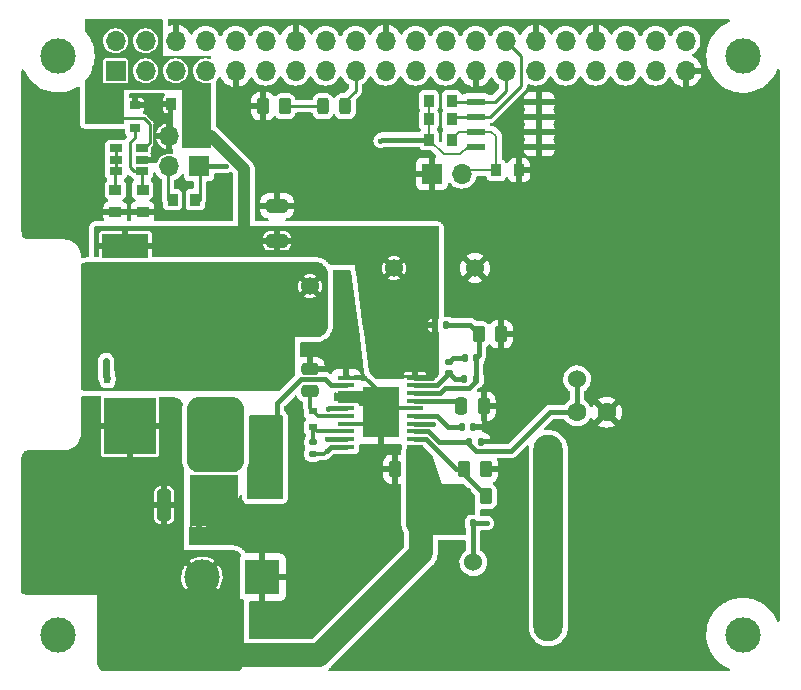
<source format=gtl>
G04 #@! TF.GenerationSoftware,KiCad,Pcbnew,(6.0.9-0)*
G04 #@! TF.CreationDate,2023-02-01T16:38:20-05:00*
G04 #@! TF.ProjectId,LM5116-05,4c4d3531-3136-42d3-9035-2e6b69636164,rev?*
G04 #@! TF.SameCoordinates,Original*
G04 #@! TF.FileFunction,Copper,L1,Top*
G04 #@! TF.FilePolarity,Positive*
%FSLAX46Y46*%
G04 Gerber Fmt 4.6, Leading zero omitted, Abs format (unit mm)*
G04 Created by KiCad (PCBNEW (6.0.9-0)) date 2023-02-01 16:38:20*
%MOMM*%
%LPD*%
G01*
G04 APERTURE LIST*
G04 Aperture macros list*
%AMRoundRect*
0 Rectangle with rounded corners*
0 $1 Rounding radius*
0 $2 $3 $4 $5 $6 $7 $8 $9 X,Y pos of 4 corners*
0 Add a 4 corners polygon primitive as box body*
4,1,4,$2,$3,$4,$5,$6,$7,$8,$9,$2,$3,0*
0 Add four circle primitives for the rounded corners*
1,1,$1+$1,$2,$3*
1,1,$1+$1,$4,$5*
1,1,$1+$1,$6,$7*
1,1,$1+$1,$8,$9*
0 Add four rect primitives between the rounded corners*
20,1,$1+$1,$2,$3,$4,$5,0*
20,1,$1+$1,$4,$5,$6,$7,0*
20,1,$1+$1,$6,$7,$8,$9,0*
20,1,$1+$1,$8,$9,$2,$3,0*%
G04 Aperture macros list end*
G04 #@! TA.AperFunction,WasherPad*
%ADD10C,3.000000*%
G04 #@! TD*
G04 #@! TA.AperFunction,SMDPad,CuDef*
%ADD11R,0.845000X1.000000*%
G04 #@! TD*
G04 #@! TA.AperFunction,SMDPad,CuDef*
%ADD12R,1.000000X0.845000*%
G04 #@! TD*
G04 #@! TA.AperFunction,SMDPad,CuDef*
%ADD13R,1.060000X0.650000*%
G04 #@! TD*
G04 #@! TA.AperFunction,SMDPad,CuDef*
%ADD14R,0.900000X0.800000*%
G04 #@! TD*
G04 #@! TA.AperFunction,SMDPad,CuDef*
%ADD15R,1.550000X0.600000*%
G04 #@! TD*
G04 #@! TA.AperFunction,ComponentPad*
%ADD16O,1.700000X1.700000*%
G04 #@! TD*
G04 #@! TA.AperFunction,ComponentPad*
%ADD17R,1.700000X1.700000*%
G04 #@! TD*
G04 #@! TA.AperFunction,SMDPad,CuDef*
%ADD18RoundRect,0.250000X-0.325000X-1.100000X0.325000X-1.100000X0.325000X1.100000X-0.325000X1.100000X0*%
G04 #@! TD*
G04 #@! TA.AperFunction,SMDPad,CuDef*
%ADD19RoundRect,0.250000X0.475000X-0.250000X0.475000X0.250000X-0.475000X0.250000X-0.475000X-0.250000X0*%
G04 #@! TD*
G04 #@! TA.AperFunction,SMDPad,CuDef*
%ADD20R,0.700000X0.600000*%
G04 #@! TD*
G04 #@! TA.AperFunction,SMDPad,CuDef*
%ADD21RoundRect,0.243750X-0.243750X-0.456250X0.243750X-0.456250X0.243750X0.456250X-0.243750X0.456250X0*%
G04 #@! TD*
G04 #@! TA.AperFunction,ComponentPad*
%ADD22R,3.000000X3.000000*%
G04 #@! TD*
G04 #@! TA.AperFunction,ComponentPad*
%ADD23C,3.000000*%
G04 #@! TD*
G04 #@! TA.AperFunction,SMDPad,CuDef*
%ADD24RoundRect,0.250000X-0.262500X-0.450000X0.262500X-0.450000X0.262500X0.450000X-0.262500X0.450000X0*%
G04 #@! TD*
G04 #@! TA.AperFunction,SMDPad,CuDef*
%ADD25RoundRect,0.250000X0.375000X0.625000X-0.375000X0.625000X-0.375000X-0.625000X0.375000X-0.625000X0*%
G04 #@! TD*
G04 #@! TA.AperFunction,SMDPad,CuDef*
%ADD26RoundRect,0.250000X0.250000X0.475000X-0.250000X0.475000X-0.250000X-0.475000X0.250000X-0.475000X0*%
G04 #@! TD*
G04 #@! TA.AperFunction,SMDPad,CuDef*
%ADD27RoundRect,0.147500X-0.172500X0.147500X-0.172500X-0.147500X0.172500X-0.147500X0.172500X0.147500X0*%
G04 #@! TD*
G04 #@! TA.AperFunction,SMDPad,CuDef*
%ADD28R,1.450000X0.450000*%
G04 #@! TD*
G04 #@! TA.AperFunction,SMDPad,CuDef*
%ADD29R,3.150000X4.350000*%
G04 #@! TD*
G04 #@! TA.AperFunction,SMDPad,CuDef*
%ADD30R,4.000000X2.000000*%
G04 #@! TD*
G04 #@! TA.AperFunction,SMDPad,CuDef*
%ADD31RoundRect,0.147500X-0.147500X-0.172500X0.147500X-0.172500X0.147500X0.172500X-0.147500X0.172500X0*%
G04 #@! TD*
G04 #@! TA.AperFunction,SMDPad,CuDef*
%ADD32RoundRect,0.250000X0.650000X-0.325000X0.650000X0.325000X-0.650000X0.325000X-0.650000X-0.325000X0*%
G04 #@! TD*
G04 #@! TA.AperFunction,SMDPad,CuDef*
%ADD33RoundRect,0.147500X0.147500X0.172500X-0.147500X0.172500X-0.147500X-0.172500X0.147500X-0.172500X0*%
G04 #@! TD*
G04 #@! TA.AperFunction,SMDPad,CuDef*
%ADD34RoundRect,0.250000X-0.250000X-0.475000X0.250000X-0.475000X0.250000X0.475000X-0.250000X0.475000X0*%
G04 #@! TD*
G04 #@! TA.AperFunction,SMDPad,CuDef*
%ADD35RoundRect,0.147500X0.172500X-0.147500X0.172500X0.147500X-0.172500X0.147500X-0.172500X-0.147500X0*%
G04 #@! TD*
G04 #@! TA.AperFunction,ComponentPad*
%ADD36O,2.500000X17.500000*%
G04 #@! TD*
G04 #@! TA.AperFunction,SMDPad,CuDef*
%ADD37R,0.500000X0.850000*%
G04 #@! TD*
G04 #@! TA.AperFunction,SMDPad,CuDef*
%ADD38R,4.410000X4.781000*%
G04 #@! TD*
G04 #@! TA.AperFunction,SMDPad,CuDef*
%ADD39R,0.970000X4.070000*%
G04 #@! TD*
G04 #@! TA.AperFunction,SMDPad,CuDef*
%ADD40R,8.770000X8.920000*%
G04 #@! TD*
G04 #@! TA.AperFunction,ComponentPad*
%ADD41C,1.524000*%
G04 #@! TD*
G04 #@! TA.AperFunction,ComponentPad*
%ADD42C,1.600000*%
G04 #@! TD*
G04 #@! TA.AperFunction,ViaPad*
%ADD43C,0.400000*%
G04 #@! TD*
G04 #@! TA.AperFunction,Conductor*
%ADD44C,0.300000*%
G04 #@! TD*
G04 #@! TA.AperFunction,Conductor*
%ADD45C,0.200000*%
G04 #@! TD*
G04 #@! TA.AperFunction,Conductor*
%ADD46C,0.250000*%
G04 #@! TD*
G04 #@! TA.AperFunction,Conductor*
%ADD47C,0.400000*%
G04 #@! TD*
G04 #@! TA.AperFunction,Conductor*
%ADD48C,1.000000*%
G04 #@! TD*
G04 #@! TA.AperFunction,Conductor*
%ADD49C,2.000000*%
G04 #@! TD*
G04 #@! TA.AperFunction,Conductor*
%ADD50C,0.600000*%
G04 #@! TD*
G04 APERTURE END LIST*
D10*
X82040000Y-64310000D03*
X140040000Y-64330000D03*
X82040000Y-113320000D03*
X140030000Y-113310000D03*
D11*
X91637500Y-68400000D03*
X93562500Y-68400000D03*
X91737500Y-76500000D03*
X93662500Y-76500000D03*
X119137500Y-74000000D03*
X121062500Y-74000000D03*
D12*
X86900000Y-75637500D03*
X86900000Y-77562500D03*
X89200000Y-75637500D03*
X89200000Y-77562500D03*
D11*
X113437500Y-71400000D03*
X115362500Y-71400000D03*
X113437500Y-69700000D03*
X115362500Y-69700000D03*
D13*
X86950000Y-72150000D03*
X86950000Y-73100000D03*
X86950000Y-74050000D03*
X89150000Y-74050000D03*
X89150000Y-73100000D03*
X89150000Y-72150000D03*
D14*
X88600000Y-70419000D03*
X88600000Y-68519000D03*
X86600000Y-69469000D03*
D15*
X122800000Y-72005000D03*
X122800000Y-70735000D03*
X122800000Y-69465000D03*
X122800000Y-68195000D03*
X117400000Y-68195000D03*
X117400000Y-69465000D03*
X117400000Y-70735000D03*
X117400000Y-72005000D03*
D16*
X91440000Y-71120000D03*
X93980000Y-71120000D03*
X91440000Y-73660000D03*
D17*
X93980000Y-73660000D03*
D11*
X113437500Y-68100000D03*
X115362500Y-68100000D03*
D18*
X91030000Y-102362000D03*
X93980000Y-102362000D03*
D19*
X103378000Y-92710000D03*
X103378000Y-90810000D03*
D20*
X103632000Y-95758000D03*
X103632000Y-94358000D03*
D21*
X104472500Y-68580000D03*
X106347500Y-68580000D03*
D22*
X99314000Y-108458000D03*
D23*
X94234000Y-108458000D03*
D24*
X99417500Y-68580000D03*
X101242500Y-68580000D03*
D25*
X99060000Y-100838000D03*
X96260000Y-100838000D03*
D24*
X116435500Y-99314000D03*
X118260500Y-99314000D03*
X116463000Y-101600000D03*
X118288000Y-101600000D03*
D26*
X112456000Y-99314000D03*
X110556000Y-99314000D03*
D27*
X103632000Y-97028000D03*
X103632000Y-97998000D03*
D28*
X112276000Y-97413000D03*
X112276000Y-96763000D03*
X112276000Y-96113000D03*
X112276000Y-95463000D03*
X112276000Y-94813000D03*
X112276000Y-94163000D03*
X112276000Y-93513000D03*
X112276000Y-92863000D03*
X112276000Y-92213000D03*
X112276000Y-91563000D03*
X106426000Y-91563000D03*
X106426000Y-92213000D03*
X106426000Y-92863000D03*
X106426000Y-93513000D03*
X106426000Y-94163000D03*
X106426000Y-94813000D03*
X106426000Y-95463000D03*
X106426000Y-96113000D03*
X106426000Y-96763000D03*
X106426000Y-97413000D03*
D29*
X109351000Y-94488000D03*
D30*
X87630000Y-87376000D03*
X87757000Y-80391000D03*
D24*
X117710000Y-87884000D03*
X119535000Y-87884000D03*
D17*
X113700000Y-74295000D03*
D16*
X116240000Y-74295000D03*
D31*
X116863000Y-97028000D03*
X117833000Y-97028000D03*
D32*
X100584000Y-79961000D03*
X100584000Y-77011000D03*
D33*
X117410000Y-91694000D03*
X116440000Y-91694000D03*
X117456000Y-89916000D03*
X116486000Y-89916000D03*
D34*
X116186000Y-93980000D03*
X118086000Y-93980000D03*
D31*
X116209000Y-95758000D03*
X117179000Y-95758000D03*
X113923000Y-87122000D03*
X114893000Y-87122000D03*
X116209000Y-103886000D03*
X117179000Y-103886000D03*
D35*
X115170000Y-91186000D03*
X115170000Y-90216000D03*
D36*
X123571000Y-105156000D03*
D37*
X90043000Y-91588000D03*
X88773000Y-91588000D03*
X87503000Y-91588000D03*
X86233000Y-91588000D03*
D38*
X88138000Y-95653500D03*
D39*
X94234000Y-97172000D03*
D40*
X96774000Y-87082000D03*
D39*
X99314000Y-97172000D03*
D41*
X103378000Y-83820000D03*
X125984000Y-91694000D03*
X117202000Y-107188000D03*
X117348000Y-82296000D03*
D42*
X128504000Y-94488000D03*
X126004000Y-94488000D03*
D41*
X110490000Y-82296000D03*
D17*
X86920000Y-65590000D03*
D16*
X86920000Y-63050000D03*
X89460000Y-65590000D03*
X89460000Y-63050000D03*
X92000000Y-65590000D03*
X92000000Y-63050000D03*
X94540000Y-65590000D03*
X94540000Y-63050000D03*
X97080000Y-65590000D03*
X97080000Y-63050000D03*
X99620000Y-65590000D03*
X99620000Y-63050000D03*
X102160000Y-65590000D03*
X102160000Y-63050000D03*
X104700000Y-65590000D03*
X104700000Y-63050000D03*
X107240000Y-65590000D03*
X107240000Y-63050000D03*
X109780000Y-65590000D03*
X109780000Y-63050000D03*
X112320000Y-65590000D03*
X112320000Y-63050000D03*
X114860000Y-65590000D03*
X114860000Y-63050000D03*
X117400000Y-65590000D03*
X117400000Y-63050000D03*
X119940000Y-65590000D03*
X119940000Y-63050000D03*
X122480000Y-65590000D03*
X122480000Y-63050000D03*
X125020000Y-65590000D03*
X125020000Y-63050000D03*
X127560000Y-65590000D03*
X127560000Y-63050000D03*
X130100000Y-65590000D03*
X130100000Y-63050000D03*
X132640000Y-65590000D03*
X132640000Y-63050000D03*
X135180000Y-65590000D03*
X135180000Y-63050000D03*
D43*
X109220000Y-98806000D03*
X102616000Y-76454000D03*
X109220000Y-95758000D03*
X95504000Y-102616000D03*
X94996000Y-101092000D03*
X94996000Y-100330000D03*
X109351000Y-92841000D03*
X108458000Y-92964000D03*
X95250000Y-77724000D03*
X96012000Y-77724000D03*
X109351000Y-93726000D03*
X108523500Y-95758000D03*
X102616000Y-77216000D03*
X108523500Y-93660500D03*
X95504000Y-103632000D03*
X109220000Y-99822000D03*
X109347000Y-71501000D03*
X96266000Y-73660000D03*
X97790000Y-80518000D03*
X88646000Y-88900000D03*
X104779000Y-97790000D03*
X95504000Y-92202000D03*
X87884000Y-88900000D03*
X90678000Y-88138000D03*
X89408000Y-88900000D03*
X98552000Y-92202000D03*
X88646000Y-90424000D03*
X89662000Y-90424000D03*
X90678000Y-88900000D03*
X87122000Y-88900000D03*
X97536000Y-92202000D03*
X90678000Y-89662000D03*
X90678000Y-90424000D03*
X87630000Y-90424000D03*
X96520000Y-92202000D03*
X86360000Y-88900000D03*
X113792000Y-95504000D03*
X118364000Y-103886000D03*
X100584000Y-95758000D03*
X100584000Y-96520000D03*
X104902000Y-91948000D03*
X86106000Y-90170000D03*
X104779000Y-96774000D03*
X95758000Y-97028000D03*
X104902000Y-94234000D03*
D44*
X106426000Y-92863000D02*
X107726000Y-92863000D01*
X108523500Y-93660500D02*
X109351000Y-94488000D01*
X108523500Y-95315500D02*
X109351000Y-94488000D01*
X112276000Y-94163000D02*
X109676000Y-94163000D01*
X106426000Y-91563000D02*
X108073000Y-91563000D01*
X108376000Y-93513000D02*
X108523500Y-93660500D01*
X108376000Y-95463000D02*
X108523500Y-95315500D01*
X106426000Y-95463000D02*
X108376000Y-95463000D01*
X107726000Y-92863000D02*
X109351000Y-94488000D01*
X106426000Y-93513000D02*
X108376000Y-93513000D01*
X109351000Y-93341000D02*
X109351000Y-94488000D01*
X108073000Y-91563000D02*
X109351000Y-92841000D01*
X109676000Y-94163000D02*
X109351000Y-94488000D01*
X109351000Y-92841000D02*
X109351000Y-93341000D01*
D45*
X122800000Y-68195000D02*
X122800000Y-72005000D01*
D46*
X119003000Y-68195000D02*
X117400000Y-68195000D01*
X117400000Y-68195000D02*
X115457500Y-68195000D01*
X119940000Y-65590000D02*
X119940000Y-67258000D01*
X115457500Y-68195000D02*
X115362500Y-68100000D01*
X119940000Y-67258000D02*
X119003000Y-68195000D01*
X118614380Y-69465000D02*
X117400000Y-69465000D01*
X121218960Y-64328960D02*
X121218960Y-66860420D01*
X121218960Y-66860420D02*
X118614380Y-69465000D01*
X115597500Y-69465000D02*
X115362500Y-69700000D01*
X119940000Y-63050000D02*
X121218960Y-64328960D01*
X119940000Y-63050000D02*
X119850000Y-63050000D01*
X117400000Y-69465000D02*
X115597500Y-69465000D01*
X89150000Y-75450000D02*
X89200000Y-75500000D01*
X88450000Y-74050000D02*
X89150000Y-74050000D01*
X88100000Y-71700000D02*
X88100000Y-73700000D01*
X88600760Y-70550000D02*
X88600760Y-71199240D01*
X88600760Y-71199240D02*
X88100000Y-71700000D01*
X88100000Y-73700000D02*
X88450000Y-74050000D01*
X89150000Y-74050000D02*
X89150000Y-75450000D01*
X86950000Y-73100000D02*
X86950000Y-74050000D01*
X86950000Y-74050000D02*
X86900000Y-74100000D01*
X86900000Y-74100000D02*
X86900000Y-75500000D01*
X86950000Y-72150000D02*
X86950000Y-73100000D01*
X91350000Y-73750000D02*
X91440000Y-73660000D01*
X91350000Y-76500000D02*
X91350000Y-73750000D01*
X89900000Y-73100000D02*
X90600000Y-72400000D01*
X90600000Y-72400000D02*
X91200000Y-72400000D01*
X91200000Y-72400000D02*
X91440000Y-72160000D01*
X91440000Y-72160000D02*
X91440000Y-71120000D01*
X91637500Y-68400000D02*
X91637500Y-70922500D01*
X88700000Y-68650000D02*
X88700000Y-68600000D01*
X89150000Y-73100000D02*
X89900000Y-73100000D01*
X91637500Y-70922500D02*
X91440000Y-71120000D01*
X94050000Y-73730000D02*
X93980000Y-73660000D01*
D45*
X116078000Y-72644000D02*
X114681500Y-72644000D01*
D46*
X94050000Y-76500000D02*
X94050000Y-73730000D01*
D47*
X109347000Y-71501000D02*
X109448000Y-71400000D01*
D45*
X114681500Y-72644000D02*
X113437500Y-71400000D01*
X116717000Y-72005000D02*
X116078000Y-72644000D01*
X117400000Y-72005000D02*
X116717000Y-72005000D01*
D47*
X109448000Y-71400000D02*
X113437500Y-71400000D01*
D45*
X113437500Y-68100000D02*
X113437500Y-71400000D01*
D47*
X96266000Y-73660000D02*
X93980000Y-73660000D01*
D46*
X93980000Y-68430000D02*
X93950000Y-68400000D01*
X89150000Y-72150000D02*
X89350000Y-72150000D01*
X89800000Y-70050000D02*
X89350000Y-69600000D01*
D48*
X97790000Y-80518000D02*
X97790000Y-73911208D01*
X94998792Y-71120000D02*
X93980000Y-71120000D01*
D47*
X112276000Y-91563000D02*
X113669000Y-91563000D01*
D48*
X97790000Y-73911208D02*
X94998792Y-71120000D01*
D46*
X89350000Y-69600000D02*
X87750000Y-69600000D01*
X87750000Y-69600000D02*
X86500000Y-69600000D01*
X89350000Y-72150000D02*
X89800000Y-71700000D01*
X93980000Y-71120000D02*
X93980000Y-68430000D01*
D47*
X113923000Y-87122000D02*
X113923000Y-91309000D01*
X113669000Y-91563000D02*
X113792000Y-91440000D01*
D46*
X89800000Y-71700000D02*
X89800000Y-70050000D01*
D47*
X113923000Y-91309000D02*
X113792000Y-91440000D01*
D45*
X116535000Y-74000000D02*
X116240000Y-74295000D01*
X118741000Y-70735000D02*
X119137500Y-71131500D01*
X117400000Y-70735000D02*
X116027500Y-70735000D01*
X117400000Y-70735000D02*
X118741000Y-70735000D01*
X116027500Y-70735000D02*
X115362500Y-71400000D01*
X119137500Y-71131500D02*
X119137500Y-74000000D01*
X119137500Y-74000000D02*
X116535000Y-74000000D01*
D44*
X106426000Y-96113000D02*
X103987000Y-96113000D01*
X103632000Y-97028000D02*
X103632000Y-95758000D01*
X103987000Y-96113000D02*
X103632000Y-95758000D01*
D47*
X115170000Y-90216000D02*
X115470000Y-89916000D01*
X115470000Y-89916000D02*
X116486000Y-89916000D01*
X114893000Y-87122000D02*
X116948000Y-87122000D01*
X117410000Y-91818282D02*
X116814282Y-92414000D01*
X117710000Y-87884000D02*
X117710000Y-89662000D01*
X117710000Y-89662000D02*
X117456000Y-89916000D01*
X117410000Y-89962000D02*
X117456000Y-89916000D01*
X117410000Y-91694000D02*
X117410000Y-91818282D01*
X116948000Y-87122000D02*
X117710000Y-87884000D01*
X114799000Y-92414000D02*
X114350000Y-92863000D01*
X116814282Y-92414000D02*
X114799000Y-92414000D01*
X114350000Y-92863000D02*
X112276000Y-92863000D01*
X117410000Y-91694000D02*
X117410000Y-89962000D01*
X115170000Y-91186000D02*
X115678000Y-91694000D01*
X115678000Y-91694000D02*
X116440000Y-91694000D01*
X114143000Y-92213000D02*
X115170000Y-91186000D01*
X112276000Y-92213000D02*
X114143000Y-92213000D01*
X112276000Y-94813000D02*
X114117000Y-94813000D01*
X114117000Y-94813000D02*
X115062000Y-95758000D01*
X115062000Y-95758000D02*
X116209000Y-95758000D01*
X112276000Y-93513000D02*
X115719000Y-93513000D01*
X115719000Y-93513000D02*
X116186000Y-93980000D01*
D44*
X104087000Y-94813000D02*
X103632000Y-94358000D01*
X103378000Y-92390000D02*
X103378000Y-94104000D01*
X106426000Y-94813000D02*
X104087000Y-94813000D01*
X103378000Y-94104000D02*
X103632000Y-94358000D01*
D46*
X106435000Y-68063000D02*
X106435000Y-68580000D01*
X107240000Y-65590000D02*
X107240000Y-67258000D01*
X107240000Y-67258000D02*
X106435000Y-68063000D01*
X104385000Y-68580000D02*
X101355000Y-68580000D01*
D47*
X106426000Y-97413000D02*
X105156000Y-97413000D01*
D44*
X103632000Y-97998000D02*
X104571000Y-97998000D01*
D47*
X105156000Y-97413000D02*
X104779000Y-97790000D01*
D44*
X104571000Y-97998000D02*
X104779000Y-97790000D01*
D47*
X117179000Y-103886000D02*
X117179000Y-107165000D01*
X117179000Y-103886000D02*
X118364000Y-103886000D01*
X117179000Y-107165000D02*
X117202000Y-107188000D01*
X113751000Y-95463000D02*
X113792000Y-95504000D01*
X112276000Y-95463000D02*
X113751000Y-95463000D01*
X113177472Y-96763000D02*
X115728472Y-99314000D01*
X112276000Y-96763000D02*
X113177472Y-96763000D01*
X115728472Y-99314000D02*
X116435500Y-99314000D01*
X116435500Y-99314000D02*
X116435500Y-99747500D01*
X116435500Y-99747500D02*
X118288000Y-101600000D01*
X117458718Y-97748000D02*
X120438000Y-97748000D01*
X116863000Y-97152282D02*
X117458718Y-97748000D01*
X116863000Y-97028000D02*
X116863000Y-97152282D01*
X125984000Y-91694000D02*
X125984000Y-94468000D01*
X125984000Y-94468000D02*
X126004000Y-94488000D01*
X113376000Y-96113000D02*
X114291000Y-97028000D01*
X114291000Y-97028000D02*
X116863000Y-97028000D01*
X123698000Y-94488000D02*
X126004000Y-94488000D01*
X120438000Y-97748000D02*
X123698000Y-94488000D01*
X112276000Y-96113000D02*
X113376000Y-96113000D01*
X100584000Y-93726000D02*
X100584000Y-96520000D01*
X106426000Y-92213000D02*
X105167000Y-92213000D01*
X105167000Y-92213000D02*
X104902000Y-91948000D01*
X102600000Y-91710000D02*
X100584000Y-93726000D01*
X104664000Y-91710000D02*
X102600000Y-91710000D01*
X104902000Y-91948000D02*
X104664000Y-91710000D01*
D49*
X112776000Y-106426000D02*
X104140000Y-115062000D01*
X104140000Y-115062000D02*
X97028000Y-115062000D01*
X97028000Y-115062000D02*
X94234000Y-112268000D01*
X112776000Y-102616000D02*
X112776000Y-106426000D01*
X94234000Y-112268000D02*
X94234000Y-108458000D01*
D47*
X106426000Y-96763000D02*
X104790000Y-96763000D01*
D50*
X86106000Y-90170000D02*
X86106000Y-91461000D01*
D47*
X104790000Y-96763000D02*
X104779000Y-96774000D01*
D50*
X86106000Y-91461000D02*
X86233000Y-91588000D01*
X95614000Y-97172000D02*
X95758000Y-97028000D01*
D47*
X106426000Y-94163000D02*
X104973000Y-94163000D01*
D50*
X94234000Y-97172000D02*
X95614000Y-97172000D01*
D47*
X104973000Y-94163000D02*
X104902000Y-94234000D01*
G04 #@! TA.AperFunction,Conductor*
G36*
X90873191Y-61218907D02*
G01*
X90909155Y-61268407D01*
X90914000Y-61299000D01*
X90914000Y-64300000D01*
X94901000Y-64300000D01*
X94959191Y-64318907D01*
X94995155Y-64368407D01*
X95000000Y-64399000D01*
X95000000Y-64498386D01*
X94981093Y-64556577D01*
X94931593Y-64592541D01*
X94871725Y-64592959D01*
X94756875Y-64557407D01*
X94756871Y-64557406D01*
X94752254Y-64555977D01*
X94747446Y-64555472D01*
X94747443Y-64555471D01*
X94552185Y-64534949D01*
X94552183Y-64534949D01*
X94547369Y-64534443D01*
X94491800Y-64539500D01*
X94347022Y-64552675D01*
X94347017Y-64552676D01*
X94342203Y-64553114D01*
X94144572Y-64611280D01*
X94140288Y-64613519D01*
X94140287Y-64613520D01*
X94129428Y-64619197D01*
X93962002Y-64706726D01*
X93958231Y-64709758D01*
X93805220Y-64832781D01*
X93805217Y-64832783D01*
X93801447Y-64835815D01*
X93798333Y-64839526D01*
X93798332Y-64839527D01*
X93789585Y-64849952D01*
X93669024Y-64993630D01*
X93666689Y-64997878D01*
X93666688Y-64997879D01*
X93659955Y-65010126D01*
X93569776Y-65174162D01*
X93507484Y-65370532D01*
X93506944Y-65375344D01*
X93506944Y-65375345D01*
X93505865Y-65384970D01*
X93484520Y-65575262D01*
X93501759Y-65780553D01*
X93558544Y-65978586D01*
X93652712Y-66161818D01*
X93780677Y-66323270D01*
X93784357Y-66326402D01*
X93784359Y-66326404D01*
X93897017Y-66422283D01*
X93937564Y-66456791D01*
X93941787Y-66459151D01*
X93941791Y-66459154D01*
X93981342Y-66481258D01*
X94117398Y-66557297D01*
X94121996Y-66558791D01*
X94308724Y-66619463D01*
X94308726Y-66619464D01*
X94313329Y-66620959D01*
X94517894Y-66645351D01*
X94522716Y-66644980D01*
X94522719Y-66644980D01*
X94593259Y-66639552D01*
X94723300Y-66629546D01*
X94759889Y-66619330D01*
X94874377Y-66587365D01*
X94935509Y-66589927D01*
X94983459Y-66627932D01*
X95000000Y-66682718D01*
X95000000Y-72001000D01*
X94981093Y-72059191D01*
X94931593Y-72095155D01*
X94901000Y-72100000D01*
X92599000Y-72100000D01*
X92540809Y-72081093D01*
X92504845Y-72031593D01*
X92500000Y-72001000D01*
X92500000Y-67200000D01*
X87600000Y-67200000D01*
X87600000Y-70001000D01*
X87581093Y-70059191D01*
X87531593Y-70095155D01*
X87501000Y-70100000D01*
X84399000Y-70100000D01*
X84340809Y-70081093D01*
X84304845Y-70031593D01*
X84300000Y-70001000D01*
X84300000Y-66471876D01*
X84303941Y-66459748D01*
X85869500Y-66459748D01*
X85881133Y-66518231D01*
X85925448Y-66584552D01*
X85991769Y-66628867D01*
X86001332Y-66630769D01*
X86001334Y-66630770D01*
X86024005Y-66635279D01*
X86050252Y-66640500D01*
X87789748Y-66640500D01*
X87815995Y-66635279D01*
X87838666Y-66630770D01*
X87838668Y-66630769D01*
X87848231Y-66628867D01*
X87914552Y-66584552D01*
X87958867Y-66518231D01*
X87970500Y-66459748D01*
X87970500Y-65575262D01*
X88404520Y-65575262D01*
X88421759Y-65780553D01*
X88478544Y-65978586D01*
X88572712Y-66161818D01*
X88700677Y-66323270D01*
X88704357Y-66326402D01*
X88704359Y-66326404D01*
X88817017Y-66422283D01*
X88857564Y-66456791D01*
X88861787Y-66459151D01*
X88861791Y-66459154D01*
X88901342Y-66481258D01*
X89037398Y-66557297D01*
X89041996Y-66558791D01*
X89228724Y-66619463D01*
X89228726Y-66619464D01*
X89233329Y-66620959D01*
X89437894Y-66645351D01*
X89442716Y-66644980D01*
X89442719Y-66644980D01*
X89513259Y-66639552D01*
X89643300Y-66629546D01*
X89841725Y-66574145D01*
X89846038Y-66571966D01*
X89846044Y-66571964D01*
X90021289Y-66483441D01*
X90021291Y-66483440D01*
X90025610Y-66481258D01*
X90029427Y-66478276D01*
X90184135Y-66357406D01*
X90184139Y-66357402D01*
X90187951Y-66354424D01*
X90227918Y-66308122D01*
X90317157Y-66204736D01*
X90322564Y-66198472D01*
X90341231Y-66165613D01*
X90421934Y-66023550D01*
X90421935Y-66023547D01*
X90424323Y-66019344D01*
X90437882Y-65978586D01*
X90487824Y-65828454D01*
X90487824Y-65828452D01*
X90489351Y-65823863D01*
X90515171Y-65619474D01*
X90515583Y-65590000D01*
X90514138Y-65575262D01*
X90944520Y-65575262D01*
X90961759Y-65780553D01*
X91018544Y-65978586D01*
X91112712Y-66161818D01*
X91240677Y-66323270D01*
X91244357Y-66326402D01*
X91244359Y-66326404D01*
X91357017Y-66422283D01*
X91397564Y-66456791D01*
X91401787Y-66459151D01*
X91401791Y-66459154D01*
X91441342Y-66481258D01*
X91577398Y-66557297D01*
X91581996Y-66558791D01*
X91768724Y-66619463D01*
X91768726Y-66619464D01*
X91773329Y-66620959D01*
X91977894Y-66645351D01*
X91982716Y-66644980D01*
X91982719Y-66644980D01*
X92053259Y-66639552D01*
X92183300Y-66629546D01*
X92381725Y-66574145D01*
X92386038Y-66571966D01*
X92386044Y-66571964D01*
X92561289Y-66483441D01*
X92561291Y-66483440D01*
X92565610Y-66481258D01*
X92569427Y-66478276D01*
X92724135Y-66357406D01*
X92724139Y-66357402D01*
X92727951Y-66354424D01*
X92767918Y-66308122D01*
X92857157Y-66204736D01*
X92862564Y-66198472D01*
X92881231Y-66165613D01*
X92961934Y-66023550D01*
X92961935Y-66023547D01*
X92964323Y-66019344D01*
X92977882Y-65978586D01*
X93027824Y-65828454D01*
X93027824Y-65828452D01*
X93029351Y-65823863D01*
X93055171Y-65619474D01*
X93055583Y-65590000D01*
X93053667Y-65570454D01*
X93035952Y-65389780D01*
X93035951Y-65389776D01*
X93035480Y-65384970D01*
X92975935Y-65187749D01*
X92879218Y-65005849D01*
X92749011Y-64846200D01*
X92732790Y-64832781D01*
X92594002Y-64717965D01*
X92594000Y-64717964D01*
X92590275Y-64714882D01*
X92409055Y-64616897D01*
X92331724Y-64592959D01*
X92216875Y-64557407D01*
X92216871Y-64557406D01*
X92212254Y-64555977D01*
X92207446Y-64555472D01*
X92207443Y-64555471D01*
X92012185Y-64534949D01*
X92012183Y-64534949D01*
X92007369Y-64534443D01*
X91951800Y-64539500D01*
X91807022Y-64552675D01*
X91807017Y-64552676D01*
X91802203Y-64553114D01*
X91604572Y-64611280D01*
X91600288Y-64613519D01*
X91600287Y-64613520D01*
X91589428Y-64619197D01*
X91422002Y-64706726D01*
X91418231Y-64709758D01*
X91265220Y-64832781D01*
X91265217Y-64832783D01*
X91261447Y-64835815D01*
X91258333Y-64839526D01*
X91258332Y-64839527D01*
X91249585Y-64849952D01*
X91129024Y-64993630D01*
X91126689Y-64997878D01*
X91126688Y-64997879D01*
X91119955Y-65010126D01*
X91029776Y-65174162D01*
X90967484Y-65370532D01*
X90966944Y-65375344D01*
X90966944Y-65375345D01*
X90965865Y-65384970D01*
X90944520Y-65575262D01*
X90514138Y-65575262D01*
X90513667Y-65570454D01*
X90495952Y-65389780D01*
X90495951Y-65389776D01*
X90495480Y-65384970D01*
X90435935Y-65187749D01*
X90339218Y-65005849D01*
X90209011Y-64846200D01*
X90192790Y-64832781D01*
X90054002Y-64717965D01*
X90054000Y-64717964D01*
X90050275Y-64714882D01*
X89869055Y-64616897D01*
X89791724Y-64592959D01*
X89676875Y-64557407D01*
X89676871Y-64557406D01*
X89672254Y-64555977D01*
X89667446Y-64555472D01*
X89667443Y-64555471D01*
X89472185Y-64534949D01*
X89472183Y-64534949D01*
X89467369Y-64534443D01*
X89411800Y-64539500D01*
X89267022Y-64552675D01*
X89267017Y-64552676D01*
X89262203Y-64553114D01*
X89064572Y-64611280D01*
X89060288Y-64613519D01*
X89060287Y-64613520D01*
X89049428Y-64619197D01*
X88882002Y-64706726D01*
X88878231Y-64709758D01*
X88725220Y-64832781D01*
X88725217Y-64832783D01*
X88721447Y-64835815D01*
X88718333Y-64839526D01*
X88718332Y-64839527D01*
X88709585Y-64849952D01*
X88589024Y-64993630D01*
X88586689Y-64997878D01*
X88586688Y-64997879D01*
X88579955Y-65010126D01*
X88489776Y-65174162D01*
X88427484Y-65370532D01*
X88426944Y-65375344D01*
X88426944Y-65375345D01*
X88425865Y-65384970D01*
X88404520Y-65575262D01*
X87970500Y-65575262D01*
X87970500Y-64720252D01*
X87958867Y-64661769D01*
X87914552Y-64595448D01*
X87848231Y-64551133D01*
X87838668Y-64549231D01*
X87838666Y-64549230D01*
X87815995Y-64544721D01*
X87789748Y-64539500D01*
X86050252Y-64539500D01*
X86024005Y-64544721D01*
X86001334Y-64549230D01*
X86001332Y-64549231D01*
X85991769Y-64551133D01*
X85925448Y-64595448D01*
X85881133Y-64661769D01*
X85869500Y-64720252D01*
X85869500Y-66459748D01*
X84303941Y-66459748D01*
X84318907Y-66413685D01*
X84326832Y-66404106D01*
X84416967Y-66308122D01*
X84418863Y-66306103D01*
X84420525Y-66303882D01*
X84624881Y-66030714D01*
X84624887Y-66030705D01*
X84626541Y-66028494D01*
X84627937Y-66026114D01*
X84627942Y-66026107D01*
X84800581Y-65731849D01*
X84801980Y-65729465D01*
X84942994Y-65412744D01*
X84954858Y-65375345D01*
X85046991Y-65084905D01*
X85046992Y-65084899D01*
X85047824Y-65082278D01*
X85050018Y-65071197D01*
X85114628Y-64744895D01*
X85114629Y-64744888D01*
X85115164Y-64742186D01*
X85136355Y-64489824D01*
X85144030Y-64398423D01*
X85144030Y-64398420D01*
X85144174Y-64396707D01*
X85145385Y-64310000D01*
X85126032Y-63963846D01*
X85068214Y-63622007D01*
X84972652Y-63288742D01*
X84868175Y-63035262D01*
X85864520Y-63035262D01*
X85881759Y-63240553D01*
X85883092Y-63245201D01*
X85883092Y-63245202D01*
X85883865Y-63247896D01*
X85938544Y-63438586D01*
X86032712Y-63621818D01*
X86160677Y-63783270D01*
X86164357Y-63786402D01*
X86164359Y-63786404D01*
X86277017Y-63882283D01*
X86317564Y-63916791D01*
X86321787Y-63919151D01*
X86321791Y-63919154D01*
X86438702Y-63984493D01*
X86497398Y-64017297D01*
X86501996Y-64018791D01*
X86688724Y-64079463D01*
X86688726Y-64079464D01*
X86693329Y-64080959D01*
X86897894Y-64105351D01*
X86902716Y-64104980D01*
X86902719Y-64104980D01*
X86970541Y-64099761D01*
X87103300Y-64089546D01*
X87301725Y-64034145D01*
X87306038Y-64031966D01*
X87306044Y-64031964D01*
X87481289Y-63943441D01*
X87481291Y-63943440D01*
X87485610Y-63941258D01*
X87489427Y-63938276D01*
X87644135Y-63817406D01*
X87644139Y-63817402D01*
X87647951Y-63814424D01*
X87782564Y-63658472D01*
X87801231Y-63625613D01*
X87881934Y-63483550D01*
X87881935Y-63483547D01*
X87884323Y-63479344D01*
X87897882Y-63438586D01*
X87947824Y-63288454D01*
X87947824Y-63288452D01*
X87949351Y-63283863D01*
X87975171Y-63079474D01*
X87975583Y-63050000D01*
X87974138Y-63035262D01*
X88404520Y-63035262D01*
X88421759Y-63240553D01*
X88423092Y-63245201D01*
X88423092Y-63245202D01*
X88423865Y-63247896D01*
X88478544Y-63438586D01*
X88572712Y-63621818D01*
X88700677Y-63783270D01*
X88704357Y-63786402D01*
X88704359Y-63786404D01*
X88817017Y-63882283D01*
X88857564Y-63916791D01*
X88861787Y-63919151D01*
X88861791Y-63919154D01*
X88978702Y-63984493D01*
X89037398Y-64017297D01*
X89041996Y-64018791D01*
X89228724Y-64079463D01*
X89228726Y-64079464D01*
X89233329Y-64080959D01*
X89437894Y-64105351D01*
X89442716Y-64104980D01*
X89442719Y-64104980D01*
X89510541Y-64099761D01*
X89643300Y-64089546D01*
X89841725Y-64034145D01*
X89846038Y-64031966D01*
X89846044Y-64031964D01*
X90021289Y-63943441D01*
X90021291Y-63943440D01*
X90025610Y-63941258D01*
X90029427Y-63938276D01*
X90184135Y-63817406D01*
X90184139Y-63817402D01*
X90187951Y-63814424D01*
X90322564Y-63658472D01*
X90341231Y-63625613D01*
X90421934Y-63483550D01*
X90421935Y-63483547D01*
X90424323Y-63479344D01*
X90437882Y-63438586D01*
X90487824Y-63288454D01*
X90487824Y-63288452D01*
X90489351Y-63283863D01*
X90515171Y-63079474D01*
X90515583Y-63050000D01*
X90507814Y-62970762D01*
X90495952Y-62849780D01*
X90495951Y-62849776D01*
X90495480Y-62844970D01*
X90435935Y-62647749D01*
X90339218Y-62465849D01*
X90209011Y-62306200D01*
X90050275Y-62174882D01*
X89869055Y-62076897D01*
X89805855Y-62057333D01*
X89676875Y-62017407D01*
X89676871Y-62017406D01*
X89672254Y-62015977D01*
X89667446Y-62015472D01*
X89667443Y-62015471D01*
X89472185Y-61994949D01*
X89472183Y-61994949D01*
X89467369Y-61994443D01*
X89407354Y-61999905D01*
X89267022Y-62012675D01*
X89267017Y-62012676D01*
X89262203Y-62013114D01*
X89064572Y-62071280D01*
X89060288Y-62073519D01*
X89060287Y-62073520D01*
X89049428Y-62079197D01*
X88882002Y-62166726D01*
X88878231Y-62169758D01*
X88725220Y-62292781D01*
X88725217Y-62292783D01*
X88721447Y-62295815D01*
X88718333Y-62299526D01*
X88718332Y-62299527D01*
X88649887Y-62381097D01*
X88589024Y-62453630D01*
X88586689Y-62457878D01*
X88586688Y-62457879D01*
X88579955Y-62470126D01*
X88489776Y-62634162D01*
X88488313Y-62638775D01*
X88488311Y-62638779D01*
X88480185Y-62664397D01*
X88427484Y-62830532D01*
X88426944Y-62835344D01*
X88426944Y-62835345D01*
X88416413Y-62929237D01*
X88404520Y-63035262D01*
X87974138Y-63035262D01*
X87967814Y-62970762D01*
X87955952Y-62849780D01*
X87955951Y-62849776D01*
X87955480Y-62844970D01*
X87895935Y-62647749D01*
X87799218Y-62465849D01*
X87669011Y-62306200D01*
X87510275Y-62174882D01*
X87329055Y-62076897D01*
X87265855Y-62057333D01*
X87136875Y-62017407D01*
X87136871Y-62017406D01*
X87132254Y-62015977D01*
X87127446Y-62015472D01*
X87127443Y-62015471D01*
X86932185Y-61994949D01*
X86932183Y-61994949D01*
X86927369Y-61994443D01*
X86867354Y-61999905D01*
X86727022Y-62012675D01*
X86727017Y-62012676D01*
X86722203Y-62013114D01*
X86524572Y-62071280D01*
X86520288Y-62073519D01*
X86520287Y-62073520D01*
X86509428Y-62079197D01*
X86342002Y-62166726D01*
X86338231Y-62169758D01*
X86185220Y-62292781D01*
X86185217Y-62292783D01*
X86181447Y-62295815D01*
X86178333Y-62299526D01*
X86178332Y-62299527D01*
X86109887Y-62381097D01*
X86049024Y-62453630D01*
X86046689Y-62457878D01*
X86046688Y-62457879D01*
X86039955Y-62470126D01*
X85949776Y-62634162D01*
X85948313Y-62638775D01*
X85948311Y-62638779D01*
X85940185Y-62664397D01*
X85887484Y-62830532D01*
X85886944Y-62835344D01*
X85886944Y-62835345D01*
X85876413Y-62929237D01*
X85864520Y-63035262D01*
X84868175Y-63035262D01*
X84840537Y-62968207D01*
X84673516Y-62664397D01*
X84527834Y-62457879D01*
X84475259Y-62383349D01*
X84475255Y-62383345D01*
X84473670Y-62381097D01*
X84324968Y-62213610D01*
X84300472Y-62157542D01*
X84300000Y-62147881D01*
X84300000Y-61299000D01*
X84318907Y-61240809D01*
X84368407Y-61204845D01*
X84399000Y-61200000D01*
X90815000Y-61200000D01*
X90873191Y-61218907D01*
G37*
G04 #@! TD.AperFunction*
G04 #@! TA.AperFunction,Conductor*
G36*
X91095486Y-67518907D02*
G01*
X91131450Y-67568407D01*
X91131450Y-67629593D01*
X91092296Y-67681316D01*
X91042870Y-67714341D01*
X91029341Y-67727870D01*
X90984922Y-67794349D01*
X90977603Y-67812017D01*
X90965948Y-67870612D01*
X90965000Y-67880234D01*
X90965000Y-68130320D01*
X90969122Y-68143005D01*
X90973243Y-68146000D01*
X91792500Y-68146000D01*
X91800000Y-68148437D01*
X91800000Y-69953253D01*
X91781093Y-70011444D01*
X91731593Y-70047408D01*
X91712636Y-70051567D01*
X91696133Y-70053520D01*
X91696099Y-70053551D01*
X91694000Y-70061597D01*
X91694000Y-72179074D01*
X91698122Y-72191759D01*
X91699292Y-72192610D01*
X91709412Y-72193473D01*
X91765786Y-72217257D01*
X91797414Y-72269634D01*
X91800000Y-72292115D01*
X91800000Y-72537431D01*
X91781093Y-72595622D01*
X91731593Y-72631586D01*
X91671726Y-72632004D01*
X91656878Y-72627408D01*
X91656874Y-72627407D01*
X91652254Y-72625977D01*
X91647446Y-72625472D01*
X91647443Y-72625471D01*
X91452185Y-72604949D01*
X91452183Y-72604949D01*
X91447369Y-72604443D01*
X91391800Y-72609500D01*
X91247022Y-72622675D01*
X91247017Y-72622676D01*
X91242203Y-72623114D01*
X91044572Y-72681280D01*
X91040288Y-72683519D01*
X91040287Y-72683520D01*
X91033598Y-72687017D01*
X90862002Y-72776726D01*
X90858231Y-72779758D01*
X90705220Y-72902781D01*
X90705217Y-72902783D01*
X90701447Y-72905815D01*
X90569024Y-73063630D01*
X90566689Y-73067878D01*
X90566688Y-73067879D01*
X90535141Y-73125263D01*
X90469776Y-73244162D01*
X90468313Y-73248775D01*
X90468311Y-73248779D01*
X90442250Y-73330935D01*
X90406632Y-73380684D01*
X90347884Y-73400000D01*
X90011780Y-73400000D01*
X89953589Y-73381093D01*
X89947486Y-73372694D01*
X89921757Y-73354000D01*
X89463500Y-73354000D01*
X89336500Y-72846000D01*
X89914320Y-72846000D01*
X89927005Y-72841878D01*
X89930000Y-72837757D01*
X89930000Y-72755234D01*
X89929052Y-72745612D01*
X89917397Y-72687017D01*
X89910078Y-72669347D01*
X89883075Y-72628935D01*
X89866466Y-72570047D01*
X89870102Y-72553477D01*
X89868867Y-72553231D01*
X89879552Y-72499512D01*
X89880500Y-72494748D01*
X89880500Y-72120834D01*
X89899407Y-72062643D01*
X89909496Y-72050830D01*
X90017057Y-71943269D01*
X90023425Y-71937434D01*
X90053194Y-71912455D01*
X90072629Y-71878792D01*
X90077268Y-71871511D01*
X90079729Y-71867996D01*
X90099554Y-71839684D01*
X90101796Y-71831319D01*
X90104258Y-71826039D01*
X90106257Y-71820548D01*
X90110588Y-71813045D01*
X90117337Y-71774771D01*
X90119206Y-71766344D01*
X90127022Y-71737173D01*
X90127022Y-71737170D01*
X90129263Y-71728807D01*
X90125877Y-71690103D01*
X90125500Y-71681475D01*
X90125500Y-71387591D01*
X90372958Y-71387591D01*
X90397536Y-71484368D01*
X90400551Y-71492880D01*
X90481386Y-71668225D01*
X90485917Y-71676072D01*
X90597348Y-71833744D01*
X90603222Y-71840622D01*
X90741532Y-71975357D01*
X90748555Y-71981044D01*
X90909099Y-72088317D01*
X90917054Y-72092635D01*
X91094446Y-72168849D01*
X91103057Y-72171647D01*
X91170706Y-72186954D01*
X91183603Y-72185769D01*
X91186000Y-72177051D01*
X91186000Y-71389680D01*
X91181878Y-71376995D01*
X91177757Y-71374000D01*
X90385186Y-71374000D01*
X90373276Y-71377870D01*
X90372958Y-71387591D01*
X90125500Y-71387591D01*
X90125500Y-70851024D01*
X90371629Y-70851024D01*
X90371781Y-70862650D01*
X90382327Y-70866000D01*
X91170320Y-70866000D01*
X91183005Y-70861878D01*
X91186000Y-70857757D01*
X91186000Y-70063124D01*
X91181878Y-70050439D01*
X91181274Y-70050000D01*
X91174127Y-70049484D01*
X91158555Y-70052160D01*
X91149819Y-70054501D01*
X90968668Y-70121331D01*
X90960506Y-70125224D01*
X90794562Y-70223950D01*
X90787260Y-70229255D01*
X90642081Y-70356575D01*
X90635858Y-70363133D01*
X90516322Y-70514763D01*
X90511397Y-70522346D01*
X90421490Y-70693231D01*
X90418032Y-70701579D01*
X90371629Y-70851024D01*
X90125500Y-70851024D01*
X90125500Y-70068526D01*
X90125877Y-70059898D01*
X90128508Y-70029820D01*
X90129263Y-70021193D01*
X90127022Y-70012830D01*
X90127022Y-70012827D01*
X90119206Y-69983656D01*
X90117337Y-69975228D01*
X90112092Y-69945485D01*
X90110588Y-69936955D01*
X90106257Y-69929452D01*
X90104258Y-69923961D01*
X90101796Y-69918681D01*
X90099554Y-69910316D01*
X90077268Y-69878489D01*
X90072627Y-69871205D01*
X90057523Y-69845044D01*
X90053194Y-69837545D01*
X90023429Y-69812569D01*
X90017061Y-69806735D01*
X89593269Y-69382943D01*
X89587434Y-69376575D01*
X89562455Y-69346806D01*
X89528792Y-69327371D01*
X89521511Y-69322732D01*
X89519056Y-69321013D01*
X89489684Y-69300446D01*
X89481316Y-69298204D01*
X89476029Y-69295738D01*
X89470544Y-69293742D01*
X89463045Y-69289412D01*
X89454519Y-69287909D01*
X89454517Y-69287908D01*
X89424784Y-69282666D01*
X89416349Y-69280796D01*
X89387174Y-69272978D01*
X89378807Y-69270736D01*
X89370178Y-69271491D01*
X89340095Y-69274123D01*
X89331466Y-69274500D01*
X89291297Y-69274500D01*
X89233106Y-69255593D01*
X89197142Y-69206093D01*
X89197142Y-69144907D01*
X89221293Y-69105496D01*
X89235659Y-69091130D01*
X89280078Y-69024651D01*
X89287397Y-69006983D01*
X89299052Y-68948388D01*
X89300000Y-68938766D01*
X89300000Y-68919766D01*
X90965000Y-68919766D01*
X90965948Y-68929388D01*
X90977603Y-68987983D01*
X90984922Y-69005651D01*
X91029341Y-69072130D01*
X91042870Y-69085659D01*
X91109349Y-69130078D01*
X91127017Y-69137397D01*
X91185612Y-69149052D01*
X91195234Y-69150000D01*
X91367820Y-69150000D01*
X91380505Y-69145878D01*
X91383500Y-69141757D01*
X91383500Y-68669680D01*
X91379378Y-68656995D01*
X91375257Y-68654000D01*
X90980680Y-68654000D01*
X90967995Y-68658122D01*
X90965000Y-68662243D01*
X90965000Y-68919766D01*
X89300000Y-68919766D01*
X89300000Y-68788680D01*
X89295878Y-68775995D01*
X89291757Y-68773000D01*
X88445000Y-68773000D01*
X88386809Y-68754093D01*
X88350845Y-68704593D01*
X88346000Y-68674000D01*
X88346000Y-68249320D01*
X88854000Y-68249320D01*
X88858122Y-68262005D01*
X88862243Y-68265000D01*
X89284320Y-68265000D01*
X89297005Y-68260878D01*
X89300000Y-68256757D01*
X89300000Y-68099234D01*
X89299052Y-68089612D01*
X89287397Y-68031017D01*
X89280078Y-68013349D01*
X89235659Y-67946870D01*
X89222130Y-67933341D01*
X89155651Y-67888922D01*
X89137983Y-67881603D01*
X89079388Y-67869948D01*
X89069766Y-67869000D01*
X88869680Y-67869000D01*
X88856995Y-67873122D01*
X88854000Y-67877243D01*
X88854000Y-68249320D01*
X88346000Y-68249320D01*
X88346000Y-67884680D01*
X88341878Y-67871995D01*
X88337757Y-67869000D01*
X88169547Y-67869000D01*
X88111356Y-67850093D01*
X88075392Y-67800593D01*
X88073503Y-67794011D01*
X88030753Y-67623011D01*
X88034982Y-67561972D01*
X88074282Y-67515076D01*
X88126797Y-67500000D01*
X91037295Y-67500000D01*
X91095486Y-67518907D01*
G37*
G04 #@! TD.AperFunction*
G04 #@! TA.AperFunction,Conductor*
G36*
X85711079Y-81789219D02*
G01*
X85721635Y-81790891D01*
X85721637Y-81790891D01*
X85725481Y-81791500D01*
X87756739Y-81791500D01*
X89788518Y-81791499D01*
X89795852Y-81790338D01*
X89802916Y-81789219D01*
X89818401Y-81788000D01*
X103897139Y-81788000D01*
X103906843Y-81788477D01*
X104087388Y-81806259D01*
X104106418Y-81810045D01*
X104190886Y-81835667D01*
X104275353Y-81861290D01*
X104293283Y-81868717D01*
X104448969Y-81951933D01*
X104465106Y-81962715D01*
X104520163Y-82007898D01*
X104601573Y-82074710D01*
X104615290Y-82088427D01*
X104682102Y-82169837D01*
X104727285Y-82224894D01*
X104738067Y-82241031D01*
X104821283Y-82396717D01*
X104828710Y-82414647D01*
X104879955Y-82583580D01*
X104883741Y-82602614D01*
X104901523Y-82783157D01*
X104902000Y-82792861D01*
X104902000Y-87133139D01*
X104901523Y-87142843D01*
X104883741Y-87323386D01*
X104879955Y-87342420D01*
X104828710Y-87511353D01*
X104821283Y-87529283D01*
X104738067Y-87684969D01*
X104727285Y-87701106D01*
X104615290Y-87837573D01*
X104601573Y-87851290D01*
X104520163Y-87918102D01*
X104465106Y-87963285D01*
X104448969Y-87974067D01*
X104293283Y-88057283D01*
X104275353Y-88064710D01*
X104190887Y-88090332D01*
X104106418Y-88115955D01*
X104087388Y-88119741D01*
X103906843Y-88137523D01*
X103897139Y-88138000D01*
X102108000Y-88138000D01*
X102108000Y-91311757D01*
X102089093Y-91369948D01*
X102079004Y-91381761D01*
X100779761Y-92681004D01*
X100725244Y-92708781D01*
X100709757Y-92710000D01*
X84570861Y-92710000D01*
X84561157Y-92709523D01*
X84553623Y-92708781D01*
X84380612Y-92691741D01*
X84361582Y-92687955D01*
X84277114Y-92662333D01*
X84192647Y-92636710D01*
X84174717Y-92629283D01*
X84108063Y-92593656D01*
X84019026Y-92546065D01*
X84002864Y-92535260D01*
X84002660Y-92535093D01*
X83969697Y-92483549D01*
X83966500Y-92458595D01*
X83966500Y-91497930D01*
X85401322Y-91497930D01*
X85402347Y-91503801D01*
X85402347Y-91503806D01*
X85412298Y-91560820D01*
X85413055Y-91565947D01*
X85420724Y-91629320D01*
X85422833Y-91634901D01*
X85423978Y-91637932D01*
X85428892Y-91655895D01*
X85430473Y-91664954D01*
X85432873Y-91670421D01*
X85456130Y-91723404D01*
X85458088Y-91728202D01*
X85480655Y-91787923D01*
X85484033Y-91792838D01*
X85484037Y-91792846D01*
X85485865Y-91795505D01*
X85494923Y-91811778D01*
X85498621Y-91820202D01*
X85502252Y-91824934D01*
X85502255Y-91824939D01*
X85537487Y-91870854D01*
X85540533Y-91875047D01*
X85565089Y-91910776D01*
X85582501Y-91966850D01*
X85582501Y-92044518D01*
X85597354Y-92138304D01*
X85654950Y-92251342D01*
X85744658Y-92341050D01*
X85751595Y-92344585D01*
X85751597Y-92344586D01*
X85850756Y-92395110D01*
X85857696Y-92398646D01*
X85865390Y-92399865D01*
X85865391Y-92399865D01*
X85947635Y-92412891D01*
X85947637Y-92412891D01*
X85951481Y-92413500D01*
X86232963Y-92413500D01*
X86514518Y-92413499D01*
X86518361Y-92412890D01*
X86518366Y-92412890D01*
X86555217Y-92407053D01*
X86608304Y-92398646D01*
X86664823Y-92369848D01*
X86714403Y-92344586D01*
X86714405Y-92344585D01*
X86721342Y-92341050D01*
X86811050Y-92251342D01*
X86868646Y-92138304D01*
X86883500Y-92044519D01*
X86883500Y-91869264D01*
X86888187Y-91839164D01*
X86924331Y-91725913D01*
X86924331Y-91725911D01*
X86926146Y-91720225D01*
X86937678Y-91551070D01*
X86928404Y-91497930D01*
X86909553Y-91389924D01*
X86909553Y-91389923D01*
X86908527Y-91384046D01*
X86891848Y-91346050D01*
X86883499Y-91306257D01*
X86883499Y-91131482D01*
X86882583Y-91125694D01*
X86871444Y-91055365D01*
X86868646Y-91037696D01*
X86865111Y-91030758D01*
X86865109Y-91030752D01*
X86817291Y-90936905D01*
X86806500Y-90891960D01*
X86806500Y-90127484D01*
X86803726Y-90104557D01*
X86791993Y-90007602D01*
X86791992Y-90007599D01*
X86791276Y-90001680D01*
X86731345Y-89843077D01*
X86635312Y-89703349D01*
X86508721Y-89590560D01*
X86358881Y-89511224D01*
X86276661Y-89490572D01*
X86200231Y-89471373D01*
X86200228Y-89471373D01*
X86194441Y-89469919D01*
X86108841Y-89469471D01*
X86030861Y-89469062D01*
X86030859Y-89469062D01*
X86024895Y-89469031D01*
X86019099Y-89470423D01*
X86019095Y-89470423D01*
X85911703Y-89496207D01*
X85860032Y-89508612D01*
X85784701Y-89547493D01*
X85714675Y-89583636D01*
X85714673Y-89583638D01*
X85709369Y-89586375D01*
X85581604Y-89697831D01*
X85484113Y-89836547D01*
X85422524Y-89994513D01*
X85405500Y-90123826D01*
X85405500Y-91433271D01*
X85405271Y-91440005D01*
X85401322Y-91497930D01*
X83966500Y-91497930D01*
X83966500Y-84692168D01*
X102870315Y-84692168D01*
X102877543Y-84699678D01*
X102966658Y-84749484D01*
X102975492Y-84753344D01*
X103155037Y-84811681D01*
X103164437Y-84813748D01*
X103351902Y-84836101D01*
X103361529Y-84836303D01*
X103549754Y-84821820D01*
X103559245Y-84820146D01*
X103741066Y-84769381D01*
X103750063Y-84765891D01*
X103878658Y-84700934D01*
X103886698Y-84692950D01*
X103881506Y-84682716D01*
X103389086Y-84190296D01*
X103377203Y-84184242D01*
X103372172Y-84185038D01*
X102875792Y-84681418D01*
X102870315Y-84692168D01*
X83966500Y-84692168D01*
X83966500Y-83810622D01*
X102361607Y-83810622D01*
X102377404Y-83998750D01*
X102379142Y-84008218D01*
X102431177Y-84189687D01*
X102434728Y-84198655D01*
X102497290Y-84320388D01*
X102505417Y-84328459D01*
X102515481Y-84323309D01*
X103007704Y-83831086D01*
X103012946Y-83820797D01*
X103742242Y-83820797D01*
X103743038Y-83825828D01*
X104239322Y-84322112D01*
X104250177Y-84327643D01*
X104257585Y-84320564D01*
X104304593Y-84237815D01*
X104308508Y-84229020D01*
X104368099Y-84049883D01*
X104370233Y-84040489D01*
X104394153Y-83851145D01*
X104394540Y-83845620D01*
X104394858Y-83822771D01*
X104394626Y-83817241D01*
X104376002Y-83627302D01*
X104374132Y-83617854D01*
X104319566Y-83437123D01*
X104315896Y-83428219D01*
X104258376Y-83320039D01*
X104249959Y-83311911D01*
X104240241Y-83316969D01*
X103748296Y-83808914D01*
X103742242Y-83820797D01*
X103012946Y-83820797D01*
X103013758Y-83819203D01*
X103012962Y-83814172D01*
X102516449Y-83317659D01*
X102505807Y-83312237D01*
X102498192Y-83319616D01*
X102445668Y-83415156D01*
X102441869Y-83424019D01*
X102384790Y-83603958D01*
X102382785Y-83613389D01*
X102361741Y-83800994D01*
X102361607Y-83810622D01*
X83966500Y-83810622D01*
X83966500Y-82947749D01*
X102869744Y-82947749D01*
X102874848Y-82957638D01*
X103366914Y-83449704D01*
X103378797Y-83455758D01*
X103383828Y-83454962D01*
X103880512Y-82958278D01*
X103885879Y-82947744D01*
X103878352Y-82940030D01*
X103776317Y-82884860D01*
X103767446Y-82881131D01*
X103587097Y-82825303D01*
X103577665Y-82823367D01*
X103389915Y-82803634D01*
X103380277Y-82803567D01*
X103192273Y-82820676D01*
X103182807Y-82822482D01*
X103001711Y-82875782D01*
X102992770Y-82879395D01*
X102877848Y-82939475D01*
X102869744Y-82947749D01*
X83966500Y-82947749D01*
X83966500Y-82039405D01*
X83985407Y-81981214D01*
X84002657Y-81962909D01*
X84002864Y-81962740D01*
X84019026Y-81951935D01*
X84174717Y-81868717D01*
X84192647Y-81861290D01*
X84277114Y-81835667D01*
X84361582Y-81810045D01*
X84380612Y-81806259D01*
X84561157Y-81788477D01*
X84570861Y-81788000D01*
X85695592Y-81788000D01*
X85711079Y-81789219D01*
G37*
G04 #@! TD.AperFunction*
G04 #@! TA.AperFunction,Conductor*
G36*
X109982000Y-93980000D02*
G01*
X107551499Y-93980000D01*
X107551499Y-93906482D01*
X107536646Y-93812696D01*
X107479050Y-93699658D01*
X107389342Y-93609950D01*
X107382405Y-93606415D01*
X107382403Y-93606414D01*
X107283244Y-93555890D01*
X107283243Y-93555890D01*
X107276304Y-93552354D01*
X107268610Y-93551135D01*
X107268609Y-93551135D01*
X107186365Y-93538109D01*
X107186363Y-93538109D01*
X107182519Y-93537500D01*
X106426098Y-93537500D01*
X105669482Y-93537501D01*
X105665639Y-93538110D01*
X105665634Y-93538110D01*
X105583392Y-93551135D01*
X105583391Y-93551135D01*
X105575696Y-93552354D01*
X105568754Y-93555891D01*
X105563325Y-93557655D01*
X105532734Y-93562500D01*
X105494253Y-93562500D01*
X105436062Y-93543593D01*
X105410000Y-93507722D01*
X105410000Y-92973752D01*
X105411902Y-92954438D01*
X105424086Y-92893186D01*
X105453983Y-92839802D01*
X105509548Y-92814186D01*
X105521184Y-92813500D01*
X105532734Y-92813500D01*
X105563326Y-92818345D01*
X105568752Y-92820108D01*
X105575696Y-92823646D01*
X105583393Y-92824865D01*
X105665635Y-92837891D01*
X105665637Y-92837891D01*
X105669481Y-92838500D01*
X106425902Y-92838500D01*
X107182518Y-92838499D01*
X107186361Y-92837890D01*
X107186366Y-92837890D01*
X107223217Y-92832053D01*
X107276304Y-92823646D01*
X107332823Y-92794848D01*
X107382403Y-92769586D01*
X107382405Y-92769585D01*
X107389342Y-92766050D01*
X107445392Y-92710000D01*
X109982000Y-92710000D01*
X109982000Y-93980000D01*
G37*
G04 #@! TD.AperFunction*
G04 #@! TA.AperFunction,Conductor*
G36*
X114259191Y-78758907D02*
G01*
X114295155Y-78808407D01*
X114300000Y-78839000D01*
X114300000Y-86467480D01*
X114281093Y-86525671D01*
X114231593Y-86561635D01*
X114207908Y-86563499D01*
X114207974Y-86563914D01*
X114179312Y-86568453D01*
X114178538Y-86569227D01*
X114177000Y-86575632D01*
X114177000Y-87664407D01*
X114181122Y-87677092D01*
X114182009Y-87677737D01*
X114200255Y-87679173D01*
X114200107Y-87681050D01*
X114245945Y-87688310D01*
X114289210Y-87731575D01*
X114300000Y-87776520D01*
X114300000Y-91165757D01*
X114281093Y-91223948D01*
X114271004Y-91235761D01*
X113923261Y-91583504D01*
X113868744Y-91611281D01*
X113853257Y-91612500D01*
X113169266Y-91612500D01*
X113138674Y-91607655D01*
X113133248Y-91605892D01*
X113126304Y-91602354D01*
X113089571Y-91596536D01*
X113036365Y-91588109D01*
X113036363Y-91588109D01*
X113032519Y-91587500D01*
X112276098Y-91587500D01*
X111519482Y-91587501D01*
X111515639Y-91588110D01*
X111515634Y-91588110D01*
X111478783Y-91593947D01*
X111425696Y-91602354D01*
X111369177Y-91631152D01*
X111319597Y-91656414D01*
X111319595Y-91656415D01*
X111312658Y-91659950D01*
X111307152Y-91665456D01*
X111300844Y-91670039D01*
X111300001Y-91668878D01*
X111253087Y-91692781D01*
X111237600Y-91694000D01*
X109023532Y-91694000D01*
X108965341Y-91675093D01*
X108953528Y-91665004D01*
X108610844Y-91322320D01*
X111301000Y-91322320D01*
X111305122Y-91335005D01*
X111309243Y-91338000D01*
X112035320Y-91338000D01*
X112048005Y-91333878D01*
X112051000Y-91329757D01*
X112051000Y-91322320D01*
X112501000Y-91322320D01*
X112505122Y-91335005D01*
X112509243Y-91338000D01*
X113235320Y-91338000D01*
X113248005Y-91333878D01*
X113251000Y-91329757D01*
X113251000Y-91318234D01*
X113250052Y-91308612D01*
X113238397Y-91250017D01*
X113231078Y-91232349D01*
X113186659Y-91165870D01*
X113173130Y-91152341D01*
X113106651Y-91107922D01*
X113088983Y-91100603D01*
X113030388Y-91088948D01*
X113020766Y-91088000D01*
X112516680Y-91088000D01*
X112503995Y-91092122D01*
X112501000Y-91096243D01*
X112501000Y-91322320D01*
X112051000Y-91322320D01*
X112051000Y-91103680D01*
X112046878Y-91090995D01*
X112042757Y-91088000D01*
X111531234Y-91088000D01*
X111521612Y-91088948D01*
X111463017Y-91100603D01*
X111445349Y-91107922D01*
X111378870Y-91152341D01*
X111365341Y-91165870D01*
X111320922Y-91232349D01*
X111313603Y-91250017D01*
X111301948Y-91308612D01*
X111301000Y-91318234D01*
X111301000Y-91322320D01*
X108610844Y-91322320D01*
X108472476Y-91183952D01*
X108469606Y-91180959D01*
X108431769Y-91139812D01*
X108427201Y-91134844D01*
X108421465Y-91131287D01*
X108421463Y-91131286D01*
X108420489Y-91130682D01*
X108419923Y-91130012D01*
X108416265Y-91126986D01*
X108416810Y-91126328D01*
X108380999Y-91083946D01*
X108374508Y-91059460D01*
X107936628Y-87731575D01*
X107891365Y-87387574D01*
X113387787Y-87387574D01*
X113391524Y-87411170D01*
X113396279Y-87425806D01*
X113446371Y-87524118D01*
X113455413Y-87536563D01*
X113533437Y-87614587D01*
X113545882Y-87623629D01*
X113644197Y-87673722D01*
X113655343Y-87677344D01*
X113666688Y-87675547D01*
X113667462Y-87674773D01*
X113669000Y-87668368D01*
X113669000Y-87391680D01*
X113664878Y-87378995D01*
X113660757Y-87376000D01*
X113401634Y-87376000D01*
X113388949Y-87380122D01*
X113388304Y-87381010D01*
X113387787Y-87387574D01*
X107891365Y-87387574D01*
X107820962Y-86852512D01*
X113388407Y-86852512D01*
X113390494Y-86865687D01*
X113391270Y-86866463D01*
X113397672Y-86868000D01*
X113653320Y-86868000D01*
X113666005Y-86863878D01*
X113669000Y-86859757D01*
X113669000Y-86579593D01*
X113664878Y-86566908D01*
X113663991Y-86566263D01*
X113658004Y-86565792D01*
X113644197Y-86570278D01*
X113545882Y-86620371D01*
X113533437Y-86629413D01*
X113455413Y-86707437D01*
X113446371Y-86719882D01*
X113396279Y-86818194D01*
X113391524Y-86832830D01*
X113388407Y-86852512D01*
X107820962Y-86852512D01*
X107336180Y-83168168D01*
X109982315Y-83168168D01*
X109989543Y-83175678D01*
X110078658Y-83225484D01*
X110087492Y-83229344D01*
X110267037Y-83287681D01*
X110276437Y-83289748D01*
X110463902Y-83312101D01*
X110473529Y-83312303D01*
X110661754Y-83297820D01*
X110671245Y-83296146D01*
X110853066Y-83245381D01*
X110862063Y-83241891D01*
X110990658Y-83176934D01*
X110998698Y-83168950D01*
X110993506Y-83158716D01*
X110501086Y-82666296D01*
X110489203Y-82660242D01*
X110484172Y-82661038D01*
X109987792Y-83157418D01*
X109982315Y-83168168D01*
X107336180Y-83168168D01*
X107220187Y-82286622D01*
X109473607Y-82286622D01*
X109489404Y-82474750D01*
X109491142Y-82484218D01*
X109543177Y-82665687D01*
X109546728Y-82674655D01*
X109609290Y-82796388D01*
X109617417Y-82804459D01*
X109627481Y-82799309D01*
X110119704Y-82307086D01*
X110124946Y-82296797D01*
X110854242Y-82296797D01*
X110855038Y-82301828D01*
X111351322Y-82798112D01*
X111362177Y-82803643D01*
X111369585Y-82796564D01*
X111416593Y-82713815D01*
X111420508Y-82705020D01*
X111480099Y-82525883D01*
X111482233Y-82516489D01*
X111506153Y-82327145D01*
X111506540Y-82321620D01*
X111506858Y-82298771D01*
X111506626Y-82293241D01*
X111488002Y-82103302D01*
X111486132Y-82093854D01*
X111431566Y-81913123D01*
X111427896Y-81904219D01*
X111370376Y-81796039D01*
X111361959Y-81787911D01*
X111352241Y-81792969D01*
X110860296Y-82284914D01*
X110854242Y-82296797D01*
X110124946Y-82296797D01*
X110125758Y-82295203D01*
X110124962Y-82290172D01*
X109628449Y-81793659D01*
X109617807Y-81788237D01*
X109610192Y-81795616D01*
X109557668Y-81891156D01*
X109553869Y-81900019D01*
X109496790Y-82079958D01*
X109494785Y-82089389D01*
X109473741Y-82276994D01*
X109473607Y-82286622D01*
X107220187Y-82286622D01*
X107188000Y-82042000D01*
X105145628Y-82042000D01*
X105087437Y-82023093D01*
X105064748Y-82000062D01*
X105064450Y-81999616D01*
X105040741Y-81967648D01*
X104988687Y-81904219D01*
X104929515Y-81832118D01*
X104929514Y-81832117D01*
X104928746Y-81831181D01*
X104902022Y-81801695D01*
X104888305Y-81787978D01*
X104887424Y-81787180D01*
X104887414Y-81787170D01*
X104874839Y-81775773D01*
X104858819Y-81761254D01*
X104857882Y-81760485D01*
X104723292Y-81650030D01*
X104723281Y-81650022D01*
X104722352Y-81649259D01*
X104721389Y-81648545D01*
X104721379Y-81648537D01*
X104691367Y-81626279D01*
X104691366Y-81626278D01*
X104690384Y-81625550D01*
X104674247Y-81614768D01*
X104673226Y-81614156D01*
X104673207Y-81614144D01*
X104641156Y-81594934D01*
X104641146Y-81594928D01*
X104640121Y-81594314D01*
X104484435Y-81511098D01*
X104483343Y-81510581D01*
X104483334Y-81510577D01*
X104469301Y-81503940D01*
X104448464Y-81494085D01*
X104430534Y-81486658D01*
X104393062Y-81473250D01*
X104229876Y-81423749D01*
X109981744Y-81423749D01*
X109986848Y-81433638D01*
X110478914Y-81925704D01*
X110490797Y-81931758D01*
X110495828Y-81930962D01*
X110992512Y-81434278D01*
X110997879Y-81423744D01*
X110990352Y-81416030D01*
X110888317Y-81360860D01*
X110879446Y-81357131D01*
X110699097Y-81301303D01*
X110689665Y-81299367D01*
X110501915Y-81279634D01*
X110492277Y-81279567D01*
X110304273Y-81296676D01*
X110294807Y-81298482D01*
X110113711Y-81351782D01*
X110104770Y-81355395D01*
X109989848Y-81415475D01*
X109981744Y-81423749D01*
X104229876Y-81423749D01*
X104224127Y-81422005D01*
X104222952Y-81421711D01*
X104222946Y-81421709D01*
X104213188Y-81419265D01*
X104185541Y-81412339D01*
X104184379Y-81412108D01*
X104184362Y-81412104D01*
X104167729Y-81408795D01*
X104167717Y-81408793D01*
X104166511Y-81408553D01*
X104127134Y-81402712D01*
X103946589Y-81384930D01*
X103934439Y-81384033D01*
X103927337Y-81383509D01*
X103927318Y-81383508D01*
X103926751Y-81383466D01*
X103924550Y-81383358D01*
X103917666Y-81383019D01*
X103917632Y-81383018D01*
X103917047Y-81382989D01*
X103916424Y-81382974D01*
X103916405Y-81382973D01*
X103897718Y-81382514D01*
X103897700Y-81382514D01*
X103897139Y-81382500D01*
X90106000Y-81382500D01*
X90047809Y-81363593D01*
X90011845Y-81314093D01*
X90007000Y-81283500D01*
X90007000Y-80660680D01*
X90002878Y-80647995D01*
X89998757Y-80645000D01*
X85522680Y-80645000D01*
X85509995Y-80649122D01*
X85507000Y-80653243D01*
X85507000Y-81283500D01*
X85488093Y-81341691D01*
X85438593Y-81377655D01*
X85408000Y-81382500D01*
X85189000Y-81382500D01*
X85130809Y-81363593D01*
X85094845Y-81314093D01*
X85090000Y-81283500D01*
X85090000Y-80330657D01*
X99434000Y-80330657D01*
X99434289Y-80335991D01*
X99439971Y-80388298D01*
X99442822Y-80400287D01*
X99488443Y-80521982D01*
X99495143Y-80534219D01*
X99572581Y-80637545D01*
X99582455Y-80647419D01*
X99685781Y-80724857D01*
X99698018Y-80731557D01*
X99819713Y-80777178D01*
X99831702Y-80780029D01*
X99884009Y-80785711D01*
X99889343Y-80786000D01*
X100314320Y-80786000D01*
X100327005Y-80781878D01*
X100330000Y-80777757D01*
X100330000Y-80770320D01*
X100838000Y-80770320D01*
X100842122Y-80783005D01*
X100846243Y-80786000D01*
X101278657Y-80786000D01*
X101283991Y-80785711D01*
X101336298Y-80780029D01*
X101348287Y-80777178D01*
X101469982Y-80731557D01*
X101482219Y-80724857D01*
X101585545Y-80647419D01*
X101595419Y-80637545D01*
X101672857Y-80534219D01*
X101679557Y-80521982D01*
X101725178Y-80400287D01*
X101728029Y-80388298D01*
X101733711Y-80335991D01*
X101734000Y-80330657D01*
X101734000Y-80230680D01*
X101729878Y-80217995D01*
X101725757Y-80215000D01*
X100853680Y-80215000D01*
X100840995Y-80219122D01*
X100838000Y-80223243D01*
X100838000Y-80770320D01*
X100330000Y-80770320D01*
X100330000Y-80230680D01*
X100325878Y-80217995D01*
X100321757Y-80215000D01*
X99449680Y-80215000D01*
X99436995Y-80219122D01*
X99434000Y-80223243D01*
X99434000Y-80330657D01*
X85090000Y-80330657D01*
X85090000Y-80121320D01*
X85507000Y-80121320D01*
X85511122Y-80134005D01*
X85515243Y-80137000D01*
X87487320Y-80137000D01*
X87500005Y-80132878D01*
X87503000Y-80128757D01*
X87503000Y-80121320D01*
X88011000Y-80121320D01*
X88015122Y-80134005D01*
X88019243Y-80137000D01*
X89991320Y-80137000D01*
X90004005Y-80132878D01*
X90007000Y-80128757D01*
X90007000Y-79691320D01*
X99434000Y-79691320D01*
X99438122Y-79704005D01*
X99442243Y-79707000D01*
X100314320Y-79707000D01*
X100327005Y-79702878D01*
X100330000Y-79698757D01*
X100330000Y-79691320D01*
X100838000Y-79691320D01*
X100842122Y-79704005D01*
X100846243Y-79707000D01*
X101718320Y-79707000D01*
X101731005Y-79702878D01*
X101734000Y-79698757D01*
X101734000Y-79591343D01*
X101733711Y-79586009D01*
X101728029Y-79533702D01*
X101725178Y-79521713D01*
X101679557Y-79400018D01*
X101672857Y-79387781D01*
X101595419Y-79284455D01*
X101585545Y-79274581D01*
X101482219Y-79197143D01*
X101469982Y-79190443D01*
X101348287Y-79144822D01*
X101336298Y-79141971D01*
X101283991Y-79136289D01*
X101278657Y-79136000D01*
X100853680Y-79136000D01*
X100840995Y-79140122D01*
X100838000Y-79144243D01*
X100838000Y-79691320D01*
X100330000Y-79691320D01*
X100330000Y-79151680D01*
X100325878Y-79138995D01*
X100321757Y-79136000D01*
X99889343Y-79136000D01*
X99884009Y-79136289D01*
X99831702Y-79141971D01*
X99819713Y-79144822D01*
X99698018Y-79190443D01*
X99685781Y-79197143D01*
X99582455Y-79274581D01*
X99572581Y-79284455D01*
X99495143Y-79387781D01*
X99488443Y-79400018D01*
X99442822Y-79521713D01*
X99439971Y-79533702D01*
X99434289Y-79586009D01*
X99434000Y-79591343D01*
X99434000Y-79691320D01*
X90007000Y-79691320D01*
X90007000Y-79371234D01*
X90006052Y-79361612D01*
X89994397Y-79303017D01*
X89987078Y-79285349D01*
X89942659Y-79218870D01*
X89929130Y-79205341D01*
X89862651Y-79160922D01*
X89844983Y-79153603D01*
X89786388Y-79141948D01*
X89776766Y-79141000D01*
X88026680Y-79141000D01*
X88013995Y-79145122D01*
X88011000Y-79149243D01*
X88011000Y-80121320D01*
X87503000Y-80121320D01*
X87503000Y-79156680D01*
X87498878Y-79143995D01*
X87494757Y-79141000D01*
X85737234Y-79141000D01*
X85727612Y-79141948D01*
X85669017Y-79153603D01*
X85651349Y-79160922D01*
X85584870Y-79205341D01*
X85571341Y-79218870D01*
X85526922Y-79285349D01*
X85519603Y-79303017D01*
X85507948Y-79361612D01*
X85507000Y-79371234D01*
X85507000Y-80121320D01*
X85090000Y-80121320D01*
X85090000Y-78839000D01*
X85108907Y-78780809D01*
X85158407Y-78744845D01*
X85189000Y-78740000D01*
X114201000Y-78740000D01*
X114259191Y-78758907D01*
G37*
G04 #@! TD.AperFunction*
G04 #@! TA.AperFunction,Conductor*
G36*
X97282000Y-104140000D02*
G01*
X93218000Y-104140000D01*
X93218000Y-99822000D01*
X97282000Y-99822000D01*
X97282000Y-104140000D01*
G37*
G04 #@! TD.AperFunction*
G04 #@! TA.AperFunction,Conductor*
G36*
X96794843Y-93218477D02*
G01*
X96975388Y-93236259D01*
X96994418Y-93240045D01*
X97078886Y-93265667D01*
X97163353Y-93291290D01*
X97181283Y-93298717D01*
X97336969Y-93381933D01*
X97353106Y-93392715D01*
X97489573Y-93504710D01*
X97503290Y-93518427D01*
X97570102Y-93599837D01*
X97615285Y-93654894D01*
X97626067Y-93671031D01*
X97709283Y-93826717D01*
X97716710Y-93844647D01*
X97767955Y-94013580D01*
X97771741Y-94032614D01*
X97789523Y-94213157D01*
X97790000Y-94222861D01*
X97790000Y-98563139D01*
X97789523Y-98572843D01*
X97771741Y-98753386D01*
X97767955Y-98772420D01*
X97716710Y-98941353D01*
X97709283Y-98959283D01*
X97626067Y-99114969D01*
X97615285Y-99131106D01*
X97503290Y-99267573D01*
X97489573Y-99281290D01*
X97408163Y-99348102D01*
X97353106Y-99393285D01*
X97336969Y-99404067D01*
X97181283Y-99487283D01*
X97163353Y-99494710D01*
X97078886Y-99520333D01*
X96994418Y-99545955D01*
X96975388Y-99549741D01*
X96794843Y-99567523D01*
X96785139Y-99568000D01*
X96757891Y-99568000D01*
X96741357Y-99566502D01*
X96737569Y-99565402D01*
X96732529Y-99565005D01*
X96732527Y-99565005D01*
X96716161Y-99563717D01*
X96700694Y-99562500D01*
X95819306Y-99562500D01*
X95803839Y-99563717D01*
X95787473Y-99565005D01*
X95787471Y-99565005D01*
X95782431Y-99565402D01*
X95778643Y-99566502D01*
X95762109Y-99568000D01*
X93968861Y-99568000D01*
X93959157Y-99567523D01*
X93778612Y-99549741D01*
X93759582Y-99545955D01*
X93675114Y-99520333D01*
X93590647Y-99494710D01*
X93572717Y-99487283D01*
X93417031Y-99404067D01*
X93400894Y-99393285D01*
X93345837Y-99348102D01*
X93264427Y-99281290D01*
X93250710Y-99267573D01*
X93138715Y-99131106D01*
X93127933Y-99114969D01*
X93044717Y-98959283D01*
X93037290Y-98941353D01*
X92986045Y-98772420D01*
X92982259Y-98753386D01*
X92964477Y-98572843D01*
X92964000Y-98563139D01*
X92964000Y-94222861D01*
X92964477Y-94213157D01*
X92982259Y-94032614D01*
X92986045Y-94013580D01*
X93037290Y-93844647D01*
X93044717Y-93826717D01*
X93127933Y-93671031D01*
X93138715Y-93654894D01*
X93183898Y-93599837D01*
X93250710Y-93518427D01*
X93264427Y-93504710D01*
X93400894Y-93392715D01*
X93417031Y-93381933D01*
X93572717Y-93298717D01*
X93590647Y-93291290D01*
X93675114Y-93265667D01*
X93759582Y-93240045D01*
X93778612Y-93236259D01*
X93959157Y-93218477D01*
X93968861Y-93218000D01*
X96785139Y-93218000D01*
X96794843Y-93218477D01*
G37*
G04 #@! TD.AperFunction*
G04 #@! TA.AperFunction,Conductor*
G36*
X84521411Y-93113070D02*
G01*
X84533561Y-93113967D01*
X84540663Y-93114491D01*
X84540682Y-93114492D01*
X84541249Y-93114534D01*
X84543450Y-93114642D01*
X84550334Y-93114981D01*
X84550368Y-93114982D01*
X84550953Y-93115011D01*
X84551576Y-93115026D01*
X84551595Y-93115027D01*
X84570282Y-93115486D01*
X84570300Y-93115486D01*
X84570861Y-93115500D01*
X85586809Y-93115500D01*
X85645000Y-93134407D01*
X85680964Y-93183907D01*
X85683607Y-93228683D01*
X85684425Y-93228764D01*
X85683000Y-93243234D01*
X85683000Y-95383820D01*
X85687122Y-95396505D01*
X85691243Y-95399500D01*
X90577320Y-95399500D01*
X90590005Y-95395378D01*
X90593000Y-95391257D01*
X90593000Y-93281612D01*
X90611907Y-93223421D01*
X90661407Y-93187457D01*
X90693736Y-93182627D01*
X91060592Y-93189063D01*
X91722739Y-93200680D01*
X91732324Y-93201315D01*
X91873830Y-93217606D01*
X91910542Y-93221832D01*
X91929302Y-93225864D01*
X91983759Y-93243234D01*
X92095619Y-93278915D01*
X92113252Y-93286492D01*
X92266205Y-93370634D01*
X92282044Y-93381470D01*
X92415893Y-93493545D01*
X92429341Y-93507232D01*
X92539047Y-93643023D01*
X92549604Y-93659049D01*
X92606960Y-93767783D01*
X92617386Y-93828073D01*
X92614132Y-93842708D01*
X92598006Y-93895870D01*
X92588336Y-93934473D01*
X92584550Y-93953507D01*
X92578712Y-93992868D01*
X92560930Y-94173411D01*
X92559466Y-94193249D01*
X92558989Y-94202953D01*
X92558500Y-94222861D01*
X92558500Y-98563139D01*
X92558989Y-98583047D01*
X92559466Y-98592751D01*
X92560930Y-98612589D01*
X92578712Y-98793132D01*
X92584550Y-98832493D01*
X92588336Y-98851527D01*
X92598006Y-98890130D01*
X92649251Y-99059063D01*
X92662658Y-99096534D01*
X92670085Y-99114464D01*
X92687098Y-99150435D01*
X92698311Y-99171412D01*
X92710000Y-99218079D01*
X92710000Y-106172000D01*
X96785139Y-106172000D01*
X96794843Y-106172477D01*
X96975388Y-106190259D01*
X96994418Y-106194045D01*
X97078887Y-106219668D01*
X97163353Y-106245290D01*
X97181283Y-106252717D01*
X97336969Y-106335933D01*
X97353106Y-106346715D01*
X97489573Y-106458710D01*
X97503290Y-106472427D01*
X97549991Y-106529332D01*
X97572291Y-106586309D01*
X97556842Y-106645512D01*
X97543467Y-106662141D01*
X97485950Y-106719658D01*
X97482415Y-106726595D01*
X97482414Y-106726597D01*
X97469985Y-106750991D01*
X97428354Y-106832696D01*
X97413500Y-106926481D01*
X97413501Y-109989518D01*
X97414110Y-109993361D01*
X97414110Y-109993366D01*
X97419947Y-110030217D01*
X97428354Y-110083304D01*
X97431890Y-110090243D01*
X97479621Y-110183920D01*
X97485950Y-110196342D01*
X97575658Y-110286050D01*
X97582595Y-110289585D01*
X97582597Y-110289586D01*
X97681756Y-110340110D01*
X97688696Y-110343646D01*
X97696388Y-110344864D01*
X97696390Y-110344865D01*
X97706488Y-110346464D01*
X97761004Y-110374242D01*
X97788781Y-110428759D01*
X97790000Y-110444245D01*
X97790000Y-115581139D01*
X97789523Y-115590843D01*
X97771741Y-115771386D01*
X97767955Y-115790420D01*
X97716710Y-115959353D01*
X97709283Y-115977283D01*
X97626067Y-116132969D01*
X97615285Y-116149106D01*
X97503290Y-116285573D01*
X97489569Y-116299293D01*
X97373388Y-116394639D01*
X97310584Y-116417111D01*
X85823416Y-116417111D01*
X85760612Y-116394639D01*
X85644431Y-116299293D01*
X85630710Y-116285573D01*
X85518715Y-116149106D01*
X85507933Y-116132969D01*
X85424717Y-115977283D01*
X85417290Y-115959353D01*
X85366045Y-115790420D01*
X85362259Y-115771386D01*
X85344477Y-115590843D01*
X85344000Y-115581139D01*
X85344000Y-109982000D01*
X79552199Y-109982000D01*
X79542494Y-109981523D01*
X79361926Y-109963736D01*
X79342889Y-109959949D01*
X79173936Y-109908691D01*
X79156004Y-109901262D01*
X79084105Y-109862825D01*
X93194214Y-109862825D01*
X93194404Y-109864024D01*
X93198542Y-109868891D01*
X93301082Y-109944076D01*
X93307287Y-109947954D01*
X93530977Y-110065643D01*
X93537705Y-110068568D01*
X93776333Y-110151900D01*
X93783400Y-110153794D01*
X94031730Y-110200941D01*
X94039010Y-110201770D01*
X94291575Y-110211694D01*
X94298895Y-110211438D01*
X94550165Y-110183920D01*
X94557348Y-110182588D01*
X94801794Y-110118231D01*
X94808720Y-110115846D01*
X95040948Y-110016073D01*
X95047449Y-110012689D01*
X95262383Y-109879684D01*
X95268314Y-109875375D01*
X95269262Y-109874572D01*
X95276281Y-109863229D01*
X95276053Y-109860167D01*
X95274259Y-109857469D01*
X94245086Y-108828296D01*
X94233203Y-108822242D01*
X94228172Y-108823038D01*
X93200268Y-109850942D01*
X93194214Y-109862825D01*
X79084105Y-109862825D01*
X79000302Y-109818024D01*
X78984271Y-109807327D01*
X78983979Y-109807088D01*
X78950924Y-109755600D01*
X78947684Y-109730458D01*
X78947750Y-109403855D01*
X78947950Y-108415729D01*
X92479870Y-108415729D01*
X92491998Y-108668204D01*
X92492890Y-108675467D01*
X92542202Y-108923379D01*
X92544159Y-108930435D01*
X92629568Y-109168318D01*
X92632557Y-109175031D01*
X92752184Y-109397669D01*
X92756125Y-109403855D01*
X92820622Y-109490226D01*
X92831511Y-109497922D01*
X92832962Y-109497903D01*
X92838053Y-109494737D01*
X93863704Y-108469086D01*
X93868946Y-108458797D01*
X94598242Y-108458797D01*
X94599038Y-108463828D01*
X95629850Y-109494640D01*
X95641511Y-109500582D01*
X95648047Y-109494671D01*
X95774252Y-109298462D01*
X95777754Y-109292013D01*
X95881565Y-109061562D01*
X95884069Y-109054683D01*
X95952680Y-108811408D01*
X95954141Y-108804224D01*
X95986188Y-108552312D01*
X95986567Y-108547362D01*
X95988842Y-108460492D01*
X95988722Y-108455517D01*
X95969903Y-108202262D01*
X95968822Y-108195033D01*
X95913036Y-107948495D01*
X95910896Y-107941494D01*
X95819283Y-107705913D01*
X95816132Y-107699307D01*
X95690705Y-107479855D01*
X95686613Y-107473787D01*
X95648187Y-107425043D01*
X95637098Y-107417634D01*
X95634954Y-107417718D01*
X95630891Y-107420319D01*
X94604296Y-108446914D01*
X94598242Y-108458797D01*
X93868946Y-108458797D01*
X93869758Y-108457203D01*
X93868962Y-108452172D01*
X92839277Y-107422487D01*
X92827394Y-107416433D01*
X92824592Y-107416876D01*
X92821746Y-107419150D01*
X92807657Y-107436090D01*
X92803394Y-107442066D01*
X92672274Y-107658145D01*
X92668944Y-107664681D01*
X92571202Y-107897770D01*
X92568875Y-107904723D01*
X92506658Y-108149703D01*
X92505386Y-108156919D01*
X92480062Y-108408410D01*
X92479870Y-108415729D01*
X78947950Y-108415729D01*
X78948226Y-107053492D01*
X93191815Y-107053492D01*
X93196120Y-107060910D01*
X94222914Y-108087704D01*
X94234797Y-108093758D01*
X94239828Y-108092962D01*
X95268396Y-107064394D01*
X95274450Y-107052511D01*
X95274370Y-107052004D01*
X95269404Y-107046317D01*
X95127706Y-106948018D01*
X95121382Y-106944293D01*
X94894704Y-106832509D01*
X94887895Y-106829757D01*
X94647171Y-106752700D01*
X94640054Y-106750991D01*
X94390569Y-106710360D01*
X94383285Y-106709723D01*
X94130529Y-106706414D01*
X94123233Y-106706860D01*
X93872766Y-106740948D01*
X93865614Y-106742468D01*
X93622946Y-106813199D01*
X93616081Y-106815766D01*
X93386539Y-106921586D01*
X93380133Y-106925138D01*
X93200096Y-107043174D01*
X93191815Y-107053492D01*
X78948226Y-107053492D01*
X78948945Y-103506657D01*
X90205000Y-103506657D01*
X90205289Y-103511991D01*
X90210971Y-103564298D01*
X90213822Y-103576287D01*
X90259443Y-103697982D01*
X90266143Y-103710219D01*
X90343581Y-103813545D01*
X90353455Y-103823419D01*
X90456781Y-103900857D01*
X90469018Y-103907557D01*
X90590713Y-103953178D01*
X90602702Y-103956029D01*
X90655009Y-103961711D01*
X90660343Y-103962000D01*
X90760320Y-103962000D01*
X90773005Y-103957878D01*
X90776000Y-103953757D01*
X90776000Y-103946320D01*
X91284000Y-103946320D01*
X91288122Y-103959005D01*
X91292243Y-103962000D01*
X91399657Y-103962000D01*
X91404991Y-103961711D01*
X91457298Y-103956029D01*
X91469287Y-103953178D01*
X91590982Y-103907557D01*
X91603219Y-103900857D01*
X91706545Y-103823419D01*
X91716419Y-103813545D01*
X91793857Y-103710219D01*
X91800557Y-103697982D01*
X91846178Y-103576287D01*
X91849029Y-103564298D01*
X91854711Y-103511991D01*
X91855000Y-103506657D01*
X91855000Y-102631680D01*
X91850878Y-102618995D01*
X91846757Y-102616000D01*
X91299680Y-102616000D01*
X91286995Y-102620122D01*
X91284000Y-102624243D01*
X91284000Y-103946320D01*
X90776000Y-103946320D01*
X90776000Y-102631680D01*
X90771878Y-102618995D01*
X90767757Y-102616000D01*
X90220680Y-102616000D01*
X90207995Y-102620122D01*
X90205000Y-102624243D01*
X90205000Y-103506657D01*
X78948945Y-103506657D01*
X78949231Y-102092320D01*
X90205000Y-102092320D01*
X90209122Y-102105005D01*
X90213243Y-102108000D01*
X90760320Y-102108000D01*
X90773005Y-102103878D01*
X90776000Y-102099757D01*
X90776000Y-102092320D01*
X91284000Y-102092320D01*
X91288122Y-102105005D01*
X91292243Y-102108000D01*
X91839320Y-102108000D01*
X91852005Y-102103878D01*
X91855000Y-102099757D01*
X91855000Y-101217343D01*
X91854711Y-101212009D01*
X91849029Y-101159702D01*
X91846178Y-101147713D01*
X91800557Y-101026018D01*
X91793857Y-101013781D01*
X91716419Y-100910455D01*
X91706545Y-100900581D01*
X91603219Y-100823143D01*
X91590982Y-100816443D01*
X91469287Y-100770822D01*
X91457298Y-100767971D01*
X91404991Y-100762289D01*
X91399657Y-100762000D01*
X91299680Y-100762000D01*
X91286995Y-100766122D01*
X91284000Y-100770243D01*
X91284000Y-102092320D01*
X90776000Y-102092320D01*
X90776000Y-100777680D01*
X90771878Y-100764995D01*
X90767757Y-100762000D01*
X90660343Y-100762000D01*
X90655009Y-100762289D01*
X90602702Y-100767971D01*
X90590713Y-100770822D01*
X90469018Y-100816443D01*
X90456781Y-100823143D01*
X90353455Y-100900581D01*
X90343581Y-100910455D01*
X90266143Y-101013781D01*
X90259443Y-101026018D01*
X90213822Y-101147713D01*
X90210971Y-101159702D01*
X90205289Y-101212009D01*
X90205000Y-101217343D01*
X90205000Y-102092320D01*
X78949231Y-102092320D01*
X78949991Y-98337338D01*
X78951209Y-98321881D01*
X78954992Y-98298000D01*
X78953773Y-98290304D01*
X78953773Y-98282513D01*
X78953941Y-98282513D01*
X78953576Y-98266261D01*
X78964184Y-98172116D01*
X78969116Y-98150510D01*
X78975599Y-98131983D01*
X78999469Y-98063766D01*
X85683000Y-98063766D01*
X85683948Y-98073388D01*
X85695603Y-98131983D01*
X85702922Y-98149651D01*
X85747341Y-98216130D01*
X85760870Y-98229659D01*
X85827349Y-98274078D01*
X85845017Y-98281397D01*
X85903612Y-98293052D01*
X85913234Y-98294000D01*
X87868320Y-98294000D01*
X87881005Y-98289878D01*
X87884000Y-98285757D01*
X87884000Y-98278320D01*
X88392000Y-98278320D01*
X88396122Y-98291005D01*
X88400243Y-98294000D01*
X90362766Y-98294000D01*
X90372388Y-98293052D01*
X90430983Y-98281397D01*
X90448651Y-98274078D01*
X90515130Y-98229659D01*
X90528659Y-98216130D01*
X90573078Y-98149651D01*
X90580397Y-98131983D01*
X90592052Y-98073388D01*
X90593000Y-98063766D01*
X90593000Y-95923180D01*
X90588878Y-95910495D01*
X90584757Y-95907500D01*
X88407680Y-95907500D01*
X88394995Y-95911622D01*
X88392000Y-95915743D01*
X88392000Y-98278320D01*
X87884000Y-98278320D01*
X87884000Y-95923180D01*
X87879878Y-95910495D01*
X87875757Y-95907500D01*
X85698680Y-95907500D01*
X85685995Y-95911622D01*
X85683000Y-95915743D01*
X85683000Y-98063766D01*
X78999469Y-98063766D01*
X79007270Y-98041472D01*
X79016887Y-98021502D01*
X79078347Y-97923689D01*
X79092169Y-97906356D01*
X79173856Y-97824669D01*
X79191189Y-97810847D01*
X79289005Y-97749386D01*
X79308972Y-97739770D01*
X79418010Y-97701616D01*
X79439616Y-97696684D01*
X79533761Y-97686076D01*
X79550013Y-97686441D01*
X79550013Y-97686273D01*
X79557804Y-97686273D01*
X79565500Y-97687492D01*
X79574441Y-97686076D01*
X79589322Y-97683719D01*
X79604809Y-97682500D01*
X82510691Y-97682500D01*
X82526177Y-97683719D01*
X82550000Y-97687492D01*
X82557680Y-97686276D01*
X82557706Y-97686274D01*
X82558996Y-97686274D01*
X82561555Y-97685971D01*
X82768405Y-97669692D01*
X82768410Y-97669691D01*
X82772275Y-97669387D01*
X82869794Y-97645974D01*
X82985299Y-97618244D01*
X82985301Y-97618243D01*
X82989076Y-97617337D01*
X83195066Y-97532013D01*
X83385172Y-97415516D01*
X83554714Y-97270714D01*
X83699516Y-97101172D01*
X83816013Y-96911066D01*
X83901337Y-96705076D01*
X83953387Y-96488275D01*
X83960102Y-96402962D01*
X83969971Y-96277555D01*
X83970274Y-96274996D01*
X83970274Y-96273706D01*
X83970276Y-96273680D01*
X83971492Y-96266000D01*
X83967719Y-96242177D01*
X83966500Y-96226691D01*
X83966500Y-93327879D01*
X83985407Y-93269688D01*
X84003453Y-93250736D01*
X84011896Y-93243945D01*
X84028327Y-93233225D01*
X84186754Y-93150985D01*
X84204977Y-93143716D01*
X84346755Y-93102906D01*
X84383837Y-93099520D01*
X84521411Y-93113070D01*
G37*
G04 #@! TD.AperFunction*
G04 #@! TA.AperFunction,Conductor*
G36*
X138885307Y-61238113D02*
G01*
X138931800Y-61291769D01*
X138941904Y-61362043D01*
X138912410Y-61426623D01*
X138864386Y-61460936D01*
X138721055Y-61518845D01*
X138721051Y-61518847D01*
X138717791Y-61520164D01*
X138714704Y-61521833D01*
X138714700Y-61521835D01*
X138608912Y-61579034D01*
X138412822Y-61685060D01*
X138128134Y-61882923D01*
X138125492Y-61885236D01*
X138125488Y-61885239D01*
X137962522Y-62027905D01*
X137867276Y-62111287D01*
X137633499Y-62367306D01*
X137429717Y-62647787D01*
X137258470Y-62949237D01*
X137190152Y-63108635D01*
X137124207Y-63262498D01*
X137121893Y-63267896D01*
X137117032Y-63283998D01*
X137043799Y-63526556D01*
X137021687Y-63599793D01*
X137011654Y-63654460D01*
X136961273Y-63928965D01*
X136959102Y-63940792D01*
X136934918Y-64286642D01*
X136949436Y-64633032D01*
X136972068Y-64779228D01*
X137001190Y-64967344D01*
X137002475Y-64975646D01*
X137003397Y-64979038D01*
X137003397Y-64979040D01*
X137004296Y-64982350D01*
X137093375Y-65310212D01*
X137221001Y-65632560D01*
X137383765Y-65938673D01*
X137385750Y-65941572D01*
X137577645Y-66221829D01*
X137577650Y-66221835D01*
X137579636Y-66224736D01*
X137806173Y-66487182D01*
X137808743Y-66489562D01*
X137808747Y-66489566D01*
X137884450Y-66559667D01*
X138060553Y-66722740D01*
X138063375Y-66724821D01*
X138063378Y-66724823D01*
X138156872Y-66793753D01*
X138339605Y-66928475D01*
X138342642Y-66930229D01*
X138342646Y-66930231D01*
X138397675Y-66962002D01*
X138639852Y-67101823D01*
X138957550Y-67240621D01*
X138960906Y-67241660D01*
X138960909Y-67241661D01*
X139285379Y-67342102D01*
X139288739Y-67343142D01*
X139292191Y-67343800D01*
X139292197Y-67343802D01*
X139625842Y-67407448D01*
X139625847Y-67407449D01*
X139629293Y-67408106D01*
X139821494Y-67422895D01*
X139971469Y-67434435D01*
X139971470Y-67434435D01*
X139974966Y-67434704D01*
X140204159Y-67426700D01*
X140317933Y-67422727D01*
X140317937Y-67422727D01*
X140321449Y-67422604D01*
X140324928Y-67422090D01*
X140324931Y-67422090D01*
X140660932Y-67372474D01*
X140660938Y-67372473D01*
X140664424Y-67371958D01*
X140667828Y-67371059D01*
X140667831Y-67371058D01*
X140996226Y-67284293D01*
X140996227Y-67284293D01*
X140999617Y-67283397D01*
X141322848Y-67158023D01*
X141630090Y-66997401D01*
X141817916Y-66870711D01*
X141914597Y-66805499D01*
X141914599Y-66805498D01*
X141917513Y-66803532D01*
X142033496Y-66704823D01*
X142178861Y-66581107D01*
X142178862Y-66581106D01*
X142181534Y-66578832D01*
X142270097Y-66484522D01*
X142416452Y-66328671D01*
X142416456Y-66328666D01*
X142418863Y-66326103D01*
X142420968Y-66323289D01*
X142420974Y-66323282D01*
X142624432Y-66051313D01*
X142626541Y-66048494D01*
X142643652Y-66019330D01*
X142729598Y-65872837D01*
X142801980Y-65749465D01*
X142904749Y-65518644D01*
X142950730Y-65464548D01*
X143018657Y-65443899D01*
X143086965Y-65463252D01*
X143133966Y-65516462D01*
X143145856Y-65569892D01*
X143145854Y-79537294D01*
X143145851Y-112096869D01*
X143125849Y-112164990D01*
X143072193Y-112211483D01*
X143001919Y-112221586D01*
X142937339Y-112192093D01*
X142903358Y-112144884D01*
X142831875Y-111971452D01*
X142831871Y-111971444D01*
X142830537Y-111968207D01*
X142663516Y-111664397D01*
X142463670Y-111381097D01*
X142233490Y-111121839D01*
X141975846Y-110889856D01*
X141693948Y-110688037D01*
X141690885Y-110686325D01*
X141690880Y-110686322D01*
X141535878Y-110599694D01*
X141391311Y-110518898D01*
X141388066Y-110517534D01*
X141388062Y-110517532D01*
X141078683Y-110387482D01*
X141071706Y-110384549D01*
X141068343Y-110383559D01*
X141068334Y-110383556D01*
X140849091Y-110319030D01*
X140739117Y-110286663D01*
X140466065Y-110238516D01*
X140401150Y-110227070D01*
X140401148Y-110227070D01*
X140397690Y-110226460D01*
X140394181Y-110226239D01*
X140394179Y-110226239D01*
X140055198Y-110204912D01*
X140055192Y-110204912D01*
X140051680Y-110204691D01*
X139953499Y-110209493D01*
X139708906Y-110221455D01*
X139708897Y-110221456D01*
X139705399Y-110221627D01*
X139701931Y-110222189D01*
X139701928Y-110222189D01*
X139366639Y-110276494D01*
X139366636Y-110276495D01*
X139363164Y-110277057D01*
X139359777Y-110278003D01*
X139359771Y-110278004D01*
X139186849Y-110326285D01*
X139029241Y-110370290D01*
X138937138Y-110407502D01*
X138711055Y-110498845D01*
X138711051Y-110498847D01*
X138707791Y-110500164D01*
X138704704Y-110501833D01*
X138704700Y-110501835D01*
X138649962Y-110531432D01*
X138402822Y-110665060D01*
X138118134Y-110862923D01*
X138115492Y-110865236D01*
X138115488Y-110865239D01*
X138073253Y-110902213D01*
X137857276Y-111091287D01*
X137623499Y-111347306D01*
X137419717Y-111627787D01*
X137417975Y-111630853D01*
X137417974Y-111630855D01*
X137414036Y-111637787D01*
X137248470Y-111929237D01*
X137180152Y-112088635D01*
X137127500Y-112211483D01*
X137111893Y-112247896D01*
X137011687Y-112579793D01*
X136986251Y-112718384D01*
X136951072Y-112910060D01*
X136949102Y-112920792D01*
X136924918Y-113266642D01*
X136939436Y-113613032D01*
X136946939Y-113661500D01*
X136972512Y-113826689D01*
X136992475Y-113955646D01*
X137083375Y-114290212D01*
X137211001Y-114612560D01*
X137212647Y-114615656D01*
X137212649Y-114615660D01*
X137273161Y-114729465D01*
X137373765Y-114918673D01*
X137375750Y-114921572D01*
X137567645Y-115201829D01*
X137567650Y-115201835D01*
X137569636Y-115204736D01*
X137796173Y-115467182D01*
X138050553Y-115702740D01*
X138053375Y-115704821D01*
X138053378Y-115704823D01*
X138146872Y-115773753D01*
X138329605Y-115908475D01*
X138332642Y-115910229D01*
X138332646Y-115910231D01*
X138448988Y-115977401D01*
X138629852Y-116081823D01*
X138840010Y-116173638D01*
X138844613Y-116175649D01*
X138899028Y-116221250D01*
X138920152Y-116289032D01*
X138901277Y-116357473D01*
X138848396Y-116404845D01*
X138794169Y-116417111D01*
X105047755Y-116417111D01*
X104979634Y-116397109D01*
X104933141Y-116343453D01*
X104923037Y-116273179D01*
X104952531Y-116208599D01*
X104977387Y-116186591D01*
X104996626Y-116173638D01*
X105020732Y-116157409D01*
X105024586Y-116153732D01*
X105028752Y-116150383D01*
X105029037Y-116150738D01*
X105029561Y-116150312D01*
X105029280Y-116149958D01*
X105032531Y-116147370D01*
X105035940Y-116145005D01*
X105039010Y-116142212D01*
X105053268Y-116129239D01*
X105053281Y-116129227D01*
X105054373Y-116128233D01*
X105116617Y-116065989D01*
X105118740Y-116063914D01*
X105165300Y-116019498D01*
X105192705Y-115993355D01*
X105197258Y-115987236D01*
X105209252Y-115973354D01*
X113727817Y-107454789D01*
X113734332Y-107448718D01*
X113779633Y-107409408D01*
X113779634Y-107409407D01*
X113783664Y-107405910D01*
X113852292Y-107322212D01*
X113853415Y-107320862D01*
X113910851Y-107252775D01*
X113923133Y-107238216D01*
X113925840Y-107233611D01*
X113928466Y-107229902D01*
X113930979Y-107226246D01*
X113934362Y-107222120D01*
X113987900Y-107128067D01*
X113988765Y-107126572D01*
X114040881Y-107037920D01*
X114043583Y-107033324D01*
X114045471Y-107028340D01*
X114047380Y-107024357D01*
X114049295Y-107020211D01*
X114051939Y-107015567D01*
X114088857Y-106913860D01*
X114089469Y-106912210D01*
X114125899Y-106816055D01*
X114127789Y-106811067D01*
X114128811Y-106805834D01*
X114130053Y-106801475D01*
X114131214Y-106797170D01*
X114133034Y-106792156D01*
X114152298Y-106685620D01*
X114152612Y-106683951D01*
X114172293Y-106583174D01*
X114173342Y-106577800D01*
X114173468Y-106572464D01*
X114174044Y-106567162D01*
X114174350Y-106567195D01*
X114174418Y-106566523D01*
X114174119Y-106566489D01*
X114174588Y-106562358D01*
X114175326Y-106558275D01*
X114176500Y-106533381D01*
X114176500Y-106445291D01*
X114176535Y-106442322D01*
X114177901Y-106384360D01*
X114178942Y-106340193D01*
X114177836Y-106332656D01*
X114176500Y-106314361D01*
X114176500Y-105433500D01*
X114196502Y-105365379D01*
X114250158Y-105318886D01*
X114302500Y-105307500D01*
X116341813Y-105307500D01*
X116361719Y-105307011D01*
X116374069Y-105306404D01*
X116393910Y-105304940D01*
X116394702Y-105304862D01*
X116394737Y-105304859D01*
X116440150Y-105300386D01*
X116509904Y-105313615D01*
X116561432Y-105362455D01*
X116578500Y-105425779D01*
X116578500Y-106134519D01*
X116558498Y-106202640D01*
X116524328Y-106235656D01*
X116525408Y-106237142D01*
X116520738Y-106240534D01*
X116515772Y-106243489D01*
X116511432Y-106247295D01*
X116511428Y-106247298D01*
X116399416Y-106345531D01*
X116355140Y-106384360D01*
X116222869Y-106552145D01*
X116220180Y-106557256D01*
X116220178Y-106557259D01*
X116206616Y-106583037D01*
X116123389Y-106741225D01*
X116121675Y-106746746D01*
X116121673Y-106746750D01*
X116069031Y-106916286D01*
X116060032Y-106945267D01*
X116034920Y-107157439D01*
X116048894Y-107370634D01*
X116101485Y-107577713D01*
X116190933Y-107771740D01*
X116314241Y-107946218D01*
X116467281Y-108095302D01*
X116644927Y-108214001D01*
X116650230Y-108216279D01*
X116650233Y-108216281D01*
X116835922Y-108296059D01*
X116841229Y-108298339D01*
X116942993Y-108321366D01*
X117043977Y-108344217D01*
X117043980Y-108344217D01*
X117049613Y-108345492D01*
X117055384Y-108345719D01*
X117055386Y-108345719D01*
X117120363Y-108348272D01*
X117263101Y-108353880D01*
X117368822Y-108338551D01*
X117468829Y-108324051D01*
X117468834Y-108324050D01*
X117474543Y-108323222D01*
X117480007Y-108321367D01*
X117480012Y-108321366D01*
X117671389Y-108256402D01*
X117676857Y-108254546D01*
X117863268Y-108150151D01*
X118027533Y-108013533D01*
X118164151Y-107849268D01*
X118268546Y-107662857D01*
X118337222Y-107460543D01*
X118338057Y-107454789D01*
X118367347Y-107252775D01*
X118367880Y-107249101D01*
X118369480Y-107188000D01*
X118349930Y-106975244D01*
X118343092Y-106950996D01*
X118293504Y-106775172D01*
X118293503Y-106775170D01*
X118291936Y-106769613D01*
X118281228Y-106747898D01*
X118199995Y-106583174D01*
X118197440Y-106577993D01*
X118178139Y-106552145D01*
X118073060Y-106411427D01*
X118073059Y-106411426D01*
X118069607Y-106406803D01*
X118065371Y-106402887D01*
X117916958Y-106265696D01*
X117916956Y-106265694D01*
X117912717Y-106261776D01*
X117907839Y-106258698D01*
X117907827Y-106258689D01*
X117838264Y-106214798D01*
X117791326Y-106161531D01*
X117779500Y-106108237D01*
X117779500Y-104612500D01*
X117799502Y-104544379D01*
X117853158Y-104497886D01*
X117905500Y-104486500D01*
X118316381Y-104486500D01*
X118332827Y-104487578D01*
X118364000Y-104491682D01*
X118372188Y-104490604D01*
X118403361Y-104486500D01*
X118512574Y-104472122D01*
X118520762Y-104471044D01*
X118666841Y-104410536D01*
X118792282Y-104314282D01*
X118888536Y-104188841D01*
X118949044Y-104042762D01*
X118969682Y-103886000D01*
X118949044Y-103729238D01*
X118888536Y-103583159D01*
X118792282Y-103457718D01*
X118666841Y-103361464D01*
X118520762Y-103300956D01*
X118403361Y-103285500D01*
X118364000Y-103280318D01*
X118355812Y-103281396D01*
X118332827Y-103284422D01*
X118316381Y-103285500D01*
X117863543Y-103285500D01*
X117795422Y-103265498D01*
X117748929Y-103211842D01*
X117738825Y-103141569D01*
X117752861Y-103043948D01*
X117752861Y-103043941D01*
X117753500Y-103039500D01*
X117753500Y-102816190D01*
X117773502Y-102748069D01*
X117827158Y-102701576D01*
X117897432Y-102691472D01*
X117914653Y-102695193D01*
X117922931Y-102697598D01*
X117936084Y-102698633D01*
X117957347Y-102700307D01*
X117957360Y-102700308D01*
X117959806Y-102700500D01*
X118616194Y-102700500D01*
X118618640Y-102700308D01*
X118618653Y-102700307D01*
X118639916Y-102698633D01*
X118653069Y-102697598D01*
X118698549Y-102684385D01*
X118803285Y-102653956D01*
X118803286Y-102653955D01*
X118810898Y-102651744D01*
X118822500Y-102644883D01*
X118945544Y-102572115D01*
X118952365Y-102568081D01*
X119068581Y-102451865D01*
X119152244Y-102310398D01*
X119169724Y-102250234D01*
X119193404Y-102168727D01*
X119198098Y-102152569D01*
X119199133Y-102139416D01*
X119200807Y-102118153D01*
X119200808Y-102118140D01*
X119201000Y-102115694D01*
X119201000Y-101084306D01*
X119200808Y-101081860D01*
X119200807Y-101081847D01*
X119198603Y-101053850D01*
X119198098Y-101047431D01*
X119152244Y-100889602D01*
X119089077Y-100782791D01*
X119072615Y-100754956D01*
X119068581Y-100748135D01*
X118952365Y-100631919D01*
X118945547Y-100627887D01*
X118945542Y-100627883D01*
X118931495Y-100619576D01*
X118883043Y-100567683D01*
X118870338Y-100497833D01*
X118897414Y-100432202D01*
X118929332Y-100403979D01*
X118990807Y-100365937D01*
X119002208Y-100356901D01*
X119116739Y-100242171D01*
X119125751Y-100230760D01*
X119210816Y-100092757D01*
X119216963Y-100079576D01*
X119268138Y-99925290D01*
X119271005Y-99911914D01*
X119280672Y-99817562D01*
X119281000Y-99811146D01*
X119281000Y-99586115D01*
X119276525Y-99570876D01*
X119275135Y-99569671D01*
X119267452Y-99568000D01*
X118132500Y-99568000D01*
X118064379Y-99547998D01*
X118017886Y-99494342D01*
X118006500Y-99442000D01*
X118006500Y-99186000D01*
X118026502Y-99117879D01*
X118080158Y-99071386D01*
X118132500Y-99060000D01*
X119262884Y-99060000D01*
X119278123Y-99055525D01*
X119279328Y-99054135D01*
X119280999Y-99046452D01*
X119280999Y-98816905D01*
X119280662Y-98810386D01*
X119270743Y-98714794D01*
X119267851Y-98701400D01*
X119216409Y-98547208D01*
X119207388Y-98527950D01*
X119196604Y-98457777D01*
X119225470Y-98392914D01*
X119284821Y-98353953D01*
X119321489Y-98348500D01*
X120390381Y-98348500D01*
X120406827Y-98349578D01*
X120438000Y-98353682D01*
X120446188Y-98352604D01*
X120477361Y-98348500D01*
X120562769Y-98337256D01*
X120570068Y-98336295D01*
X120594762Y-98333044D01*
X120740841Y-98272536D01*
X120817778Y-98213500D01*
X120866282Y-98176282D01*
X120885430Y-98151328D01*
X120896297Y-98138938D01*
X121719693Y-97315542D01*
X121782005Y-97281516D01*
X121852820Y-97286581D01*
X121909656Y-97329128D01*
X121934467Y-97395648D01*
X121934400Y-97414522D01*
X121920693Y-97588688D01*
X121920693Y-97588690D01*
X121920500Y-97591147D01*
X121920500Y-112720853D01*
X121935779Y-112914994D01*
X121936933Y-112919801D01*
X121936934Y-112919807D01*
X121947507Y-112963846D01*
X121996427Y-113167610D01*
X121998320Y-113172181D01*
X121998321Y-113172183D01*
X122037448Y-113266642D01*
X122095846Y-113407628D01*
X122231588Y-113629140D01*
X122400311Y-113826689D01*
X122597860Y-113995412D01*
X122819372Y-114131154D01*
X122823942Y-114133047D01*
X122823946Y-114133049D01*
X122935034Y-114179063D01*
X123059390Y-114230573D01*
X123147724Y-114251780D01*
X123307193Y-114290066D01*
X123307199Y-114290067D01*
X123312006Y-114291221D01*
X123571000Y-114311604D01*
X123829994Y-114291221D01*
X123834801Y-114290067D01*
X123834807Y-114290066D01*
X123994276Y-114251780D01*
X124082610Y-114230573D01*
X124206966Y-114179063D01*
X124318054Y-114133049D01*
X124318058Y-114133047D01*
X124322628Y-114131154D01*
X124544140Y-113995412D01*
X124741689Y-113826689D01*
X124910412Y-113629140D01*
X125046154Y-113407628D01*
X125104553Y-113266642D01*
X125143679Y-113172183D01*
X125143680Y-113172181D01*
X125145573Y-113167610D01*
X125194493Y-112963846D01*
X125205066Y-112919807D01*
X125205067Y-112919801D01*
X125206221Y-112914994D01*
X125221500Y-112720853D01*
X125221500Y-97591147D01*
X125221307Y-97588688D01*
X125211401Y-97462828D01*
X125206221Y-97397006D01*
X125205067Y-97392199D01*
X125205066Y-97392193D01*
X125154009Y-97179530D01*
X125145573Y-97144390D01*
X125046154Y-96904372D01*
X124910412Y-96682860D01*
X124741689Y-96485311D01*
X124544140Y-96316588D01*
X124322628Y-96180846D01*
X124318058Y-96178953D01*
X124318054Y-96178951D01*
X124087183Y-96083321D01*
X124087181Y-96083320D01*
X124082610Y-96081427D01*
X123936813Y-96046424D01*
X123834807Y-96021934D01*
X123834801Y-96021933D01*
X123829994Y-96020779D01*
X123571000Y-96000396D01*
X123566070Y-96000784D01*
X123329523Y-96019400D01*
X123260042Y-96004804D01*
X123209483Y-95954961D01*
X123193897Y-95885696D01*
X123218232Y-95819001D01*
X123230542Y-95804693D01*
X123909830Y-95125405D01*
X123972142Y-95091379D01*
X123998925Y-95088500D01*
X124893000Y-95088500D01*
X124961121Y-95108502D01*
X124995897Y-95141780D01*
X124999653Y-95147095D01*
X125087222Y-95271002D01*
X125245264Y-95424961D01*
X125250060Y-95428166D01*
X125250063Y-95428168D01*
X125380595Y-95515386D01*
X125428717Y-95547540D01*
X125434020Y-95549818D01*
X125434023Y-95549820D01*
X125620648Y-95630000D01*
X125631436Y-95634635D01*
X125697828Y-95649658D01*
X125840995Y-95682054D01*
X125841001Y-95682055D01*
X125846632Y-95683329D01*
X125852403Y-95683556D01*
X125852405Y-95683556D01*
X125920211Y-95686220D01*
X126067098Y-95691991D01*
X126176275Y-95676161D01*
X126279738Y-95661160D01*
X126279743Y-95661159D01*
X126285452Y-95660331D01*
X126290916Y-95658476D01*
X126290921Y-95658475D01*
X126488907Y-95591268D01*
X126488912Y-95591266D01*
X126494379Y-95589410D01*
X126500331Y-95586077D01*
X126521785Y-95574062D01*
X127782493Y-95574062D01*
X127791789Y-95586077D01*
X127842994Y-95621931D01*
X127852489Y-95627414D01*
X128049947Y-95719490D01*
X128060239Y-95723236D01*
X128270688Y-95779625D01*
X128281481Y-95781528D01*
X128498525Y-95800517D01*
X128509475Y-95800517D01*
X128726519Y-95781528D01*
X128737312Y-95779625D01*
X128947761Y-95723236D01*
X128958053Y-95719490D01*
X129155511Y-95627414D01*
X129165006Y-95621931D01*
X129217048Y-95585491D01*
X129225424Y-95575012D01*
X129218356Y-95561566D01*
X128516812Y-94860022D01*
X128502868Y-94852408D01*
X128501035Y-94852539D01*
X128494420Y-94856790D01*
X127788923Y-95562287D01*
X127782493Y-95574062D01*
X126521785Y-95574062D01*
X126626558Y-95515386D01*
X126686884Y-95481602D01*
X126693672Y-95475957D01*
X126852086Y-95344204D01*
X126856518Y-95340518D01*
X126938563Y-95241870D01*
X126993908Y-95175326D01*
X126993910Y-95175323D01*
X126997602Y-95170884D01*
X127085651Y-95013661D01*
X127136388Y-94964000D01*
X127205919Y-94949653D01*
X127272170Y-94975174D01*
X127309780Y-95021978D01*
X127364586Y-95139511D01*
X127370069Y-95149006D01*
X127406509Y-95201048D01*
X127416988Y-95209424D01*
X127430434Y-95202356D01*
X128131978Y-94500812D01*
X128138356Y-94489132D01*
X128868408Y-94489132D01*
X128868539Y-94490965D01*
X128872790Y-94497580D01*
X129578287Y-95203077D01*
X129590062Y-95209507D01*
X129602077Y-95200211D01*
X129637931Y-95149006D01*
X129643414Y-95139511D01*
X129735490Y-94942053D01*
X129739236Y-94931761D01*
X129795625Y-94721312D01*
X129797528Y-94710519D01*
X129816517Y-94493475D01*
X129816517Y-94482525D01*
X129797528Y-94265481D01*
X129795625Y-94254688D01*
X129739236Y-94044239D01*
X129735490Y-94033947D01*
X129643414Y-93836489D01*
X129637931Y-93826994D01*
X129601491Y-93774952D01*
X129591012Y-93766576D01*
X129577566Y-93773644D01*
X128876022Y-94475188D01*
X128868408Y-94489132D01*
X128138356Y-94489132D01*
X128139592Y-94486868D01*
X128139461Y-94485035D01*
X128135210Y-94478420D01*
X127429713Y-93772923D01*
X127417938Y-93766493D01*
X127405923Y-93775789D01*
X127370069Y-93826994D01*
X127364586Y-93836489D01*
X127308783Y-93956159D01*
X127261865Y-94009444D01*
X127193588Y-94028905D01*
X127125628Y-94008363D01*
X127081582Y-93958637D01*
X127079808Y-93955038D01*
X127034570Y-93863304D01*
X127034535Y-93863233D01*
X127034532Y-93863229D01*
X127031980Y-93858053D01*
X126992900Y-93805718D01*
X126903420Y-93685891D01*
X126903420Y-93685890D01*
X126899967Y-93681267D01*
X126737949Y-93531499D01*
X126643265Y-93471758D01*
X126596326Y-93418491D01*
X126592442Y-93400988D01*
X127782576Y-93400988D01*
X127789644Y-93414434D01*
X128491188Y-94115978D01*
X128505132Y-94123592D01*
X128506965Y-94123461D01*
X128513580Y-94119210D01*
X129219077Y-93413713D01*
X129225507Y-93401938D01*
X129216211Y-93389923D01*
X129165006Y-93354069D01*
X129155511Y-93348586D01*
X128958053Y-93256510D01*
X128947761Y-93252764D01*
X128737312Y-93196375D01*
X128726519Y-93194472D01*
X128509475Y-93175483D01*
X128498525Y-93175483D01*
X128281481Y-93194472D01*
X128270688Y-93196375D01*
X128060239Y-93252764D01*
X128049947Y-93256510D01*
X127852489Y-93348586D01*
X127842994Y-93354069D01*
X127790952Y-93390509D01*
X127782576Y-93400988D01*
X126592442Y-93400988D01*
X126584500Y-93365196D01*
X126584500Y-92763566D01*
X126604502Y-92695445D01*
X126639132Y-92659727D01*
X126640230Y-92658973D01*
X126645268Y-92656151D01*
X126649705Y-92652461D01*
X126649709Y-92652458D01*
X126805095Y-92523224D01*
X126809533Y-92519533D01*
X126946151Y-92355268D01*
X127050546Y-92168857D01*
X127105838Y-92005971D01*
X127117366Y-91972012D01*
X127117367Y-91972007D01*
X127119222Y-91966543D01*
X127132259Y-91876634D01*
X127143876Y-91796507D01*
X127149880Y-91755101D01*
X127151480Y-91694000D01*
X127135465Y-91519718D01*
X127132459Y-91486998D01*
X127132458Y-91486995D01*
X127131930Y-91481244D01*
X127127320Y-91464896D01*
X127075504Y-91281172D01*
X127075503Y-91281170D01*
X127073936Y-91275613D01*
X127065221Y-91257939D01*
X126981995Y-91089174D01*
X126979440Y-91083993D01*
X126974474Y-91077342D01*
X126855060Y-90917427D01*
X126855059Y-90917426D01*
X126851607Y-90912803D01*
X126844848Y-90906555D01*
X126698957Y-90771695D01*
X126698954Y-90771693D01*
X126694717Y-90767776D01*
X126514025Y-90653768D01*
X126315582Y-90574597D01*
X126309925Y-90573472D01*
X126309919Y-90573470D01*
X126111703Y-90534043D01*
X126111699Y-90534043D01*
X126106035Y-90532916D01*
X126100260Y-90532840D01*
X126100256Y-90532840D01*
X125992997Y-90531436D01*
X125892401Y-90530119D01*
X125886704Y-90531098D01*
X125886703Y-90531098D01*
X125751507Y-90554329D01*
X125681834Y-90566301D01*
X125481387Y-90640250D01*
X125476426Y-90643202D01*
X125476425Y-90643202D01*
X125302740Y-90746533D01*
X125302737Y-90746535D01*
X125297772Y-90749489D01*
X125293432Y-90753295D01*
X125293428Y-90753298D01*
X125185310Y-90848116D01*
X125137140Y-90890360D01*
X125004869Y-91058145D01*
X125002180Y-91063256D01*
X125002178Y-91063259D01*
X124975304Y-91114338D01*
X124905389Y-91247225D01*
X124903675Y-91252746D01*
X124903673Y-91252750D01*
X124847171Y-91434718D01*
X124842032Y-91451267D01*
X124816920Y-91663439D01*
X124830894Y-91876634D01*
X124883485Y-92083713D01*
X124972933Y-92277740D01*
X124976266Y-92282456D01*
X125063884Y-92406433D01*
X125096241Y-92452218D01*
X125249281Y-92601302D01*
X125327502Y-92653568D01*
X125373029Y-92708043D01*
X125383500Y-92758332D01*
X125383500Y-93388514D01*
X125363498Y-93456635D01*
X125321925Y-93496798D01*
X125295341Y-93512614D01*
X125129457Y-93658090D01*
X124992863Y-93831360D01*
X124992861Y-93831358D01*
X124940413Y-93876364D01*
X124888623Y-93887500D01*
X123745619Y-93887500D01*
X123729173Y-93886422D01*
X123706188Y-93883396D01*
X123698000Y-93882318D01*
X123689812Y-93883396D01*
X123658639Y-93887500D01*
X123583889Y-93897341D01*
X123541238Y-93902956D01*
X123395159Y-93963464D01*
X123378376Y-93976342D01*
X123289891Y-94044239D01*
X123269718Y-94059718D01*
X123250568Y-94084675D01*
X123239708Y-94097057D01*
X120226170Y-97110595D01*
X120163858Y-97144621D01*
X120137075Y-97147500D01*
X117759645Y-97147500D01*
X117691524Y-97127498D01*
X117670550Y-97110596D01*
X117615905Y-97055952D01*
X117581880Y-96993640D01*
X117579000Y-96966856D01*
X117579000Y-96900000D01*
X117599002Y-96831879D01*
X117652658Y-96785386D01*
X117705000Y-96774000D01*
X118616681Y-96774000D01*
X118631476Y-96769656D01*
X118633508Y-96758160D01*
X118631279Y-96745957D01*
X118589082Y-96600713D01*
X118582834Y-96586276D01*
X118506601Y-96457373D01*
X118496952Y-96444935D01*
X118391065Y-96339048D01*
X118378627Y-96329399D01*
X118249724Y-96253166D01*
X118235287Y-96246918D01*
X118090040Y-96204720D01*
X118074828Y-96201942D01*
X118011409Y-96170027D01*
X117975312Y-96108892D01*
X117976403Y-96046424D01*
X117976123Y-96046373D01*
X117976434Y-96044670D01*
X117976466Y-96042842D01*
X117977279Y-96040043D01*
X117979229Y-96029365D01*
X117976205Y-96014969D01*
X117964742Y-96012000D01*
X117051000Y-96012000D01*
X116982879Y-95991998D01*
X116936386Y-95938342D01*
X116925000Y-95886000D01*
X116925000Y-95630000D01*
X116945002Y-95561879D01*
X116998658Y-95515386D01*
X117051000Y-95504000D01*
X117962681Y-95504000D01*
X117977476Y-95499656D01*
X117979508Y-95488160D01*
X117977279Y-95475957D01*
X117935082Y-95330713D01*
X117928834Y-95316276D01*
X117900636Y-95268596D01*
X117872011Y-95241870D01*
X117844223Y-95194884D01*
X118340000Y-95194884D01*
X118344475Y-95210123D01*
X118345865Y-95211328D01*
X118353548Y-95212999D01*
X118383095Y-95212999D01*
X118389614Y-95212662D01*
X118485206Y-95202743D01*
X118498600Y-95199851D01*
X118652784Y-95148412D01*
X118665962Y-95142239D01*
X118803807Y-95056937D01*
X118815208Y-95047901D01*
X118929739Y-94933171D01*
X118938751Y-94921760D01*
X119023816Y-94783757D01*
X119029963Y-94770576D01*
X119081138Y-94616290D01*
X119084005Y-94602914D01*
X119093672Y-94508562D01*
X119094000Y-94502146D01*
X119094000Y-94252115D01*
X119089525Y-94236876D01*
X119088135Y-94235671D01*
X119080452Y-94234000D01*
X118358115Y-94234000D01*
X118342876Y-94238475D01*
X118341671Y-94239865D01*
X118340000Y-94247548D01*
X118340000Y-95194884D01*
X117844223Y-95194884D01*
X117835870Y-95180761D01*
X117832000Y-95149772D01*
X117832000Y-93707885D01*
X118340000Y-93707885D01*
X118344475Y-93723124D01*
X118345865Y-93724329D01*
X118353548Y-93726000D01*
X119075884Y-93726000D01*
X119091123Y-93721525D01*
X119092328Y-93720135D01*
X119093999Y-93712452D01*
X119093999Y-93457905D01*
X119093662Y-93451386D01*
X119083743Y-93355794D01*
X119080851Y-93342400D01*
X119029412Y-93188216D01*
X119023239Y-93175038D01*
X118937937Y-93037193D01*
X118928901Y-93025792D01*
X118814171Y-92911261D01*
X118802760Y-92902249D01*
X118664757Y-92817184D01*
X118651576Y-92811037D01*
X118497290Y-92759862D01*
X118483914Y-92756995D01*
X118389562Y-92747328D01*
X118383145Y-92747000D01*
X118358115Y-92747000D01*
X118342876Y-92751475D01*
X118341671Y-92752865D01*
X118340000Y-92760548D01*
X118340000Y-93707885D01*
X117832000Y-93707885D01*
X117832000Y-92765116D01*
X117827525Y-92749877D01*
X117826135Y-92748672D01*
X117818452Y-92747001D01*
X117788905Y-92747001D01*
X117782386Y-92747338D01*
X117686794Y-92757257D01*
X117673397Y-92760150D01*
X117645726Y-92769381D01*
X117574777Y-92771965D01*
X117513693Y-92735781D01*
X117481869Y-92672316D01*
X117489408Y-92601721D01*
X117516756Y-92560762D01*
X117645450Y-92432068D01*
X117690533Y-92406433D01*
X117689445Y-92403685D01*
X117821061Y-92351575D01*
X117821063Y-92351574D01*
X117829044Y-92348414D01*
X117948638Y-92257638D01*
X118039414Y-92138044D01*
X118094685Y-91998445D01*
X118105500Y-91909074D01*
X118105500Y-91478926D01*
X118099190Y-91426779D01*
X118095658Y-91397594D01*
X118095658Y-91397593D01*
X118094685Y-91389555D01*
X118053887Y-91286510D01*
X118042575Y-91257939D01*
X118042574Y-91257937D01*
X118039414Y-91249956D01*
X118034222Y-91243116D01*
X118030005Y-91235632D01*
X118031919Y-91234553D01*
X118010884Y-91179290D01*
X118010500Y-91169460D01*
X118010500Y-90501143D01*
X118030502Y-90433022D01*
X118036125Y-90424980D01*
X118085414Y-90360044D01*
X118140685Y-90220445D01*
X118151500Y-90131074D01*
X118151500Y-90115828D01*
X118171502Y-90047707D01*
X118177537Y-90039124D01*
X118229509Y-89971392D01*
X118234536Y-89964841D01*
X118295044Y-89818762D01*
X118310500Y-89701361D01*
X118315682Y-89662000D01*
X118311578Y-89630827D01*
X118310500Y-89614381D01*
X118310500Y-88961720D01*
X118330502Y-88893599D01*
X118362593Y-88862674D01*
X118361276Y-88860976D01*
X118367539Y-88856118D01*
X118374365Y-88852081D01*
X118464044Y-88762402D01*
X118526356Y-88728376D01*
X118597171Y-88733441D01*
X118654007Y-88775988D01*
X118660284Y-88785196D01*
X118670562Y-88801806D01*
X118679599Y-88813208D01*
X118794329Y-88927739D01*
X118805740Y-88936751D01*
X118943743Y-89021816D01*
X118956924Y-89027963D01*
X119111210Y-89079138D01*
X119124586Y-89082005D01*
X119218938Y-89091672D01*
X119225354Y-89092000D01*
X119262885Y-89092000D01*
X119278124Y-89087525D01*
X119279329Y-89086135D01*
X119281000Y-89078452D01*
X119281000Y-89073884D01*
X119789000Y-89073884D01*
X119793475Y-89089123D01*
X119794865Y-89090328D01*
X119802548Y-89091999D01*
X119844595Y-89091999D01*
X119851114Y-89091662D01*
X119946706Y-89081743D01*
X119960100Y-89078851D01*
X120114284Y-89027412D01*
X120127462Y-89021239D01*
X120265307Y-88935937D01*
X120276708Y-88926901D01*
X120391239Y-88812171D01*
X120400251Y-88800760D01*
X120485316Y-88662757D01*
X120491463Y-88649576D01*
X120542638Y-88495290D01*
X120545505Y-88481914D01*
X120555172Y-88387562D01*
X120555500Y-88381146D01*
X120555500Y-88156115D01*
X120551025Y-88140876D01*
X120549635Y-88139671D01*
X120541952Y-88138000D01*
X119807115Y-88138000D01*
X119791876Y-88142475D01*
X119790671Y-88143865D01*
X119789000Y-88151548D01*
X119789000Y-89073884D01*
X119281000Y-89073884D01*
X119281000Y-87611885D01*
X119789000Y-87611885D01*
X119793475Y-87627124D01*
X119794865Y-87628329D01*
X119802548Y-87630000D01*
X120537384Y-87630000D01*
X120552623Y-87625525D01*
X120553828Y-87624135D01*
X120555499Y-87616452D01*
X120555499Y-87386905D01*
X120555162Y-87380386D01*
X120545243Y-87284794D01*
X120542351Y-87271400D01*
X120490912Y-87117216D01*
X120484739Y-87104038D01*
X120399437Y-86966193D01*
X120390401Y-86954792D01*
X120275671Y-86840261D01*
X120264260Y-86831249D01*
X120126257Y-86746184D01*
X120113076Y-86740037D01*
X119958790Y-86688862D01*
X119945414Y-86685995D01*
X119851062Y-86676328D01*
X119844645Y-86676000D01*
X119807115Y-86676000D01*
X119791876Y-86680475D01*
X119790671Y-86681865D01*
X119789000Y-86689548D01*
X119789000Y-87611885D01*
X119281000Y-87611885D01*
X119281000Y-86694116D01*
X119276525Y-86678877D01*
X119275135Y-86677672D01*
X119267452Y-86676001D01*
X119225405Y-86676001D01*
X119218886Y-86676338D01*
X119123294Y-86686257D01*
X119109900Y-86689149D01*
X118955716Y-86740588D01*
X118942538Y-86746761D01*
X118804693Y-86832063D01*
X118793292Y-86841099D01*
X118678761Y-86955829D01*
X118669751Y-86967237D01*
X118660320Y-86982538D01*
X118607548Y-87030032D01*
X118537476Y-87041456D01*
X118472352Y-87013183D01*
X118463964Y-87005518D01*
X118374365Y-86915919D01*
X118232898Y-86832256D01*
X118225286Y-86830045D01*
X118225285Y-86830044D01*
X118081254Y-86788199D01*
X118081255Y-86788199D01*
X118075069Y-86786402D01*
X118061916Y-86785367D01*
X118040653Y-86783693D01*
X118040640Y-86783692D01*
X118038194Y-86783500D01*
X117510925Y-86783500D01*
X117442804Y-86763498D01*
X117421830Y-86746595D01*
X117406297Y-86731062D01*
X117395429Y-86718671D01*
X117381305Y-86700264D01*
X117376282Y-86693718D01*
X117250841Y-86597464D01*
X117104762Y-86536956D01*
X116987361Y-86521500D01*
X116948000Y-86516318D01*
X116939812Y-86517396D01*
X116916827Y-86520422D01*
X116900381Y-86521500D01*
X115425477Y-86521500D01*
X115357356Y-86501498D01*
X115349298Y-86495863D01*
X115318885Y-86472778D01*
X115318882Y-86472776D01*
X115312044Y-86467586D01*
X115304063Y-86464426D01*
X115304061Y-86464425D01*
X115235328Y-86437212D01*
X115172445Y-86412315D01*
X115164407Y-86411342D01*
X115164406Y-86411342D01*
X115133061Y-86407549D01*
X115083074Y-86401500D01*
X114831500Y-86401500D01*
X114763379Y-86381498D01*
X114716886Y-86327842D01*
X114705500Y-86275500D01*
X114705500Y-83354777D01*
X116653777Y-83354777D01*
X116663074Y-83366793D01*
X116706069Y-83396898D01*
X116715555Y-83402376D01*
X116906993Y-83491645D01*
X116917285Y-83495391D01*
X117121309Y-83550059D01*
X117132104Y-83551962D01*
X117342525Y-83570372D01*
X117353475Y-83570372D01*
X117563896Y-83551962D01*
X117574691Y-83550059D01*
X117778715Y-83495391D01*
X117789007Y-83491645D01*
X117980445Y-83402376D01*
X117989931Y-83396898D01*
X118033764Y-83366207D01*
X118042139Y-83355729D01*
X118035071Y-83342281D01*
X117360812Y-82668022D01*
X117346868Y-82660408D01*
X117345035Y-82660539D01*
X117338420Y-82664790D01*
X116660207Y-83343003D01*
X116653777Y-83354777D01*
X114705500Y-83354777D01*
X114705500Y-82301475D01*
X116073628Y-82301475D01*
X116092038Y-82511896D01*
X116093941Y-82522691D01*
X116148609Y-82726715D01*
X116152355Y-82737007D01*
X116241623Y-82928441D01*
X116247103Y-82937932D01*
X116277794Y-82981765D01*
X116288271Y-82990140D01*
X116301718Y-82983072D01*
X116975978Y-82308812D01*
X116982356Y-82297132D01*
X117712408Y-82297132D01*
X117712539Y-82298965D01*
X117716790Y-82305580D01*
X118395003Y-82983793D01*
X118406777Y-82990223D01*
X118418793Y-82980926D01*
X118448897Y-82937932D01*
X118454377Y-82928441D01*
X118543645Y-82737007D01*
X118547391Y-82726715D01*
X118602059Y-82522691D01*
X118603962Y-82511896D01*
X118622372Y-82301475D01*
X118622372Y-82290525D01*
X118603962Y-82080104D01*
X118602059Y-82069309D01*
X118547391Y-81865285D01*
X118543645Y-81854993D01*
X118454377Y-81663559D01*
X118448897Y-81654068D01*
X118418206Y-81610235D01*
X118407729Y-81601860D01*
X118394282Y-81608928D01*
X117720022Y-82283188D01*
X117712408Y-82297132D01*
X116982356Y-82297132D01*
X116983592Y-82294868D01*
X116983461Y-82293035D01*
X116979210Y-82286420D01*
X116300997Y-81608207D01*
X116289223Y-81601777D01*
X116277207Y-81611074D01*
X116247103Y-81654068D01*
X116241623Y-81663559D01*
X116152355Y-81854993D01*
X116148609Y-81865285D01*
X116093941Y-82069309D01*
X116092038Y-82080104D01*
X116073628Y-82290525D01*
X116073628Y-82301475D01*
X114705500Y-82301475D01*
X114705500Y-81236271D01*
X116653860Y-81236271D01*
X116660928Y-81249718D01*
X117335188Y-81923978D01*
X117349132Y-81931592D01*
X117350965Y-81931461D01*
X117357580Y-81927210D01*
X118035793Y-81248997D01*
X118042223Y-81237223D01*
X118032926Y-81225207D01*
X117989931Y-81195102D01*
X117980445Y-81189624D01*
X117789007Y-81100355D01*
X117778715Y-81096609D01*
X117574691Y-81041941D01*
X117563896Y-81040038D01*
X117353475Y-81021628D01*
X117342525Y-81021628D01*
X117132104Y-81040038D01*
X117121309Y-81041941D01*
X116917285Y-81096609D01*
X116906993Y-81100355D01*
X116715559Y-81189623D01*
X116706068Y-81195103D01*
X116662235Y-81225794D01*
X116653860Y-81236271D01*
X114705500Y-81236271D01*
X114705500Y-78839000D01*
X114700509Y-78775572D01*
X114695664Y-78744979D01*
X114680808Y-78683100D01*
X114677437Y-78676485D01*
X114677436Y-78676481D01*
X114625461Y-78574475D01*
X114623211Y-78570059D01*
X114609583Y-78551301D01*
X114590154Y-78524560D01*
X114590153Y-78524559D01*
X114587247Y-78520559D01*
X114497536Y-78430849D01*
X114488701Y-78426347D01*
X114488699Y-78426346D01*
X114441748Y-78402424D01*
X114384495Y-78373253D01*
X114379782Y-78371722D01*
X114379778Y-78371720D01*
X114331019Y-78355878D01*
X114326304Y-78354346D01*
X114321414Y-78353572D01*
X114321412Y-78353571D01*
X114266739Y-78344912D01*
X114201000Y-78334500D01*
X101401707Y-78334500D01*
X101333586Y-78314498D01*
X101287093Y-78260842D01*
X101276989Y-78190568D01*
X101306483Y-78125988D01*
X101366209Y-78087604D01*
X101376550Y-78085567D01*
X101376470Y-78085198D01*
X101396600Y-78080851D01*
X101550784Y-78029412D01*
X101563962Y-78023239D01*
X101701807Y-77937937D01*
X101713208Y-77928901D01*
X101827739Y-77814171D01*
X101836751Y-77802760D01*
X101921816Y-77664757D01*
X101927963Y-77651576D01*
X101979138Y-77497290D01*
X101982005Y-77483914D01*
X101991672Y-77389562D01*
X101992000Y-77383146D01*
X101992000Y-77283115D01*
X101987525Y-77267876D01*
X101986135Y-77266671D01*
X101978452Y-77265000D01*
X99194116Y-77265000D01*
X99178877Y-77269475D01*
X99177672Y-77270865D01*
X99176001Y-77278548D01*
X99176001Y-77383095D01*
X99176338Y-77389614D01*
X99186257Y-77485206D01*
X99189149Y-77498600D01*
X99240588Y-77652784D01*
X99246761Y-77665962D01*
X99332063Y-77803807D01*
X99341099Y-77815208D01*
X99455829Y-77929739D01*
X99467240Y-77938751D01*
X99605243Y-78023816D01*
X99618424Y-78029963D01*
X99772710Y-78081138D01*
X99792121Y-78085299D01*
X99854535Y-78119136D01*
X99888748Y-78181345D01*
X99883897Y-78252176D01*
X99841522Y-78309140D01*
X99775077Y-78334151D01*
X99765709Y-78334500D01*
X98816500Y-78334500D01*
X98748379Y-78314498D01*
X98701886Y-78260842D01*
X98690500Y-78208500D01*
X98690500Y-76738885D01*
X99176000Y-76738885D01*
X99180475Y-76754124D01*
X99181865Y-76755329D01*
X99189548Y-76757000D01*
X100311885Y-76757000D01*
X100327124Y-76752525D01*
X100328329Y-76751135D01*
X100330000Y-76743452D01*
X100330000Y-76738885D01*
X100838000Y-76738885D01*
X100842475Y-76754124D01*
X100843865Y-76755329D01*
X100851548Y-76757000D01*
X101973884Y-76757000D01*
X101989123Y-76752525D01*
X101990328Y-76751135D01*
X101991999Y-76743452D01*
X101991999Y-76638905D01*
X101991662Y-76632386D01*
X101981743Y-76536794D01*
X101978851Y-76523400D01*
X101927412Y-76369216D01*
X101921239Y-76356038D01*
X101835937Y-76218193D01*
X101826901Y-76206792D01*
X101712171Y-76092261D01*
X101700760Y-76083249D01*
X101562757Y-75998184D01*
X101549576Y-75992037D01*
X101395290Y-75940862D01*
X101381914Y-75937995D01*
X101287562Y-75928328D01*
X101281145Y-75928000D01*
X100856115Y-75928000D01*
X100840876Y-75932475D01*
X100839671Y-75933865D01*
X100838000Y-75941548D01*
X100838000Y-76738885D01*
X100330000Y-76738885D01*
X100330000Y-75946116D01*
X100325525Y-75930877D01*
X100324135Y-75929672D01*
X100316452Y-75928001D01*
X99886905Y-75928001D01*
X99880386Y-75928338D01*
X99784794Y-75938257D01*
X99771400Y-75941149D01*
X99617216Y-75992588D01*
X99604038Y-75998761D01*
X99466193Y-76084063D01*
X99454792Y-76093099D01*
X99340261Y-76207829D01*
X99331249Y-76219240D01*
X99246184Y-76357243D01*
X99240037Y-76370424D01*
X99188862Y-76524710D01*
X99185995Y-76538086D01*
X99176328Y-76632438D01*
X99176000Y-76638855D01*
X99176000Y-76738885D01*
X98690500Y-76738885D01*
X98690500Y-75189669D01*
X112342001Y-75189669D01*
X112342371Y-75196490D01*
X112347895Y-75247352D01*
X112351521Y-75262604D01*
X112396676Y-75383054D01*
X112405214Y-75398649D01*
X112481715Y-75500724D01*
X112494276Y-75513285D01*
X112596351Y-75589786D01*
X112611946Y-75598324D01*
X112732394Y-75643478D01*
X112747649Y-75647105D01*
X112798514Y-75652631D01*
X112805328Y-75653000D01*
X113427885Y-75653000D01*
X113443124Y-75648525D01*
X113444329Y-75647135D01*
X113446000Y-75639452D01*
X113446000Y-74567115D01*
X113441525Y-74551876D01*
X113440135Y-74550671D01*
X113432452Y-74549000D01*
X112360116Y-74549000D01*
X112344877Y-74553475D01*
X112343672Y-74554865D01*
X112342001Y-74562548D01*
X112342001Y-75189669D01*
X98690500Y-75189669D01*
X98690500Y-74022885D01*
X112342000Y-74022885D01*
X112346475Y-74038124D01*
X112347865Y-74039329D01*
X112355548Y-74041000D01*
X113427885Y-74041000D01*
X113443124Y-74036525D01*
X113444329Y-74035135D01*
X113446000Y-74027452D01*
X113446000Y-72955116D01*
X113441525Y-72939877D01*
X113440135Y-72938672D01*
X113432452Y-72937001D01*
X112805331Y-72937001D01*
X112798510Y-72937371D01*
X112747648Y-72942895D01*
X112732396Y-72946521D01*
X112611946Y-72991676D01*
X112596351Y-73000214D01*
X112494276Y-73076715D01*
X112481715Y-73089276D01*
X112405214Y-73191351D01*
X112396676Y-73206946D01*
X112351522Y-73327394D01*
X112347895Y-73342649D01*
X112342369Y-73393514D01*
X112342000Y-73400328D01*
X112342000Y-74022885D01*
X98690500Y-74022885D01*
X98690500Y-73991995D01*
X98692051Y-73972284D01*
X98693187Y-73965112D01*
X98694219Y-73958596D01*
X98690673Y-73890935D01*
X98690500Y-73884341D01*
X98690500Y-73864016D01*
X98690156Y-73860742D01*
X98688375Y-73843793D01*
X98687858Y-73837219D01*
X98684658Y-73776163D01*
X98684658Y-73776162D01*
X98684312Y-73769562D01*
X98680726Y-73756179D01*
X98677123Y-73736741D01*
X98676364Y-73729520D01*
X98675674Y-73722952D01*
X98654729Y-73658489D01*
X98652860Y-73652181D01*
X98638797Y-73599696D01*
X98635320Y-73586720D01*
X98629027Y-73574368D01*
X98621464Y-73556111D01*
X98619577Y-73550304D01*
X98617179Y-73542924D01*
X98613879Y-73537208D01*
X98583297Y-73484237D01*
X98580151Y-73478442D01*
X98552381Y-73423942D01*
X98552379Y-73423939D01*
X98549383Y-73418059D01*
X98540661Y-73407288D01*
X98529466Y-73390999D01*
X98522533Y-73378992D01*
X98491559Y-73344592D01*
X98477185Y-73328628D01*
X98472901Y-73323612D01*
X98462195Y-73310392D01*
X98460119Y-73307828D01*
X98445770Y-73293479D01*
X98441229Y-73288695D01*
X98400286Y-73243223D01*
X98400284Y-73243222D01*
X98395871Y-73238320D01*
X98384649Y-73230167D01*
X98369621Y-73217330D01*
X95692670Y-70540379D01*
X95679833Y-70525351D01*
X95671680Y-70514129D01*
X95662617Y-70505968D01*
X95621305Y-70468771D01*
X95616521Y-70464230D01*
X95602172Y-70449881D01*
X95594714Y-70443842D01*
X95586388Y-70437099D01*
X95581372Y-70432815D01*
X95535918Y-70391888D01*
X95531008Y-70387467D01*
X95519001Y-70380534D01*
X95502712Y-70369339D01*
X95497071Y-70364771D01*
X95497070Y-70364771D01*
X95491941Y-70360617D01*
X95486066Y-70357623D01*
X95486059Y-70357619D01*
X95474298Y-70351627D01*
X95422682Y-70302879D01*
X95405500Y-70239360D01*
X95405500Y-69077095D01*
X98397001Y-69077095D01*
X98397338Y-69083614D01*
X98407257Y-69179206D01*
X98410149Y-69192600D01*
X98461588Y-69346784D01*
X98467761Y-69359962D01*
X98553063Y-69497807D01*
X98562099Y-69509208D01*
X98676829Y-69623739D01*
X98688240Y-69632751D01*
X98826243Y-69717816D01*
X98839424Y-69723963D01*
X98993710Y-69775138D01*
X99007086Y-69778005D01*
X99101438Y-69787672D01*
X99107854Y-69788000D01*
X99145385Y-69788000D01*
X99160624Y-69783525D01*
X99161829Y-69782135D01*
X99163500Y-69774452D01*
X99163500Y-68852115D01*
X99159025Y-68836876D01*
X99157635Y-68835671D01*
X99149952Y-68834000D01*
X98415116Y-68834000D01*
X98399877Y-68838475D01*
X98398672Y-68839865D01*
X98397001Y-68847548D01*
X98397001Y-69077095D01*
X95405500Y-69077095D01*
X95405500Y-68307885D01*
X98397000Y-68307885D01*
X98401475Y-68323124D01*
X98402865Y-68324329D01*
X98410548Y-68326000D01*
X99145385Y-68326000D01*
X99160624Y-68321525D01*
X99161829Y-68320135D01*
X99163500Y-68312452D01*
X99163500Y-67390116D01*
X99159025Y-67374877D01*
X99157635Y-67373672D01*
X99149952Y-67372001D01*
X99107905Y-67372001D01*
X99101386Y-67372338D01*
X99005794Y-67382257D01*
X98992400Y-67385149D01*
X98838216Y-67436588D01*
X98825038Y-67442761D01*
X98687193Y-67528063D01*
X98675792Y-67537099D01*
X98561261Y-67651829D01*
X98552249Y-67663240D01*
X98467184Y-67801243D01*
X98461037Y-67814424D01*
X98409862Y-67968710D01*
X98406995Y-67982086D01*
X98397328Y-68076438D01*
X98397000Y-68082855D01*
X98397000Y-68307885D01*
X95405500Y-68307885D01*
X95405500Y-66682718D01*
X95391661Y-66589001D01*
X95390344Y-66580079D01*
X95400180Y-66509767D01*
X95425897Y-66472578D01*
X95501598Y-66396877D01*
X95627102Y-66217638D01*
X95631225Y-66208798D01*
X95634455Y-66201870D01*
X95681371Y-66148585D01*
X95749648Y-66129123D01*
X95817608Y-66149664D01*
X95861115Y-66198306D01*
X95866415Y-66208798D01*
X95977694Y-66390388D01*
X95983777Y-66398699D01*
X96123213Y-66559667D01*
X96130580Y-66566883D01*
X96294434Y-66702916D01*
X96302881Y-66708831D01*
X96486756Y-66816279D01*
X96496042Y-66820729D01*
X96695001Y-66896703D01*
X96704899Y-66899579D01*
X96808250Y-66920606D01*
X96822299Y-66919410D01*
X96826000Y-66909065D01*
X96826000Y-65462000D01*
X96846002Y-65393879D01*
X96899658Y-65347386D01*
X96952000Y-65336000D01*
X97208000Y-65336000D01*
X97276121Y-65356002D01*
X97322614Y-65409658D01*
X97334000Y-65462000D01*
X97334000Y-66908517D01*
X97338064Y-66922359D01*
X97351478Y-66924393D01*
X97358184Y-66923534D01*
X97368262Y-66921392D01*
X97572255Y-66860191D01*
X97581842Y-66856433D01*
X97773095Y-66762739D01*
X97781945Y-66757464D01*
X97955328Y-66633792D01*
X97963200Y-66627139D01*
X98114052Y-66476812D01*
X98120730Y-66468965D01*
X98245003Y-66296020D01*
X98250310Y-66287188D01*
X98296140Y-66194460D01*
X98344254Y-66142254D01*
X98412956Y-66124347D01*
X98480432Y-66146426D01*
X98523292Y-66197038D01*
X98532898Y-66217638D01*
X98658402Y-66396877D01*
X98813123Y-66551598D01*
X98817631Y-66554755D01*
X98817634Y-66554757D01*
X98987852Y-66673945D01*
X98992361Y-66677102D01*
X98997343Y-66679425D01*
X98997348Y-66679428D01*
X99172746Y-66761217D01*
X99190670Y-66769575D01*
X99195978Y-66770997D01*
X99195980Y-66770998D01*
X99261745Y-66788620D01*
X99402023Y-66826207D01*
X99620000Y-66845277D01*
X99837977Y-66826207D01*
X99978255Y-66788620D01*
X100044020Y-66770998D01*
X100044022Y-66770997D01*
X100049330Y-66769575D01*
X100067254Y-66761217D01*
X100242652Y-66679428D01*
X100242657Y-66679425D01*
X100247639Y-66677102D01*
X100252148Y-66673945D01*
X100422366Y-66554757D01*
X100422369Y-66554755D01*
X100426877Y-66551598D01*
X100581598Y-66396877D01*
X100707102Y-66217638D01*
X100711875Y-66207404D01*
X100775805Y-66070305D01*
X100822723Y-66017020D01*
X100891000Y-65997559D01*
X100958960Y-66018101D01*
X101004195Y-66070305D01*
X101068126Y-66207404D01*
X101072898Y-66217638D01*
X101198402Y-66396877D01*
X101353123Y-66551598D01*
X101357631Y-66554755D01*
X101357634Y-66554757D01*
X101527852Y-66673945D01*
X101532361Y-66677102D01*
X101537343Y-66679425D01*
X101537348Y-66679428D01*
X101712746Y-66761217D01*
X101730670Y-66769575D01*
X101735978Y-66770997D01*
X101735980Y-66770998D01*
X101801745Y-66788620D01*
X101942023Y-66826207D01*
X102160000Y-66845277D01*
X102377977Y-66826207D01*
X102518255Y-66788620D01*
X102584020Y-66770998D01*
X102584022Y-66770997D01*
X102589330Y-66769575D01*
X102607254Y-66761217D01*
X102782652Y-66679428D01*
X102782657Y-66679425D01*
X102787639Y-66677102D01*
X102792148Y-66673945D01*
X102962366Y-66554757D01*
X102962369Y-66554755D01*
X102966877Y-66551598D01*
X103121598Y-66396877D01*
X103247102Y-66217638D01*
X103251875Y-66207404D01*
X103315805Y-66070305D01*
X103362723Y-66017020D01*
X103431000Y-65997559D01*
X103498960Y-66018101D01*
X103544195Y-66070305D01*
X103608126Y-66207404D01*
X103612898Y-66217638D01*
X103738402Y-66396877D01*
X103893123Y-66551598D01*
X103897631Y-66554755D01*
X103897634Y-66554757D01*
X104067852Y-66673945D01*
X104072361Y-66677102D01*
X104077343Y-66679425D01*
X104077348Y-66679428D01*
X104252746Y-66761217D01*
X104270670Y-66769575D01*
X104275978Y-66770997D01*
X104275980Y-66770998D01*
X104341745Y-66788620D01*
X104482023Y-66826207D01*
X104700000Y-66845277D01*
X104917977Y-66826207D01*
X105058255Y-66788620D01*
X105124020Y-66770998D01*
X105124022Y-66770997D01*
X105129330Y-66769575D01*
X105147254Y-66761217D01*
X105322652Y-66679428D01*
X105322657Y-66679425D01*
X105327639Y-66677102D01*
X105332148Y-66673945D01*
X105502366Y-66554757D01*
X105502369Y-66554755D01*
X105506877Y-66551598D01*
X105661598Y-66396877D01*
X105787102Y-66217638D01*
X105791875Y-66207404D01*
X105855805Y-66070305D01*
X105902723Y-66017020D01*
X105971000Y-65997559D01*
X106038960Y-66018101D01*
X106084195Y-66070305D01*
X106148126Y-66207404D01*
X106152898Y-66217638D01*
X106278402Y-66396877D01*
X106433123Y-66551598D01*
X106437631Y-66554755D01*
X106437634Y-66554757D01*
X106607852Y-66673945D01*
X106612361Y-66677102D01*
X106617346Y-66679427D01*
X106617352Y-66679430D01*
X106641749Y-66690806D01*
X106695034Y-66737722D01*
X106714500Y-66805001D01*
X106714500Y-66988141D01*
X106694498Y-67056262D01*
X106677595Y-67077236D01*
X106312236Y-67442595D01*
X106249924Y-67476621D01*
X106223141Y-67479500D01*
X106038696Y-67479500D01*
X106036248Y-67479693D01*
X106036239Y-67479693D01*
X106008576Y-67481870D01*
X106008571Y-67481871D01*
X106002166Y-67482375D01*
X105995994Y-67484168D01*
X105995989Y-67484169D01*
X105853467Y-67525576D01*
X105853466Y-67525577D01*
X105845854Y-67527788D01*
X105839032Y-67531823D01*
X105839031Y-67531823D01*
X105712568Y-67606613D01*
X105705747Y-67610647D01*
X105590647Y-67725747D01*
X105586613Y-67732568D01*
X105518454Y-67847819D01*
X105466561Y-67896272D01*
X105396710Y-67908977D01*
X105331079Y-67881902D01*
X105301546Y-67847819D01*
X105233387Y-67732568D01*
X105229353Y-67725747D01*
X105114253Y-67610647D01*
X105107432Y-67606613D01*
X104980969Y-67531823D01*
X104980968Y-67531823D01*
X104974146Y-67527788D01*
X104966534Y-67525577D01*
X104966533Y-67525576D01*
X104824011Y-67484169D01*
X104824006Y-67484168D01*
X104817834Y-67482375D01*
X104811429Y-67481871D01*
X104811424Y-67481870D01*
X104783761Y-67479693D01*
X104783752Y-67479693D01*
X104781304Y-67479500D01*
X104163696Y-67479500D01*
X104161248Y-67479693D01*
X104161239Y-67479693D01*
X104133576Y-67481870D01*
X104133571Y-67481871D01*
X104127166Y-67482375D01*
X104120994Y-67484168D01*
X104120989Y-67484169D01*
X103978467Y-67525576D01*
X103978466Y-67525577D01*
X103970854Y-67527788D01*
X103964032Y-67531823D01*
X103964031Y-67531823D01*
X103837568Y-67606613D01*
X103830747Y-67610647D01*
X103715647Y-67725747D01*
X103632788Y-67865854D01*
X103630577Y-67873466D01*
X103630576Y-67873467D01*
X103623951Y-67896272D01*
X103611442Y-67939329D01*
X103604375Y-67963653D01*
X103566162Y-68023488D01*
X103501666Y-68053166D01*
X103483378Y-68054500D01*
X102255066Y-68054500D01*
X102186945Y-68034498D01*
X102140452Y-67980842D01*
X102134069Y-67963654D01*
X102114492Y-67896272D01*
X102106744Y-67869602D01*
X102095346Y-67850328D01*
X102027115Y-67734956D01*
X102023081Y-67728135D01*
X101906865Y-67611919D01*
X101889981Y-67601934D01*
X101772221Y-67532291D01*
X101772220Y-67532291D01*
X101765398Y-67528256D01*
X101757786Y-67526045D01*
X101757785Y-67526044D01*
X101618260Y-67485508D01*
X101607569Y-67482402D01*
X101594416Y-67481367D01*
X101573153Y-67479693D01*
X101573140Y-67479692D01*
X101570694Y-67479500D01*
X100914306Y-67479500D01*
X100911860Y-67479692D01*
X100911847Y-67479693D01*
X100890584Y-67481367D01*
X100877431Y-67482402D01*
X100866740Y-67485508D01*
X100727215Y-67526044D01*
X100727214Y-67526045D01*
X100719602Y-67528256D01*
X100712780Y-67532291D01*
X100712779Y-67532291D01*
X100595019Y-67601934D01*
X100578135Y-67611919D01*
X100488456Y-67701598D01*
X100426144Y-67735624D01*
X100355329Y-67730559D01*
X100298493Y-67688012D01*
X100292216Y-67678804D01*
X100281938Y-67662194D01*
X100272901Y-67650792D01*
X100158171Y-67536261D01*
X100146760Y-67527249D01*
X100008757Y-67442184D01*
X99995576Y-67436037D01*
X99841290Y-67384862D01*
X99827914Y-67381995D01*
X99733562Y-67372328D01*
X99727145Y-67372000D01*
X99689615Y-67372000D01*
X99674376Y-67376475D01*
X99673171Y-67377865D01*
X99671500Y-67385548D01*
X99671500Y-69769884D01*
X99675975Y-69785123D01*
X99677365Y-69786328D01*
X99685048Y-69787999D01*
X99727095Y-69787999D01*
X99733614Y-69787662D01*
X99829206Y-69777743D01*
X99842600Y-69774851D01*
X99996784Y-69723412D01*
X100009962Y-69717239D01*
X100147807Y-69631937D01*
X100159208Y-69622901D01*
X100273739Y-69508171D01*
X100282749Y-69496763D01*
X100292180Y-69481462D01*
X100344952Y-69433968D01*
X100415024Y-69422544D01*
X100480148Y-69450817D01*
X100488536Y-69458482D01*
X100578135Y-69548081D01*
X100719602Y-69631744D01*
X100727214Y-69633955D01*
X100727215Y-69633956D01*
X100831951Y-69664385D01*
X100877431Y-69677598D01*
X100890584Y-69678633D01*
X100911847Y-69680307D01*
X100911860Y-69680308D01*
X100914306Y-69680500D01*
X101570694Y-69680500D01*
X101573140Y-69680308D01*
X101573153Y-69680307D01*
X101594416Y-69678633D01*
X101607569Y-69677598D01*
X101653049Y-69664385D01*
X101757785Y-69633956D01*
X101757786Y-69633955D01*
X101765398Y-69631744D01*
X101906865Y-69548081D01*
X102023081Y-69431865D01*
X102106744Y-69290398D01*
X102125833Y-69224693D01*
X102134069Y-69196346D01*
X102172283Y-69136511D01*
X102236779Y-69106834D01*
X102255066Y-69105500D01*
X103483378Y-69105500D01*
X103551499Y-69125502D01*
X103597992Y-69179158D01*
X103604373Y-69196343D01*
X103608632Y-69211000D01*
X103628126Y-69278098D01*
X103632788Y-69294146D01*
X103715647Y-69434253D01*
X103830747Y-69549353D01*
X103970854Y-69632212D01*
X103978466Y-69634423D01*
X103978467Y-69634424D01*
X104120989Y-69675831D01*
X104120994Y-69675832D01*
X104127166Y-69677625D01*
X104133571Y-69678129D01*
X104133576Y-69678130D01*
X104161239Y-69680307D01*
X104161248Y-69680307D01*
X104163696Y-69680500D01*
X104781304Y-69680500D01*
X104783752Y-69680307D01*
X104783761Y-69680307D01*
X104811424Y-69678130D01*
X104811429Y-69678129D01*
X104817834Y-69677625D01*
X104824006Y-69675832D01*
X104824011Y-69675831D01*
X104966533Y-69634424D01*
X104966534Y-69634423D01*
X104974146Y-69632212D01*
X105114253Y-69549353D01*
X105229353Y-69434253D01*
X105301546Y-69312181D01*
X105353439Y-69263728D01*
X105423290Y-69251023D01*
X105488921Y-69278098D01*
X105518454Y-69312181D01*
X105590647Y-69434253D01*
X105705747Y-69549353D01*
X105845854Y-69632212D01*
X105853466Y-69634423D01*
X105853467Y-69634424D01*
X105995989Y-69675831D01*
X105995994Y-69675832D01*
X106002166Y-69677625D01*
X106008571Y-69678129D01*
X106008576Y-69678130D01*
X106036239Y-69680307D01*
X106036248Y-69680307D01*
X106038696Y-69680500D01*
X106656304Y-69680500D01*
X106658752Y-69680307D01*
X106658761Y-69680307D01*
X106686424Y-69678130D01*
X106686429Y-69678129D01*
X106692834Y-69677625D01*
X106699006Y-69675832D01*
X106699011Y-69675831D01*
X106841533Y-69634424D01*
X106841534Y-69634423D01*
X106849146Y-69632212D01*
X106989253Y-69549353D01*
X107104353Y-69434253D01*
X107187212Y-69294146D01*
X107190512Y-69282787D01*
X107230831Y-69144011D01*
X107230832Y-69144006D01*
X107232625Y-69137834D01*
X107233129Y-69131429D01*
X107233130Y-69131424D01*
X107235307Y-69103761D01*
X107235307Y-69103752D01*
X107235500Y-69101304D01*
X107235500Y-68058696D01*
X107236621Y-68058696D01*
X107252848Y-67994034D01*
X107272373Y-67968796D01*
X107601364Y-67639805D01*
X107605173Y-67636152D01*
X107642385Y-67601934D01*
X107648712Y-67596116D01*
X107659302Y-67579037D01*
X107670457Y-67561045D01*
X107677181Y-67551262D01*
X107687932Y-67537099D01*
X107702128Y-67518396D01*
X107705292Y-67510406D01*
X107707228Y-67505517D01*
X107717287Y-67485516D01*
X107724582Y-67473750D01*
X107736096Y-67434119D01*
X107739940Y-67422895D01*
X107751968Y-67392515D01*
X107751970Y-67392508D01*
X107755129Y-67384528D01*
X107756575Y-67370768D01*
X107760889Y-67348780D01*
X107762911Y-67341821D01*
X107764751Y-67335488D01*
X107765500Y-67325288D01*
X107765500Y-67292470D01*
X107766190Y-67279299D01*
X107769282Y-67249883D01*
X107769282Y-67249882D01*
X107770180Y-67241338D01*
X107767265Y-67224104D01*
X107765500Y-67203091D01*
X107765500Y-66805001D01*
X107785502Y-66736880D01*
X107838251Y-66690806D01*
X107862648Y-66679430D01*
X107862654Y-66679427D01*
X107867639Y-66677102D01*
X107872148Y-66673945D01*
X108042366Y-66554757D01*
X108042369Y-66554755D01*
X108046877Y-66551598D01*
X108201598Y-66396877D01*
X108327102Y-66217638D01*
X108331875Y-66207404D01*
X108395805Y-66070305D01*
X108442723Y-66017020D01*
X108511000Y-65997559D01*
X108578960Y-66018101D01*
X108624195Y-66070305D01*
X108688126Y-66207404D01*
X108692898Y-66217638D01*
X108818402Y-66396877D01*
X108973123Y-66551598D01*
X108977631Y-66554755D01*
X108977634Y-66554757D01*
X109147852Y-66673945D01*
X109152361Y-66677102D01*
X109157343Y-66679425D01*
X109157348Y-66679428D01*
X109332746Y-66761217D01*
X109350670Y-66769575D01*
X109355978Y-66770997D01*
X109355980Y-66770998D01*
X109421745Y-66788620D01*
X109562023Y-66826207D01*
X109780000Y-66845277D01*
X109997977Y-66826207D01*
X110138255Y-66788620D01*
X110204020Y-66770998D01*
X110204022Y-66770997D01*
X110209330Y-66769575D01*
X110227254Y-66761217D01*
X110402652Y-66679428D01*
X110402657Y-66679425D01*
X110407639Y-66677102D01*
X110412148Y-66673945D01*
X110582366Y-66554757D01*
X110582369Y-66554755D01*
X110586877Y-66551598D01*
X110741598Y-66396877D01*
X110867102Y-66217638D01*
X110871875Y-66207404D01*
X110935805Y-66070305D01*
X110982723Y-66017020D01*
X111051000Y-65997559D01*
X111118960Y-66018101D01*
X111164195Y-66070305D01*
X111228126Y-66207404D01*
X111232898Y-66217638D01*
X111358402Y-66396877D01*
X111513123Y-66551598D01*
X111517631Y-66554755D01*
X111517634Y-66554757D01*
X111687852Y-66673945D01*
X111692361Y-66677102D01*
X111697343Y-66679425D01*
X111697348Y-66679428D01*
X111872746Y-66761217D01*
X111890670Y-66769575D01*
X111895978Y-66770997D01*
X111895980Y-66770998D01*
X111961745Y-66788620D01*
X112102023Y-66826207D01*
X112320000Y-66845277D01*
X112537977Y-66826207D01*
X112678255Y-66788620D01*
X112744020Y-66770998D01*
X112744022Y-66770997D01*
X112749330Y-66769575D01*
X112767254Y-66761217D01*
X112942652Y-66679428D01*
X112942657Y-66679425D01*
X112947639Y-66677102D01*
X112952148Y-66673945D01*
X113122366Y-66554757D01*
X113122369Y-66554755D01*
X113126877Y-66551598D01*
X113281598Y-66396877D01*
X113407102Y-66217638D01*
X113411875Y-66207404D01*
X113475805Y-66070305D01*
X113522723Y-66017020D01*
X113591000Y-65997559D01*
X113658960Y-66018101D01*
X113704195Y-66070305D01*
X113768126Y-66207404D01*
X113772898Y-66217638D01*
X113898402Y-66396877D01*
X114053123Y-66551598D01*
X114057631Y-66554755D01*
X114057634Y-66554757D01*
X114227852Y-66673945D01*
X114232361Y-66677102D01*
X114237343Y-66679425D01*
X114237348Y-66679428D01*
X114412746Y-66761217D01*
X114430670Y-66769575D01*
X114435978Y-66770997D01*
X114435980Y-66770998D01*
X114501745Y-66788620D01*
X114642023Y-66826207D01*
X114860000Y-66845277D01*
X115077977Y-66826207D01*
X115218255Y-66788620D01*
X115284020Y-66770998D01*
X115284022Y-66770997D01*
X115289330Y-66769575D01*
X115307254Y-66761217D01*
X115482652Y-66679428D01*
X115482657Y-66679425D01*
X115487639Y-66677102D01*
X115492148Y-66673945D01*
X115662366Y-66554757D01*
X115662369Y-66554755D01*
X115666877Y-66551598D01*
X115821598Y-66396877D01*
X115947102Y-66217638D01*
X115951225Y-66208798D01*
X115954455Y-66201870D01*
X116001371Y-66148585D01*
X116069648Y-66129123D01*
X116137608Y-66149664D01*
X116181115Y-66198306D01*
X116186415Y-66208798D01*
X116297694Y-66390388D01*
X116303777Y-66398699D01*
X116443213Y-66559667D01*
X116450580Y-66566883D01*
X116614434Y-66702916D01*
X116622881Y-66708831D01*
X116806756Y-66816279D01*
X116816042Y-66820729D01*
X117015001Y-66896703D01*
X117024899Y-66899579D01*
X117128250Y-66920606D01*
X117142299Y-66919410D01*
X117146000Y-66909065D01*
X117146000Y-65462000D01*
X117166002Y-65393879D01*
X117219658Y-65347386D01*
X117272000Y-65336000D01*
X117528000Y-65336000D01*
X117596121Y-65356002D01*
X117642614Y-65409658D01*
X117654000Y-65462000D01*
X117654000Y-66908517D01*
X117658064Y-66922359D01*
X117671478Y-66924393D01*
X117678184Y-66923534D01*
X117688262Y-66921392D01*
X117892255Y-66860191D01*
X117901842Y-66856433D01*
X118093095Y-66762739D01*
X118101945Y-66757464D01*
X118275328Y-66633792D01*
X118283200Y-66627139D01*
X118434052Y-66476812D01*
X118440730Y-66468965D01*
X118565003Y-66296020D01*
X118570310Y-66287188D01*
X118616140Y-66194460D01*
X118664254Y-66142254D01*
X118732956Y-66124347D01*
X118800432Y-66146426D01*
X118843292Y-66197038D01*
X118852898Y-66217638D01*
X118978402Y-66396877D01*
X119133123Y-66551598D01*
X119137631Y-66554755D01*
X119137634Y-66554757D01*
X119307852Y-66673945D01*
X119312361Y-66677102D01*
X119317346Y-66679427D01*
X119317352Y-66679430D01*
X119341749Y-66690806D01*
X119395034Y-66737722D01*
X119414500Y-66805001D01*
X119414500Y-66988141D01*
X119394498Y-67056262D01*
X119377595Y-67077236D01*
X118822236Y-67632595D01*
X118759924Y-67666621D01*
X118733141Y-67669500D01*
X118568082Y-67669500D01*
X118499961Y-67649498D01*
X118478987Y-67632595D01*
X118413342Y-67566950D01*
X118300304Y-67509354D01*
X118290515Y-67507804D01*
X118290513Y-67507803D01*
X118263151Y-67503470D01*
X118206519Y-67494500D01*
X117400163Y-67494500D01*
X116593482Y-67494501D01*
X116588589Y-67495276D01*
X116588588Y-67495276D01*
X116509494Y-67507802D01*
X116509492Y-67507803D01*
X116499696Y-67509354D01*
X116386658Y-67566950D01*
X116379646Y-67573962D01*
X116372661Y-67579037D01*
X116305794Y-67602897D01*
X116236642Y-67586818D01*
X116187161Y-67535906D01*
X116174149Y-67496815D01*
X116173872Y-67495069D01*
X116170646Y-67474696D01*
X116113050Y-67361658D01*
X116023342Y-67271950D01*
X115910304Y-67214354D01*
X115900515Y-67212804D01*
X115900513Y-67212803D01*
X115873151Y-67208470D01*
X115816519Y-67199500D01*
X115362592Y-67199500D01*
X114908482Y-67199501D01*
X114903589Y-67200276D01*
X114903588Y-67200276D01*
X114824494Y-67212802D01*
X114824492Y-67212803D01*
X114814696Y-67214354D01*
X114805859Y-67218857D01*
X114805858Y-67218857D01*
X114783105Y-67230451D01*
X114701658Y-67271950D01*
X114611950Y-67361658D01*
X114554354Y-67474696D01*
X114552804Y-67484485D01*
X114552803Y-67484487D01*
X114551094Y-67495276D01*
X114539500Y-67568481D01*
X114539501Y-68631518D01*
X114554354Y-68725304D01*
X114558855Y-68734137D01*
X114558857Y-68734142D01*
X114611950Y-68838342D01*
X114609691Y-68839493D01*
X114628714Y-68892802D01*
X114612933Y-68960675D01*
X114611950Y-68961658D01*
X114554354Y-69074696D01*
X114539500Y-69168481D01*
X114539501Y-70231518D01*
X114540276Y-70236409D01*
X114540276Y-70236412D01*
X114552307Y-70312377D01*
X114554354Y-70325304D01*
X114611950Y-70438342D01*
X114634513Y-70460905D01*
X114668539Y-70523217D01*
X114663474Y-70594032D01*
X114634513Y-70639095D01*
X114611950Y-70661658D01*
X114554354Y-70774696D01*
X114552804Y-70784485D01*
X114552803Y-70784487D01*
X114550596Y-70798422D01*
X114539500Y-70868481D01*
X114539501Y-71321860D01*
X114539501Y-71489997D01*
X114519499Y-71558118D01*
X114465843Y-71604611D01*
X114395570Y-71614715D01*
X114330989Y-71585222D01*
X114324406Y-71579092D01*
X114297405Y-71552091D01*
X114263379Y-71489779D01*
X114260500Y-71462996D01*
X114260499Y-70873437D01*
X114260499Y-70868482D01*
X114252022Y-70814956D01*
X114247198Y-70784494D01*
X114247197Y-70784492D01*
X114245646Y-70774696D01*
X114236764Y-70757263D01*
X114223229Y-70730700D01*
X114188050Y-70661658D01*
X114165487Y-70639095D01*
X114131461Y-70576783D01*
X114136526Y-70505968D01*
X114165487Y-70460905D01*
X114188050Y-70438342D01*
X114245646Y-70325304D01*
X114247209Y-70315440D01*
X114251530Y-70288151D01*
X114260500Y-70231519D01*
X114260499Y-69168482D01*
X114259724Y-69163588D01*
X114247198Y-69084494D01*
X114247197Y-69084492D01*
X114245646Y-69074696D01*
X114188050Y-68961658D01*
X114190309Y-68960507D01*
X114171286Y-68907198D01*
X114187067Y-68839325D01*
X114188050Y-68838342D01*
X114245646Y-68725304D01*
X114260500Y-68631519D01*
X114260499Y-67568482D01*
X114255340Y-67535906D01*
X114247198Y-67484494D01*
X114247197Y-67484492D01*
X114245646Y-67474696D01*
X114188050Y-67361658D01*
X114098342Y-67271950D01*
X113985304Y-67214354D01*
X113975515Y-67212804D01*
X113975513Y-67212803D01*
X113948151Y-67208470D01*
X113891519Y-67199500D01*
X113437592Y-67199500D01*
X112983482Y-67199501D01*
X112978589Y-67200276D01*
X112978588Y-67200276D01*
X112899494Y-67212802D01*
X112899492Y-67212803D01*
X112889696Y-67214354D01*
X112880859Y-67218857D01*
X112880858Y-67218857D01*
X112858105Y-67230451D01*
X112776658Y-67271950D01*
X112686950Y-67361658D01*
X112629354Y-67474696D01*
X112627804Y-67484485D01*
X112627803Y-67484487D01*
X112626094Y-67495276D01*
X112614500Y-67568481D01*
X112614501Y-68631518D01*
X112629354Y-68725304D01*
X112633855Y-68734137D01*
X112633857Y-68734142D01*
X112686950Y-68838342D01*
X112684691Y-68839493D01*
X112703714Y-68892802D01*
X112687933Y-68960675D01*
X112686950Y-68961658D01*
X112629354Y-69074696D01*
X112614500Y-69168481D01*
X112614501Y-70231518D01*
X112615276Y-70236409D01*
X112615276Y-70236412D01*
X112627307Y-70312377D01*
X112629354Y-70325304D01*
X112686950Y-70438342D01*
X112709513Y-70460905D01*
X112743539Y-70523217D01*
X112738474Y-70594032D01*
X112709513Y-70639095D01*
X112686950Y-70661658D01*
X112651772Y-70730700D01*
X112651770Y-70730703D01*
X112603022Y-70782318D01*
X112539503Y-70799500D01*
X109495626Y-70799500D01*
X109479179Y-70798422D01*
X109456188Y-70795395D01*
X109448000Y-70794317D01*
X109291238Y-70814956D01*
X109145159Y-70875464D01*
X109019718Y-70971718D01*
X109014695Y-70978264D01*
X109007633Y-70987467D01*
X109006011Y-70989582D01*
X109000571Y-70996671D01*
X108989703Y-71009062D01*
X108956062Y-71042703D01*
X108943672Y-71053570D01*
X108918718Y-71072718D01*
X108913695Y-71079264D01*
X108913692Y-71079267D01*
X108834421Y-71182576D01*
X108834420Y-71182578D01*
X108830563Y-71187605D01*
X108822464Y-71198159D01*
X108819305Y-71205785D01*
X108819304Y-71205787D01*
X108776271Y-71309678D01*
X108761956Y-71344238D01*
X108741318Y-71501000D01*
X108761956Y-71657762D01*
X108822464Y-71803841D01*
X108918718Y-71929282D01*
X109044159Y-72025536D01*
X109190238Y-72086044D01*
X109347000Y-72106682D01*
X109355188Y-72105604D01*
X109495574Y-72087122D01*
X109503762Y-72086044D01*
X109649841Y-72025536D01*
X109656396Y-72020506D01*
X109661809Y-72017381D01*
X109724810Y-72000500D01*
X112539503Y-72000500D01*
X112607624Y-72020502D01*
X112651769Y-72069296D01*
X112686950Y-72138342D01*
X112776658Y-72228050D01*
X112889696Y-72285646D01*
X112899485Y-72287196D01*
X112899487Y-72287197D01*
X112926849Y-72291530D01*
X112983481Y-72300500D01*
X113039536Y-72300500D01*
X113577995Y-72300499D01*
X113646116Y-72320501D01*
X113667090Y-72337404D01*
X114051591Y-72721905D01*
X114085617Y-72784217D01*
X114080552Y-72855032D01*
X114038005Y-72911868D01*
X113988986Y-72930151D01*
X113989498Y-72931896D01*
X113956876Y-72941475D01*
X113955671Y-72942865D01*
X113954000Y-72950548D01*
X113954000Y-75634884D01*
X113958475Y-75650123D01*
X113959865Y-75651328D01*
X113967548Y-75652999D01*
X114594669Y-75652999D01*
X114601490Y-75652629D01*
X114652352Y-75647105D01*
X114667604Y-75643479D01*
X114788054Y-75598324D01*
X114803649Y-75589786D01*
X114905724Y-75513285D01*
X114918285Y-75500724D01*
X114994786Y-75398649D01*
X115003324Y-75383054D01*
X115048478Y-75262606D01*
X115052105Y-75247351D01*
X115057631Y-75196486D01*
X115058000Y-75189672D01*
X115058000Y-75184647D01*
X115078002Y-75116526D01*
X115131658Y-75070033D01*
X115201932Y-75059929D01*
X115266512Y-75089423D01*
X115277493Y-75100579D01*
X115278402Y-75101877D01*
X115433123Y-75256598D01*
X115437631Y-75259755D01*
X115437634Y-75259757D01*
X115441700Y-75262604D01*
X115612361Y-75382102D01*
X115617343Y-75384425D01*
X115617348Y-75384428D01*
X115805688Y-75472252D01*
X115810670Y-75474575D01*
X115815978Y-75475997D01*
X115815980Y-75475998D01*
X115881745Y-75493620D01*
X116022023Y-75531207D01*
X116240000Y-75550277D01*
X116457977Y-75531207D01*
X116598255Y-75493620D01*
X116664020Y-75475998D01*
X116664022Y-75475997D01*
X116669330Y-75474575D01*
X116674312Y-75472252D01*
X116862652Y-75384428D01*
X116862657Y-75384425D01*
X116867639Y-75382102D01*
X117038300Y-75262604D01*
X117042366Y-75259757D01*
X117042369Y-75259755D01*
X117046877Y-75256598D01*
X117201598Y-75101877D01*
X117327102Y-74922638D01*
X117330778Y-74914756D01*
X117417252Y-74729312D01*
X117417253Y-74729310D01*
X117419575Y-74724330D01*
X117454527Y-74593888D01*
X117491479Y-74533266D01*
X117555340Y-74502244D01*
X117576234Y-74500500D01*
X118201973Y-74500500D01*
X118270094Y-74520502D01*
X118316587Y-74574158D01*
X118326422Y-74606789D01*
X118329354Y-74625304D01*
X118386950Y-74738342D01*
X118476658Y-74828050D01*
X118589696Y-74885646D01*
X118599485Y-74887196D01*
X118599487Y-74887197D01*
X118626849Y-74891530D01*
X118683481Y-74900500D01*
X119137408Y-74900500D01*
X119591518Y-74900499D01*
X119605675Y-74898257D01*
X119675506Y-74887198D01*
X119675508Y-74887197D01*
X119685304Y-74885646D01*
X119798342Y-74828050D01*
X119888050Y-74738342D01*
X119930307Y-74655408D01*
X119979055Y-74603793D01*
X120047970Y-74586727D01*
X120115172Y-74609628D01*
X120160556Y-74668381D01*
X120186676Y-74738054D01*
X120195214Y-74753649D01*
X120271715Y-74855724D01*
X120284276Y-74868285D01*
X120386351Y-74944786D01*
X120401946Y-74953324D01*
X120522394Y-74998478D01*
X120537649Y-75002105D01*
X120588514Y-75007631D01*
X120595328Y-75008000D01*
X120790385Y-75008000D01*
X120805624Y-75003525D01*
X120806829Y-75002135D01*
X120808500Y-74994452D01*
X120808500Y-74989884D01*
X121316500Y-74989884D01*
X121320975Y-75005123D01*
X121322365Y-75006328D01*
X121330048Y-75007999D01*
X121529669Y-75007999D01*
X121536490Y-75007629D01*
X121587352Y-75002105D01*
X121602604Y-74998479D01*
X121723054Y-74953324D01*
X121738649Y-74944786D01*
X121840724Y-74868285D01*
X121853285Y-74855724D01*
X121929786Y-74753649D01*
X121938324Y-74738054D01*
X121983478Y-74617606D01*
X121987105Y-74602351D01*
X121992631Y-74551486D01*
X121993000Y-74544672D01*
X121993000Y-74272115D01*
X121988525Y-74256876D01*
X121987135Y-74255671D01*
X121979452Y-74254000D01*
X121334615Y-74254000D01*
X121319376Y-74258475D01*
X121318171Y-74259865D01*
X121316500Y-74267548D01*
X121316500Y-74989884D01*
X120808500Y-74989884D01*
X120808500Y-73727885D01*
X121316500Y-73727885D01*
X121320975Y-73743124D01*
X121322365Y-73744329D01*
X121330048Y-73746000D01*
X121974884Y-73746000D01*
X121990123Y-73741525D01*
X121991328Y-73740135D01*
X121992999Y-73732452D01*
X121992999Y-73455331D01*
X121992629Y-73448510D01*
X121987105Y-73397648D01*
X121983479Y-73382396D01*
X121938324Y-73261946D01*
X121929786Y-73246351D01*
X121853285Y-73144276D01*
X121840724Y-73131715D01*
X121738649Y-73055214D01*
X121723054Y-73046676D01*
X121602606Y-73001522D01*
X121587351Y-72997895D01*
X121536486Y-72992369D01*
X121529672Y-72992000D01*
X121334615Y-72992000D01*
X121319376Y-72996475D01*
X121318171Y-72997865D01*
X121316500Y-73005548D01*
X121316500Y-73727885D01*
X120808500Y-73727885D01*
X120808500Y-73010116D01*
X120804025Y-72994877D01*
X120802635Y-72993672D01*
X120794952Y-72992001D01*
X120595331Y-72992001D01*
X120588510Y-72992371D01*
X120537648Y-72997895D01*
X120522396Y-73001521D01*
X120401946Y-73046676D01*
X120386351Y-73055214D01*
X120284276Y-73131715D01*
X120271715Y-73144276D01*
X120195214Y-73246351D01*
X120186676Y-73261946D01*
X120160556Y-73331619D01*
X120117914Y-73388384D01*
X120051352Y-73413083D01*
X119982003Y-73397875D01*
X119930307Y-73344592D01*
X119929317Y-73342648D01*
X119888050Y-73261658D01*
X119798342Y-73171950D01*
X119789511Y-73167450D01*
X119789509Y-73167449D01*
X119706797Y-73125305D01*
X119655182Y-73076556D01*
X119638000Y-73013038D01*
X119638000Y-72349669D01*
X121517001Y-72349669D01*
X121517371Y-72356490D01*
X121522895Y-72407352D01*
X121526521Y-72422604D01*
X121571676Y-72543054D01*
X121580214Y-72558649D01*
X121656715Y-72660724D01*
X121669276Y-72673285D01*
X121771351Y-72749786D01*
X121786946Y-72758324D01*
X121907394Y-72803478D01*
X121922649Y-72807105D01*
X121973514Y-72812631D01*
X121980328Y-72813000D01*
X122527885Y-72813000D01*
X122543124Y-72808525D01*
X122544329Y-72807135D01*
X122546000Y-72799452D01*
X122546000Y-72794884D01*
X123054000Y-72794884D01*
X123058475Y-72810123D01*
X123059865Y-72811328D01*
X123067548Y-72812999D01*
X123619669Y-72812999D01*
X123626490Y-72812629D01*
X123677352Y-72807105D01*
X123692604Y-72803479D01*
X123813054Y-72758324D01*
X123828649Y-72749786D01*
X123930724Y-72673285D01*
X123943285Y-72660724D01*
X124019786Y-72558649D01*
X124028324Y-72543054D01*
X124073478Y-72422606D01*
X124077105Y-72407351D01*
X124082631Y-72356486D01*
X124083000Y-72349672D01*
X124083000Y-72277115D01*
X124078525Y-72261876D01*
X124077135Y-72260671D01*
X124069452Y-72259000D01*
X123072115Y-72259000D01*
X123056876Y-72263475D01*
X123055671Y-72264865D01*
X123054000Y-72272548D01*
X123054000Y-72794884D01*
X122546000Y-72794884D01*
X122546000Y-72277115D01*
X122541525Y-72261876D01*
X122540135Y-72260671D01*
X122532452Y-72259000D01*
X121535116Y-72259000D01*
X121519877Y-72263475D01*
X121518672Y-72264865D01*
X121517001Y-72272548D01*
X121517001Y-72349669D01*
X119638000Y-72349669D01*
X119638000Y-71732885D01*
X121517000Y-71732885D01*
X121521475Y-71748124D01*
X121522865Y-71749329D01*
X121530548Y-71751000D01*
X122527885Y-71751000D01*
X122543124Y-71746525D01*
X122544329Y-71745135D01*
X122546000Y-71737452D01*
X122546000Y-71732885D01*
X123054000Y-71732885D01*
X123058475Y-71748124D01*
X123059865Y-71749329D01*
X123067548Y-71751000D01*
X124064884Y-71751000D01*
X124080123Y-71746525D01*
X124081328Y-71745135D01*
X124082999Y-71737452D01*
X124082999Y-71660331D01*
X124082629Y-71653510D01*
X124077105Y-71602648D01*
X124073479Y-71587396D01*
X124028322Y-71466941D01*
X124019788Y-71451353D01*
X124015451Y-71445566D01*
X123990602Y-71379060D01*
X124005654Y-71309678D01*
X124015451Y-71294434D01*
X124019788Y-71288647D01*
X124028322Y-71273059D01*
X124073478Y-71152606D01*
X124077105Y-71137351D01*
X124082631Y-71086486D01*
X124083000Y-71079672D01*
X124083000Y-71007115D01*
X124078525Y-70991876D01*
X124077135Y-70990671D01*
X124069452Y-70989000D01*
X123072115Y-70989000D01*
X123056876Y-70993475D01*
X123055671Y-70994865D01*
X123054000Y-71002548D01*
X123054000Y-71732885D01*
X122546000Y-71732885D01*
X122546000Y-71007115D01*
X122541525Y-70991876D01*
X122540135Y-70990671D01*
X122532452Y-70989000D01*
X121535116Y-70989000D01*
X121519877Y-70993475D01*
X121518672Y-70994865D01*
X121517001Y-71002548D01*
X121517001Y-71079669D01*
X121517371Y-71086490D01*
X121522895Y-71137352D01*
X121526521Y-71152604D01*
X121571678Y-71273059D01*
X121580212Y-71288647D01*
X121584549Y-71294434D01*
X121609398Y-71360940D01*
X121594346Y-71430322D01*
X121584549Y-71445566D01*
X121580212Y-71451353D01*
X121571678Y-71466941D01*
X121526522Y-71587394D01*
X121522895Y-71602649D01*
X121517369Y-71653514D01*
X121517000Y-71660328D01*
X121517000Y-71732885D01*
X119638000Y-71732885D01*
X119638000Y-71201681D01*
X119639328Y-71189796D01*
X119638818Y-71189755D01*
X119639538Y-71180809D01*
X119641519Y-71172053D01*
X119638242Y-71119236D01*
X119638000Y-71111433D01*
X119638000Y-71095560D01*
X119636552Y-71085448D01*
X119635522Y-71075394D01*
X119633785Y-71047403D01*
X119632641Y-71028962D01*
X119629593Y-71020518D01*
X119628824Y-71016806D01*
X119625157Y-71002101D01*
X119624096Y-70998473D01*
X119622823Y-70989582D01*
X119603561Y-70947218D01*
X119599754Y-70937863D01*
X119587009Y-70902557D01*
X119587007Y-70902553D01*
X119583960Y-70894113D01*
X119578665Y-70886865D01*
X119576889Y-70883525D01*
X119569226Y-70870411D01*
X119567197Y-70867239D01*
X119563484Y-70859072D01*
X119557629Y-70852277D01*
X119557627Y-70852274D01*
X119533113Y-70823825D01*
X119526824Y-70815904D01*
X119526132Y-70814956D01*
X119518978Y-70805164D01*
X119508235Y-70794421D01*
X119501877Y-70787574D01*
X119497348Y-70782318D01*
X119469900Y-70750463D01*
X119462366Y-70745580D01*
X119455604Y-70739681D01*
X119455608Y-70739676D01*
X119444514Y-70730700D01*
X119176699Y-70462885D01*
X121517000Y-70462885D01*
X121521475Y-70478124D01*
X121522865Y-70479329D01*
X121530548Y-70481000D01*
X122527885Y-70481000D01*
X122543124Y-70476525D01*
X122544329Y-70475135D01*
X122546000Y-70467452D01*
X122546000Y-70462885D01*
X123054000Y-70462885D01*
X123058475Y-70478124D01*
X123059865Y-70479329D01*
X123067548Y-70481000D01*
X124064884Y-70481000D01*
X124080123Y-70476525D01*
X124081328Y-70475135D01*
X124082999Y-70467452D01*
X124082999Y-70390331D01*
X124082629Y-70383510D01*
X124077105Y-70332648D01*
X124073479Y-70317396D01*
X124028322Y-70196941D01*
X124019788Y-70181353D01*
X124015451Y-70175566D01*
X123990602Y-70109060D01*
X124005654Y-70039678D01*
X124015451Y-70024434D01*
X124019788Y-70018647D01*
X124028322Y-70003059D01*
X124073478Y-69882606D01*
X124077105Y-69867351D01*
X124082631Y-69816486D01*
X124083000Y-69809672D01*
X124083000Y-69737115D01*
X124078525Y-69721876D01*
X124077135Y-69720671D01*
X124069452Y-69719000D01*
X123072115Y-69719000D01*
X123056876Y-69723475D01*
X123055671Y-69724865D01*
X123054000Y-69732548D01*
X123054000Y-70462885D01*
X122546000Y-70462885D01*
X122546000Y-69737115D01*
X122541525Y-69721876D01*
X122540135Y-69720671D01*
X122532452Y-69719000D01*
X121535116Y-69719000D01*
X121519877Y-69723475D01*
X121518672Y-69724865D01*
X121517001Y-69732548D01*
X121517001Y-69809669D01*
X121517371Y-69816490D01*
X121522895Y-69867352D01*
X121526521Y-69882604D01*
X121571678Y-70003059D01*
X121580212Y-70018647D01*
X121584549Y-70024434D01*
X121609398Y-70090940D01*
X121594346Y-70160322D01*
X121584549Y-70175566D01*
X121580212Y-70181353D01*
X121571678Y-70196941D01*
X121526522Y-70317394D01*
X121522895Y-70332649D01*
X121517369Y-70383514D01*
X121517000Y-70390328D01*
X121517000Y-70462885D01*
X119176699Y-70462885D01*
X119144534Y-70430720D01*
X119137068Y-70421376D01*
X119136678Y-70421708D01*
X119130860Y-70414872D01*
X119126070Y-70407280D01*
X119086399Y-70372244D01*
X119080712Y-70366898D01*
X119069494Y-70355680D01*
X119065905Y-70352990D01*
X119061316Y-70349550D01*
X119053477Y-70343168D01*
X119025339Y-70318318D01*
X119018612Y-70312377D01*
X119010489Y-70308563D01*
X119007336Y-70306492D01*
X118994324Y-70298673D01*
X118991005Y-70296856D01*
X118983824Y-70291474D01*
X118940261Y-70275143D01*
X118930947Y-70271217D01*
X118896966Y-70255263D01*
X118896963Y-70255262D01*
X118888837Y-70251447D01*
X118879963Y-70250065D01*
X118876350Y-70248961D01*
X118861693Y-70245115D01*
X118857990Y-70244301D01*
X118849580Y-70241148D01*
X118803157Y-70237698D01*
X118793144Y-70236548D01*
X118779991Y-70234500D01*
X118764796Y-70234500D01*
X118755461Y-70234154D01*
X118742552Y-70233195D01*
X118724758Y-70231873D01*
X118658307Y-70206879D01*
X118615917Y-70149926D01*
X118611048Y-70079096D01*
X118645245Y-70016878D01*
X118707651Y-69983025D01*
X118716993Y-69981385D01*
X118727615Y-69979930D01*
X118757026Y-69975901D01*
X118764907Y-69972490D01*
X118764909Y-69972490D01*
X118769727Y-69970405D01*
X118790990Y-69963373D01*
X118796109Y-69962172D01*
X118796111Y-69962171D01*
X118804473Y-69960210D01*
X118840655Y-69940319D01*
X118851285Y-69935112D01*
X118889163Y-69918720D01*
X118895839Y-69913314D01*
X118895841Y-69913313D01*
X118899922Y-69910008D01*
X118918506Y-69897520D01*
X118930643Y-69890847D01*
X118938385Y-69884164D01*
X118961589Y-69860960D01*
X118971390Y-69852134D01*
X118994379Y-69833518D01*
X119001055Y-69828112D01*
X119011186Y-69813856D01*
X119024793Y-69797756D01*
X119629664Y-69192885D01*
X121517000Y-69192885D01*
X121521475Y-69208124D01*
X121522865Y-69209329D01*
X121530548Y-69211000D01*
X122527885Y-69211000D01*
X122543124Y-69206525D01*
X122544329Y-69205135D01*
X122546000Y-69197452D01*
X122546000Y-69192885D01*
X123054000Y-69192885D01*
X123058475Y-69208124D01*
X123059865Y-69209329D01*
X123067548Y-69211000D01*
X124064884Y-69211000D01*
X124080123Y-69206525D01*
X124081328Y-69205135D01*
X124082999Y-69197452D01*
X124082999Y-69120331D01*
X124082629Y-69113510D01*
X124077105Y-69062648D01*
X124073479Y-69047396D01*
X124028322Y-68926941D01*
X124019788Y-68911353D01*
X124015451Y-68905566D01*
X123990602Y-68839060D01*
X124005654Y-68769678D01*
X124015451Y-68754434D01*
X124019788Y-68748647D01*
X124028322Y-68733059D01*
X124073478Y-68612606D01*
X124077105Y-68597351D01*
X124082631Y-68546486D01*
X124083000Y-68539672D01*
X124083000Y-68467115D01*
X124078525Y-68451876D01*
X124077135Y-68450671D01*
X124069452Y-68449000D01*
X123072115Y-68449000D01*
X123056876Y-68453475D01*
X123055671Y-68454865D01*
X123054000Y-68462548D01*
X123054000Y-69192885D01*
X122546000Y-69192885D01*
X122546000Y-68467115D01*
X122541525Y-68451876D01*
X122540135Y-68450671D01*
X122532452Y-68449000D01*
X121535116Y-68449000D01*
X121519877Y-68453475D01*
X121518672Y-68454865D01*
X121517001Y-68462548D01*
X121517001Y-68539669D01*
X121517371Y-68546490D01*
X121522895Y-68597352D01*
X121526521Y-68612604D01*
X121571678Y-68733059D01*
X121580212Y-68748647D01*
X121584549Y-68754434D01*
X121609398Y-68820940D01*
X121594346Y-68890322D01*
X121584549Y-68905566D01*
X121580212Y-68911353D01*
X121571678Y-68926941D01*
X121526522Y-69047394D01*
X121522895Y-69062649D01*
X121517369Y-69113514D01*
X121517000Y-69120328D01*
X121517000Y-69192885D01*
X119629664Y-69192885D01*
X120899665Y-67922885D01*
X121517000Y-67922885D01*
X121521475Y-67938124D01*
X121522865Y-67939329D01*
X121530548Y-67941000D01*
X122527885Y-67941000D01*
X122543124Y-67936525D01*
X122544329Y-67935135D01*
X122546000Y-67927452D01*
X122546000Y-67922885D01*
X123054000Y-67922885D01*
X123058475Y-67938124D01*
X123059865Y-67939329D01*
X123067548Y-67941000D01*
X124064884Y-67941000D01*
X124080123Y-67936525D01*
X124081328Y-67935135D01*
X124082999Y-67927452D01*
X124082999Y-67850331D01*
X124082629Y-67843510D01*
X124077105Y-67792648D01*
X124073479Y-67777396D01*
X124028324Y-67656946D01*
X124019786Y-67641351D01*
X123943285Y-67539276D01*
X123930724Y-67526715D01*
X123828649Y-67450214D01*
X123813054Y-67441676D01*
X123692606Y-67396522D01*
X123677351Y-67392895D01*
X123626486Y-67387369D01*
X123619672Y-67387000D01*
X123072115Y-67387000D01*
X123056876Y-67391475D01*
X123055671Y-67392865D01*
X123054000Y-67400548D01*
X123054000Y-67922885D01*
X122546000Y-67922885D01*
X122546000Y-67405116D01*
X122541525Y-67389877D01*
X122540135Y-67388672D01*
X122532452Y-67387001D01*
X121980331Y-67387001D01*
X121973510Y-67387371D01*
X121922648Y-67392895D01*
X121907396Y-67396521D01*
X121786946Y-67441676D01*
X121771351Y-67450214D01*
X121669276Y-67526715D01*
X121656715Y-67539276D01*
X121580214Y-67641351D01*
X121571676Y-67656946D01*
X121526522Y-67777394D01*
X121522895Y-67792649D01*
X121517369Y-67843514D01*
X121517000Y-67850328D01*
X121517000Y-67922885D01*
X120899665Y-67922885D01*
X121580337Y-67242213D01*
X121584146Y-67238560D01*
X121621345Y-67204354D01*
X121627672Y-67198536D01*
X121649418Y-67163464D01*
X121656138Y-67153686D01*
X121675894Y-67127658D01*
X121675895Y-67127657D01*
X121681087Y-67120816D01*
X121686182Y-67107946D01*
X121696246Y-67087938D01*
X121703542Y-67076170D01*
X121705937Y-67067927D01*
X121705940Y-67067920D01*
X121715061Y-67036527D01*
X121718905Y-67025300D01*
X121730928Y-66994933D01*
X121730929Y-66994931D01*
X121734089Y-66986948D01*
X121734986Y-66978411D01*
X121734988Y-66978404D01*
X121735537Y-66973181D01*
X121739848Y-66951204D01*
X121741871Y-66944242D01*
X121741871Y-66944240D01*
X121743711Y-66937908D01*
X121744460Y-66927708D01*
X121744460Y-66894882D01*
X121745150Y-66881711D01*
X121748241Y-66852302D01*
X121749139Y-66843759D01*
X121747706Y-66835289D01*
X121747538Y-66829932D01*
X121765390Y-66761217D01*
X121817559Y-66713061D01*
X121887481Y-66700755D01*
X121926726Y-66711779D01*
X121954500Y-66724730D01*
X122050670Y-66769575D01*
X122055978Y-66770997D01*
X122055980Y-66770998D01*
X122121745Y-66788620D01*
X122262023Y-66826207D01*
X122480000Y-66845277D01*
X122697977Y-66826207D01*
X122838255Y-66788620D01*
X122904020Y-66770998D01*
X122904022Y-66770997D01*
X122909330Y-66769575D01*
X122927254Y-66761217D01*
X123102652Y-66679428D01*
X123102657Y-66679425D01*
X123107639Y-66677102D01*
X123112148Y-66673945D01*
X123282366Y-66554757D01*
X123282369Y-66554755D01*
X123286877Y-66551598D01*
X123441598Y-66396877D01*
X123567102Y-66217638D01*
X123571875Y-66207404D01*
X123635805Y-66070305D01*
X123682723Y-66017020D01*
X123751000Y-65997559D01*
X123818960Y-66018101D01*
X123864195Y-66070305D01*
X123928126Y-66207404D01*
X123932898Y-66217638D01*
X124058402Y-66396877D01*
X124213123Y-66551598D01*
X124217631Y-66554755D01*
X124217634Y-66554757D01*
X124387852Y-66673945D01*
X124392361Y-66677102D01*
X124397343Y-66679425D01*
X124397348Y-66679428D01*
X124572746Y-66761217D01*
X124590670Y-66769575D01*
X124595978Y-66770997D01*
X124595980Y-66770998D01*
X124661745Y-66788620D01*
X124802023Y-66826207D01*
X125020000Y-66845277D01*
X125237977Y-66826207D01*
X125378255Y-66788620D01*
X125444020Y-66770998D01*
X125444022Y-66770997D01*
X125449330Y-66769575D01*
X125467254Y-66761217D01*
X125642652Y-66679428D01*
X125642657Y-66679425D01*
X125647639Y-66677102D01*
X125652148Y-66673945D01*
X125822366Y-66554757D01*
X125822369Y-66554755D01*
X125826877Y-66551598D01*
X125981598Y-66396877D01*
X126107102Y-66217638D01*
X126111875Y-66207404D01*
X126175805Y-66070305D01*
X126222723Y-66017020D01*
X126291000Y-65997559D01*
X126358960Y-66018101D01*
X126404195Y-66070305D01*
X126468126Y-66207404D01*
X126472898Y-66217638D01*
X126598402Y-66396877D01*
X126753123Y-66551598D01*
X126757631Y-66554755D01*
X126757634Y-66554757D01*
X126927852Y-66673945D01*
X126932361Y-66677102D01*
X126937343Y-66679425D01*
X126937348Y-66679428D01*
X127112746Y-66761217D01*
X127130670Y-66769575D01*
X127135978Y-66770997D01*
X127135980Y-66770998D01*
X127201745Y-66788620D01*
X127342023Y-66826207D01*
X127560000Y-66845277D01*
X127777977Y-66826207D01*
X127918255Y-66788620D01*
X127984020Y-66770998D01*
X127984022Y-66770997D01*
X127989330Y-66769575D01*
X128007254Y-66761217D01*
X128182652Y-66679428D01*
X128182657Y-66679425D01*
X128187639Y-66677102D01*
X128192148Y-66673945D01*
X128362366Y-66554757D01*
X128362369Y-66554755D01*
X128366877Y-66551598D01*
X128521598Y-66396877D01*
X128647102Y-66217638D01*
X128651875Y-66207404D01*
X128715805Y-66070305D01*
X128762723Y-66017020D01*
X128831000Y-65997559D01*
X128898960Y-66018101D01*
X128944195Y-66070305D01*
X129008126Y-66207404D01*
X129012898Y-66217638D01*
X129138402Y-66396877D01*
X129293123Y-66551598D01*
X129297631Y-66554755D01*
X129297634Y-66554757D01*
X129467852Y-66673945D01*
X129472361Y-66677102D01*
X129477343Y-66679425D01*
X129477348Y-66679428D01*
X129652746Y-66761217D01*
X129670670Y-66769575D01*
X129675978Y-66770997D01*
X129675980Y-66770998D01*
X129741745Y-66788620D01*
X129882023Y-66826207D01*
X130100000Y-66845277D01*
X130317977Y-66826207D01*
X130458255Y-66788620D01*
X130524020Y-66770998D01*
X130524022Y-66770997D01*
X130529330Y-66769575D01*
X130547254Y-66761217D01*
X130722652Y-66679428D01*
X130722657Y-66679425D01*
X130727639Y-66677102D01*
X130732148Y-66673945D01*
X130902366Y-66554757D01*
X130902369Y-66554755D01*
X130906877Y-66551598D01*
X131061598Y-66396877D01*
X131187102Y-66217638D01*
X131191875Y-66207404D01*
X131255805Y-66070305D01*
X131302723Y-66017020D01*
X131371000Y-65997559D01*
X131438960Y-66018101D01*
X131484195Y-66070305D01*
X131548126Y-66207404D01*
X131552898Y-66217638D01*
X131678402Y-66396877D01*
X131833123Y-66551598D01*
X131837631Y-66554755D01*
X131837634Y-66554757D01*
X132007852Y-66673945D01*
X132012361Y-66677102D01*
X132017343Y-66679425D01*
X132017348Y-66679428D01*
X132192746Y-66761217D01*
X132210670Y-66769575D01*
X132215978Y-66770997D01*
X132215980Y-66770998D01*
X132281745Y-66788620D01*
X132422023Y-66826207D01*
X132640000Y-66845277D01*
X132857977Y-66826207D01*
X132998255Y-66788620D01*
X133064020Y-66770998D01*
X133064022Y-66770997D01*
X133069330Y-66769575D01*
X133087254Y-66761217D01*
X133262652Y-66679428D01*
X133262657Y-66679425D01*
X133267639Y-66677102D01*
X133272148Y-66673945D01*
X133442366Y-66554757D01*
X133442369Y-66554755D01*
X133446877Y-66551598D01*
X133601598Y-66396877D01*
X133727102Y-66217638D01*
X133731225Y-66208798D01*
X133734455Y-66201870D01*
X133781371Y-66148585D01*
X133849648Y-66129123D01*
X133917608Y-66149664D01*
X133961115Y-66198306D01*
X133966415Y-66208798D01*
X134077694Y-66390388D01*
X134083777Y-66398699D01*
X134223213Y-66559667D01*
X134230580Y-66566883D01*
X134394434Y-66702916D01*
X134402881Y-66708831D01*
X134586756Y-66816279D01*
X134596042Y-66820729D01*
X134795001Y-66896703D01*
X134804899Y-66899579D01*
X134908250Y-66920606D01*
X134922299Y-66919410D01*
X134926000Y-66909065D01*
X134926000Y-66908517D01*
X135434000Y-66908517D01*
X135438064Y-66922359D01*
X135451478Y-66924393D01*
X135458184Y-66923534D01*
X135468262Y-66921392D01*
X135672255Y-66860191D01*
X135681842Y-66856433D01*
X135873095Y-66762739D01*
X135881945Y-66757464D01*
X136055328Y-66633792D01*
X136063200Y-66627139D01*
X136214052Y-66476812D01*
X136220730Y-66468965D01*
X136345003Y-66296020D01*
X136350313Y-66287183D01*
X136444670Y-66096267D01*
X136448469Y-66086672D01*
X136510377Y-65882910D01*
X136512555Y-65872837D01*
X136513986Y-65861962D01*
X136511775Y-65847778D01*
X136498617Y-65844000D01*
X135452115Y-65844000D01*
X135436876Y-65848475D01*
X135435671Y-65849865D01*
X135434000Y-65857548D01*
X135434000Y-66908517D01*
X134926000Y-66908517D01*
X134926000Y-65462000D01*
X134946002Y-65393879D01*
X134999658Y-65347386D01*
X135052000Y-65336000D01*
X136498344Y-65336000D01*
X136511875Y-65332027D01*
X136513180Y-65322947D01*
X136471214Y-65155875D01*
X136467894Y-65146124D01*
X136382972Y-64950814D01*
X136378105Y-64941739D01*
X136262426Y-64762926D01*
X136256136Y-64754757D01*
X136112806Y-64597240D01*
X136105273Y-64590215D01*
X135938139Y-64458222D01*
X135929552Y-64452517D01*
X135780952Y-64370485D01*
X135730982Y-64320053D01*
X135716210Y-64250610D01*
X135741326Y-64184205D01*
X135788596Y-64145982D01*
X135802652Y-64139428D01*
X135802657Y-64139425D01*
X135807639Y-64137102D01*
X135812148Y-64133945D01*
X135982366Y-64014757D01*
X135982369Y-64014755D01*
X135986877Y-64011598D01*
X136141598Y-63856877D01*
X136267102Y-63677638D01*
X136302255Y-63602254D01*
X136357252Y-63484312D01*
X136357253Y-63484310D01*
X136359575Y-63479330D01*
X136416207Y-63267977D01*
X136435277Y-63050000D01*
X136416207Y-62832023D01*
X136359575Y-62620670D01*
X136276423Y-62442350D01*
X136269425Y-62427343D01*
X136269423Y-62427340D01*
X136267102Y-62422362D01*
X136141598Y-62243123D01*
X135986877Y-62088402D01*
X135982369Y-62085245D01*
X135982366Y-62085243D01*
X135812148Y-61966055D01*
X135812145Y-61966053D01*
X135807639Y-61962898D01*
X135802657Y-61960575D01*
X135802652Y-61960572D01*
X135614312Y-61872748D01*
X135614311Y-61872747D01*
X135609330Y-61870425D01*
X135604022Y-61869003D01*
X135604020Y-61869002D01*
X135538255Y-61851380D01*
X135397977Y-61813793D01*
X135180000Y-61794723D01*
X134962023Y-61813793D01*
X134821745Y-61851380D01*
X134755980Y-61869002D01*
X134755978Y-61869003D01*
X134750670Y-61870425D01*
X134745690Y-61872747D01*
X134745688Y-61872748D01*
X134557343Y-61960575D01*
X134557340Y-61960577D01*
X134552362Y-61962898D01*
X134373123Y-62088402D01*
X134218402Y-62243123D01*
X134092898Y-62422362D01*
X134090577Y-62427340D01*
X134090575Y-62427343D01*
X134024195Y-62569695D01*
X133977277Y-62622980D01*
X133909000Y-62642441D01*
X133841040Y-62621899D01*
X133795805Y-62569695D01*
X133729425Y-62427343D01*
X133729423Y-62427340D01*
X133727102Y-62422362D01*
X133601598Y-62243123D01*
X133446877Y-62088402D01*
X133442369Y-62085245D01*
X133442366Y-62085243D01*
X133272148Y-61966055D01*
X133272145Y-61966053D01*
X133267639Y-61962898D01*
X133262657Y-61960575D01*
X133262652Y-61960572D01*
X133074312Y-61872748D01*
X133074311Y-61872747D01*
X133069330Y-61870425D01*
X133064022Y-61869003D01*
X133064020Y-61869002D01*
X132998255Y-61851380D01*
X132857977Y-61813793D01*
X132640000Y-61794723D01*
X132422023Y-61813793D01*
X132281745Y-61851380D01*
X132215980Y-61869002D01*
X132215978Y-61869003D01*
X132210670Y-61870425D01*
X132205690Y-61872747D01*
X132205688Y-61872748D01*
X132017343Y-61960575D01*
X132017340Y-61960577D01*
X132012362Y-61962898D01*
X131833123Y-62088402D01*
X131678402Y-62243123D01*
X131552898Y-62422362D01*
X131550577Y-62427340D01*
X131550575Y-62427343D01*
X131484195Y-62569695D01*
X131437277Y-62622980D01*
X131369000Y-62642441D01*
X131301040Y-62621899D01*
X131255805Y-62569695D01*
X131189425Y-62427343D01*
X131189423Y-62427340D01*
X131187102Y-62422362D01*
X131061598Y-62243123D01*
X130906877Y-62088402D01*
X130902369Y-62085245D01*
X130902366Y-62085243D01*
X130732148Y-61966055D01*
X130732145Y-61966053D01*
X130727639Y-61962898D01*
X130722657Y-61960575D01*
X130722652Y-61960572D01*
X130534312Y-61872748D01*
X130534311Y-61872747D01*
X130529330Y-61870425D01*
X130524022Y-61869003D01*
X130524020Y-61869002D01*
X130458255Y-61851380D01*
X130317977Y-61813793D01*
X130100000Y-61794723D01*
X129882023Y-61813793D01*
X129741745Y-61851380D01*
X129675980Y-61869002D01*
X129675978Y-61869003D01*
X129670670Y-61870425D01*
X129665690Y-61872747D01*
X129665688Y-61872748D01*
X129477343Y-61960575D01*
X129477340Y-61960577D01*
X129472362Y-61962898D01*
X129293123Y-62088402D01*
X129138402Y-62243123D01*
X129012898Y-62422362D01*
X129010577Y-62427339D01*
X129010572Y-62427348D01*
X129004375Y-62440638D01*
X128957458Y-62493923D01*
X128889180Y-62513383D01*
X128821220Y-62492840D01*
X128774631Y-62437629D01*
X128762971Y-62410814D01*
X128758105Y-62401739D01*
X128642426Y-62222926D01*
X128636136Y-62214757D01*
X128492806Y-62057240D01*
X128485273Y-62050215D01*
X128318139Y-61918222D01*
X128309552Y-61912517D01*
X128123117Y-61809599D01*
X128113705Y-61805369D01*
X127912959Y-61734280D01*
X127902988Y-61731646D01*
X127831837Y-61718972D01*
X127818540Y-61720432D01*
X127814000Y-61734989D01*
X127814000Y-63178000D01*
X127793998Y-63246121D01*
X127740342Y-63292614D01*
X127688000Y-63304000D01*
X127432000Y-63304000D01*
X127363879Y-63283998D01*
X127317386Y-63230342D01*
X127306000Y-63178000D01*
X127306000Y-61733102D01*
X127302082Y-61719758D01*
X127287806Y-61717771D01*
X127249324Y-61723660D01*
X127239288Y-61726051D01*
X127036868Y-61792212D01*
X127027359Y-61796209D01*
X126838463Y-61894542D01*
X126829738Y-61900036D01*
X126659433Y-62027905D01*
X126651726Y-62034748D01*
X126504590Y-62188717D01*
X126498104Y-62196727D01*
X126378098Y-62372649D01*
X126373000Y-62381623D01*
X126344905Y-62442148D01*
X126298081Y-62495515D01*
X126229838Y-62515096D01*
X126161842Y-62494672D01*
X126116423Y-62442350D01*
X126109425Y-62427344D01*
X126107102Y-62422362D01*
X125981598Y-62243123D01*
X125826877Y-62088402D01*
X125822369Y-62085245D01*
X125822366Y-62085243D01*
X125652148Y-61966055D01*
X125652145Y-61966053D01*
X125647639Y-61962898D01*
X125642657Y-61960575D01*
X125642652Y-61960572D01*
X125454312Y-61872748D01*
X125454311Y-61872747D01*
X125449330Y-61870425D01*
X125444022Y-61869003D01*
X125444020Y-61869002D01*
X125378255Y-61851380D01*
X125237977Y-61813793D01*
X125020000Y-61794723D01*
X124802023Y-61813793D01*
X124661745Y-61851380D01*
X124595980Y-61869002D01*
X124595978Y-61869003D01*
X124590670Y-61870425D01*
X124585690Y-61872747D01*
X124585688Y-61872748D01*
X124397343Y-61960575D01*
X124397340Y-61960577D01*
X124392362Y-61962898D01*
X124213123Y-62088402D01*
X124058402Y-62243123D01*
X123932898Y-62422362D01*
X123930577Y-62427339D01*
X123930572Y-62427348D01*
X123924375Y-62440638D01*
X123877458Y-62493923D01*
X123809180Y-62513383D01*
X123741220Y-62492840D01*
X123694631Y-62437629D01*
X123682971Y-62410814D01*
X123678105Y-62401739D01*
X123562426Y-62222926D01*
X123556136Y-62214757D01*
X123412806Y-62057240D01*
X123405273Y-62050215D01*
X123238139Y-61918222D01*
X123229552Y-61912517D01*
X123043117Y-61809599D01*
X123033705Y-61805369D01*
X122832959Y-61734280D01*
X122822988Y-61731646D01*
X122751837Y-61718972D01*
X122738540Y-61720432D01*
X122734000Y-61734989D01*
X122734000Y-63178000D01*
X122713998Y-63246121D01*
X122660342Y-63292614D01*
X122608000Y-63304000D01*
X122352000Y-63304000D01*
X122283879Y-63283998D01*
X122237386Y-63230342D01*
X122226000Y-63178000D01*
X122226000Y-61733102D01*
X122222082Y-61719758D01*
X122207806Y-61717771D01*
X122169324Y-61723660D01*
X122159288Y-61726051D01*
X121956868Y-61792212D01*
X121947359Y-61796209D01*
X121758463Y-61894542D01*
X121749738Y-61900036D01*
X121579433Y-62027905D01*
X121571726Y-62034748D01*
X121424590Y-62188717D01*
X121418104Y-62196727D01*
X121298098Y-62372649D01*
X121293000Y-62381623D01*
X121264905Y-62442148D01*
X121218081Y-62495515D01*
X121149838Y-62515096D01*
X121081842Y-62494672D01*
X121036423Y-62442350D01*
X121029425Y-62427344D01*
X121027102Y-62422362D01*
X120901598Y-62243123D01*
X120746877Y-62088402D01*
X120742369Y-62085245D01*
X120742366Y-62085243D01*
X120572148Y-61966055D01*
X120572145Y-61966053D01*
X120567639Y-61962898D01*
X120562657Y-61960575D01*
X120562652Y-61960572D01*
X120374312Y-61872748D01*
X120374311Y-61872747D01*
X120369330Y-61870425D01*
X120364022Y-61869003D01*
X120364020Y-61869002D01*
X120298255Y-61851380D01*
X120157977Y-61813793D01*
X119940000Y-61794723D01*
X119722023Y-61813793D01*
X119581745Y-61851380D01*
X119515980Y-61869002D01*
X119515978Y-61869003D01*
X119510670Y-61870425D01*
X119505690Y-61872747D01*
X119505688Y-61872748D01*
X119317343Y-61960575D01*
X119317340Y-61960577D01*
X119312362Y-61962898D01*
X119133123Y-62088402D01*
X118978402Y-62243123D01*
X118852898Y-62422362D01*
X118850577Y-62427340D01*
X118850575Y-62427343D01*
X118784195Y-62569695D01*
X118737277Y-62622980D01*
X118669000Y-62642441D01*
X118601040Y-62621899D01*
X118555805Y-62569695D01*
X118489425Y-62427343D01*
X118489423Y-62427340D01*
X118487102Y-62422362D01*
X118361598Y-62243123D01*
X118206877Y-62088402D01*
X118202369Y-62085245D01*
X118202366Y-62085243D01*
X118032148Y-61966055D01*
X118032145Y-61966053D01*
X118027639Y-61962898D01*
X118022657Y-61960575D01*
X118022652Y-61960572D01*
X117834312Y-61872748D01*
X117834311Y-61872747D01*
X117829330Y-61870425D01*
X117824022Y-61869003D01*
X117824020Y-61869002D01*
X117758255Y-61851380D01*
X117617977Y-61813793D01*
X117400000Y-61794723D01*
X117182023Y-61813793D01*
X117041745Y-61851380D01*
X116975980Y-61869002D01*
X116975978Y-61869003D01*
X116970670Y-61870425D01*
X116965690Y-61872747D01*
X116965688Y-61872748D01*
X116777343Y-61960575D01*
X116777340Y-61960577D01*
X116772362Y-61962898D01*
X116593123Y-62088402D01*
X116438402Y-62243123D01*
X116312898Y-62422362D01*
X116310577Y-62427340D01*
X116310575Y-62427343D01*
X116244195Y-62569695D01*
X116197277Y-62622980D01*
X116129000Y-62642441D01*
X116061040Y-62621899D01*
X116015805Y-62569695D01*
X115949425Y-62427343D01*
X115949423Y-62427340D01*
X115947102Y-62422362D01*
X115821598Y-62243123D01*
X115666877Y-62088402D01*
X115662369Y-62085245D01*
X115662366Y-62085243D01*
X115492148Y-61966055D01*
X115492145Y-61966053D01*
X115487639Y-61962898D01*
X115482657Y-61960575D01*
X115482652Y-61960572D01*
X115294312Y-61872748D01*
X115294311Y-61872747D01*
X115289330Y-61870425D01*
X115284022Y-61869003D01*
X115284020Y-61869002D01*
X115218255Y-61851380D01*
X115077977Y-61813793D01*
X114860000Y-61794723D01*
X114642023Y-61813793D01*
X114501745Y-61851380D01*
X114435980Y-61869002D01*
X114435978Y-61869003D01*
X114430670Y-61870425D01*
X114425690Y-61872747D01*
X114425688Y-61872748D01*
X114237343Y-61960575D01*
X114237340Y-61960577D01*
X114232362Y-61962898D01*
X114053123Y-62088402D01*
X113898402Y-62243123D01*
X113772898Y-62422362D01*
X113770577Y-62427340D01*
X113770575Y-62427343D01*
X113704195Y-62569695D01*
X113657277Y-62622980D01*
X113589000Y-62642441D01*
X113521040Y-62621899D01*
X113475805Y-62569695D01*
X113409425Y-62427343D01*
X113409423Y-62427340D01*
X113407102Y-62422362D01*
X113281598Y-62243123D01*
X113126877Y-62088402D01*
X113122369Y-62085245D01*
X113122366Y-62085243D01*
X112952148Y-61966055D01*
X112952145Y-61966053D01*
X112947639Y-61962898D01*
X112942657Y-61960575D01*
X112942652Y-61960572D01*
X112754312Y-61872748D01*
X112754311Y-61872747D01*
X112749330Y-61870425D01*
X112744022Y-61869003D01*
X112744020Y-61869002D01*
X112678255Y-61851380D01*
X112537977Y-61813793D01*
X112320000Y-61794723D01*
X112102023Y-61813793D01*
X111961745Y-61851380D01*
X111895980Y-61869002D01*
X111895978Y-61869003D01*
X111890670Y-61870425D01*
X111885690Y-61872747D01*
X111885688Y-61872748D01*
X111697343Y-61960575D01*
X111697340Y-61960577D01*
X111692362Y-61962898D01*
X111513123Y-62088402D01*
X111358402Y-62243123D01*
X111232898Y-62422362D01*
X111230577Y-62427339D01*
X111230572Y-62427348D01*
X111224375Y-62440638D01*
X111177458Y-62493923D01*
X111109180Y-62513383D01*
X111041220Y-62492840D01*
X110994631Y-62437629D01*
X110982971Y-62410814D01*
X110978105Y-62401739D01*
X110862426Y-62222926D01*
X110856136Y-62214757D01*
X110712806Y-62057240D01*
X110705273Y-62050215D01*
X110538139Y-61918222D01*
X110529552Y-61912517D01*
X110343117Y-61809599D01*
X110333705Y-61805369D01*
X110132959Y-61734280D01*
X110122988Y-61731646D01*
X110051837Y-61718972D01*
X110038540Y-61720432D01*
X110034000Y-61734989D01*
X110034000Y-63178000D01*
X110013998Y-63246121D01*
X109960342Y-63292614D01*
X109908000Y-63304000D01*
X109652000Y-63304000D01*
X109583879Y-63283998D01*
X109537386Y-63230342D01*
X109526000Y-63178000D01*
X109526000Y-61733102D01*
X109522082Y-61719758D01*
X109507806Y-61717771D01*
X109469324Y-61723660D01*
X109459288Y-61726051D01*
X109256868Y-61792212D01*
X109247359Y-61796209D01*
X109058463Y-61894542D01*
X109049738Y-61900036D01*
X108879433Y-62027905D01*
X108871726Y-62034748D01*
X108724590Y-62188717D01*
X108718104Y-62196727D01*
X108598098Y-62372649D01*
X108593000Y-62381623D01*
X108564905Y-62442148D01*
X108518081Y-62495515D01*
X108449838Y-62515096D01*
X108381842Y-62494672D01*
X108336423Y-62442350D01*
X108329425Y-62427344D01*
X108327102Y-62422362D01*
X108201598Y-62243123D01*
X108046877Y-62088402D01*
X108042369Y-62085245D01*
X108042366Y-62085243D01*
X107872148Y-61966055D01*
X107872145Y-61966053D01*
X107867639Y-61962898D01*
X107862657Y-61960575D01*
X107862652Y-61960572D01*
X107674312Y-61872748D01*
X107674311Y-61872747D01*
X107669330Y-61870425D01*
X107664022Y-61869003D01*
X107664020Y-61869002D01*
X107598255Y-61851380D01*
X107457977Y-61813793D01*
X107240000Y-61794723D01*
X107022023Y-61813793D01*
X106881745Y-61851380D01*
X106815980Y-61869002D01*
X106815978Y-61869003D01*
X106810670Y-61870425D01*
X106805690Y-61872747D01*
X106805688Y-61872748D01*
X106617343Y-61960575D01*
X106617340Y-61960577D01*
X106612362Y-61962898D01*
X106433123Y-62088402D01*
X106278402Y-62243123D01*
X106152898Y-62422362D01*
X106150577Y-62427340D01*
X106150575Y-62427343D01*
X106084195Y-62569695D01*
X106037277Y-62622980D01*
X105969000Y-62642441D01*
X105901040Y-62621899D01*
X105855805Y-62569695D01*
X105789425Y-62427343D01*
X105789423Y-62427340D01*
X105787102Y-62422362D01*
X105661598Y-62243123D01*
X105506877Y-62088402D01*
X105502369Y-62085245D01*
X105502366Y-62085243D01*
X105332148Y-61966055D01*
X105332145Y-61966053D01*
X105327639Y-61962898D01*
X105322657Y-61960575D01*
X105322652Y-61960572D01*
X105134312Y-61872748D01*
X105134311Y-61872747D01*
X105129330Y-61870425D01*
X105124022Y-61869003D01*
X105124020Y-61869002D01*
X105058255Y-61851380D01*
X104917977Y-61813793D01*
X104700000Y-61794723D01*
X104482023Y-61813793D01*
X104341745Y-61851380D01*
X104275980Y-61869002D01*
X104275978Y-61869003D01*
X104270670Y-61870425D01*
X104265690Y-61872747D01*
X104265688Y-61872748D01*
X104077343Y-61960575D01*
X104077340Y-61960577D01*
X104072362Y-61962898D01*
X103893123Y-62088402D01*
X103738402Y-62243123D01*
X103612898Y-62422362D01*
X103610577Y-62427339D01*
X103610572Y-62427348D01*
X103604375Y-62440638D01*
X103557458Y-62493923D01*
X103489180Y-62513383D01*
X103421220Y-62492840D01*
X103374631Y-62437629D01*
X103362971Y-62410814D01*
X103358105Y-62401739D01*
X103242426Y-62222926D01*
X103236136Y-62214757D01*
X103092806Y-62057240D01*
X103085273Y-62050215D01*
X102918139Y-61918222D01*
X102909552Y-61912517D01*
X102723117Y-61809599D01*
X102713705Y-61805369D01*
X102512959Y-61734280D01*
X102502988Y-61731646D01*
X102431837Y-61718972D01*
X102418540Y-61720432D01*
X102414000Y-61734989D01*
X102414000Y-63178000D01*
X102393998Y-63246121D01*
X102340342Y-63292614D01*
X102288000Y-63304000D01*
X102032000Y-63304000D01*
X101963879Y-63283998D01*
X101917386Y-63230342D01*
X101906000Y-63178000D01*
X101906000Y-61733102D01*
X101902082Y-61719758D01*
X101887806Y-61717771D01*
X101849324Y-61723660D01*
X101839288Y-61726051D01*
X101636868Y-61792212D01*
X101627359Y-61796209D01*
X101438463Y-61894542D01*
X101429738Y-61900036D01*
X101259433Y-62027905D01*
X101251726Y-62034748D01*
X101104590Y-62188717D01*
X101098104Y-62196727D01*
X100978098Y-62372649D01*
X100973000Y-62381623D01*
X100944905Y-62442148D01*
X100898081Y-62495515D01*
X100829838Y-62515096D01*
X100761842Y-62494672D01*
X100716423Y-62442350D01*
X100709425Y-62427344D01*
X100707102Y-62422362D01*
X100581598Y-62243123D01*
X100426877Y-62088402D01*
X100422369Y-62085245D01*
X100422366Y-62085243D01*
X100252148Y-61966055D01*
X100252145Y-61966053D01*
X100247639Y-61962898D01*
X100242657Y-61960575D01*
X100242652Y-61960572D01*
X100054312Y-61872748D01*
X100054311Y-61872747D01*
X100049330Y-61870425D01*
X100044022Y-61869003D01*
X100044020Y-61869002D01*
X99978255Y-61851380D01*
X99837977Y-61813793D01*
X99620000Y-61794723D01*
X99402023Y-61813793D01*
X99261745Y-61851380D01*
X99195980Y-61869002D01*
X99195978Y-61869003D01*
X99190670Y-61870425D01*
X99185690Y-61872747D01*
X99185688Y-61872748D01*
X98997343Y-61960575D01*
X98997340Y-61960577D01*
X98992362Y-61962898D01*
X98813123Y-62088402D01*
X98658402Y-62243123D01*
X98532898Y-62422362D01*
X98530577Y-62427340D01*
X98530575Y-62427343D01*
X98464195Y-62569695D01*
X98417277Y-62622980D01*
X98349000Y-62642441D01*
X98281040Y-62621899D01*
X98235805Y-62569695D01*
X98169425Y-62427343D01*
X98169423Y-62427340D01*
X98167102Y-62422362D01*
X98041598Y-62243123D01*
X97886877Y-62088402D01*
X97882369Y-62085245D01*
X97882366Y-62085243D01*
X97712148Y-61966055D01*
X97712145Y-61966053D01*
X97707639Y-61962898D01*
X97702657Y-61960575D01*
X97702652Y-61960572D01*
X97514312Y-61872748D01*
X97514311Y-61872747D01*
X97509330Y-61870425D01*
X97504022Y-61869003D01*
X97504020Y-61869002D01*
X97438255Y-61851380D01*
X97297977Y-61813793D01*
X97080000Y-61794723D01*
X96862023Y-61813793D01*
X96721745Y-61851380D01*
X96655980Y-61869002D01*
X96655978Y-61869003D01*
X96650670Y-61870425D01*
X96645690Y-61872747D01*
X96645688Y-61872748D01*
X96457343Y-61960575D01*
X96457340Y-61960577D01*
X96452362Y-61962898D01*
X96273123Y-62088402D01*
X96118402Y-62243123D01*
X95992898Y-62422362D01*
X95990577Y-62427340D01*
X95990575Y-62427343D01*
X95924195Y-62569695D01*
X95877277Y-62622980D01*
X95809000Y-62642441D01*
X95741040Y-62621899D01*
X95695805Y-62569695D01*
X95629425Y-62427343D01*
X95629423Y-62427340D01*
X95627102Y-62422362D01*
X95501598Y-62243123D01*
X95346877Y-62088402D01*
X95342369Y-62085245D01*
X95342366Y-62085243D01*
X95172148Y-61966055D01*
X95172145Y-61966053D01*
X95167639Y-61962898D01*
X95162657Y-61960575D01*
X95162652Y-61960572D01*
X94974312Y-61872748D01*
X94974311Y-61872747D01*
X94969330Y-61870425D01*
X94964022Y-61869003D01*
X94964020Y-61869002D01*
X94898255Y-61851380D01*
X94757977Y-61813793D01*
X94540000Y-61794723D01*
X94322023Y-61813793D01*
X94181745Y-61851380D01*
X94115980Y-61869002D01*
X94115978Y-61869003D01*
X94110670Y-61870425D01*
X94105690Y-61872747D01*
X94105688Y-61872748D01*
X93917343Y-61960575D01*
X93917340Y-61960577D01*
X93912362Y-61962898D01*
X93733123Y-62088402D01*
X93578402Y-62243123D01*
X93452898Y-62422362D01*
X93450577Y-62427339D01*
X93450572Y-62427348D01*
X93444375Y-62440638D01*
X93397458Y-62493923D01*
X93329180Y-62513383D01*
X93261220Y-62492840D01*
X93214631Y-62437629D01*
X93202971Y-62410814D01*
X93198105Y-62401739D01*
X93082426Y-62222926D01*
X93076136Y-62214757D01*
X92932806Y-62057240D01*
X92925273Y-62050215D01*
X92758139Y-61918222D01*
X92749552Y-61912517D01*
X92563117Y-61809599D01*
X92553705Y-61805369D01*
X92352959Y-61734280D01*
X92342988Y-61731646D01*
X92271837Y-61718972D01*
X92258540Y-61720432D01*
X92254000Y-61734989D01*
X92254000Y-63178000D01*
X92233998Y-63246121D01*
X92180342Y-63292614D01*
X92128000Y-63304000D01*
X91872000Y-63304000D01*
X91803879Y-63283998D01*
X91757386Y-63230342D01*
X91746000Y-63178000D01*
X91746000Y-61733102D01*
X91742082Y-61719758D01*
X91727806Y-61717771D01*
X91689324Y-61723660D01*
X91679288Y-61726051D01*
X91484645Y-61789670D01*
X91413681Y-61791821D01*
X91352819Y-61755265D01*
X91321383Y-61691607D01*
X91319500Y-61669905D01*
X91319500Y-61344111D01*
X91339502Y-61275990D01*
X91393158Y-61229497D01*
X91445500Y-61218111D01*
X138817186Y-61218111D01*
X138885307Y-61238113D01*
G37*
G04 #@! TD.AperFunction*
G04 #@! TA.AperFunction,Conductor*
G36*
X102202142Y-93061259D02*
G01*
X102258978Y-93103806D01*
X102279107Y-93144162D01*
X102294277Y-93196375D01*
X102301256Y-93220398D01*
X102305291Y-93227220D01*
X102305291Y-93227221D01*
X102325375Y-93261181D01*
X102384919Y-93361865D01*
X102501135Y-93478081D01*
X102507956Y-93482115D01*
X102532786Y-93496799D01*
X102642602Y-93561744D01*
X102696579Y-93577426D01*
X102736654Y-93589069D01*
X102796489Y-93627283D01*
X102826166Y-93691779D01*
X102827500Y-93710066D01*
X102827500Y-94089007D01*
X102827389Y-94094283D01*
X102824790Y-94156294D01*
X102826752Y-94164659D01*
X102834727Y-94198662D01*
X102836890Y-94210333D01*
X102842794Y-94253432D01*
X102846206Y-94261316D01*
X102846206Y-94261317D01*
X102848765Y-94267230D01*
X102855799Y-94288499D01*
X102859232Y-94303136D01*
X102863371Y-94310665D01*
X102865916Y-94315296D01*
X102881500Y-94375994D01*
X102881501Y-94546376D01*
X102881501Y-94689518D01*
X102882276Y-94694411D01*
X102882276Y-94694412D01*
X102888278Y-94732307D01*
X102896354Y-94783304D01*
X102953950Y-94896342D01*
X103026513Y-94968905D01*
X103060539Y-95031217D01*
X103055474Y-95102032D01*
X103026513Y-95147095D01*
X102953950Y-95219658D01*
X102896354Y-95332696D01*
X102881500Y-95426481D01*
X102881501Y-96089518D01*
X102896354Y-96183304D01*
X102900857Y-96192141D01*
X102900857Y-96192142D01*
X102907266Y-96204720D01*
X102953950Y-96296342D01*
X103024559Y-96366951D01*
X103058585Y-96429263D01*
X103053520Y-96500078D01*
X103035827Y-96532225D01*
X102982778Y-96602115D01*
X102982776Y-96602118D01*
X102977586Y-96608956D01*
X102922315Y-96748555D01*
X102921342Y-96756593D01*
X102921342Y-96756594D01*
X102919236Y-96774000D01*
X102911500Y-96837926D01*
X102911500Y-97218074D01*
X102911956Y-97221840D01*
X102920602Y-97293286D01*
X102922315Y-97307445D01*
X102925295Y-97314971D01*
X102974424Y-97439059D01*
X102974426Y-97439062D01*
X102977586Y-97447044D01*
X102981470Y-97452161D01*
X102997251Y-97520309D01*
X102981573Y-97573704D01*
X102977586Y-97578956D01*
X102974426Y-97586938D01*
X102974424Y-97586941D01*
X102951533Y-97644759D01*
X102922315Y-97718555D01*
X102911500Y-97807926D01*
X102911500Y-98188074D01*
X102922315Y-98277445D01*
X102977586Y-98417044D01*
X103068362Y-98536638D01*
X103187956Y-98627414D01*
X103195937Y-98630574D01*
X103195939Y-98630575D01*
X103264672Y-98657788D01*
X103327555Y-98682685D01*
X103335593Y-98683658D01*
X103335594Y-98683658D01*
X103366939Y-98687451D01*
X103416926Y-98693500D01*
X103847074Y-98693500D01*
X103897061Y-98687451D01*
X103928406Y-98683658D01*
X103928407Y-98683658D01*
X103936445Y-98682685D01*
X103999328Y-98657788D01*
X104068061Y-98630575D01*
X104068063Y-98630574D01*
X104076044Y-98627414D01*
X104146235Y-98574137D01*
X104212587Y-98548884D01*
X104222413Y-98548500D01*
X104556007Y-98548500D01*
X104561284Y-98548611D01*
X104623294Y-98551210D01*
X104634848Y-98548500D01*
X104665662Y-98541273D01*
X104677333Y-98539110D01*
X104695378Y-98536638D01*
X104720432Y-98533206D01*
X104734230Y-98527235D01*
X104755499Y-98520201D01*
X104761775Y-98518729D01*
X104770136Y-98516768D01*
X104777661Y-98512631D01*
X104777664Y-98512630D01*
X104808268Y-98495805D01*
X104818913Y-98490589D01*
X104858855Y-98473305D01*
X104870541Y-98463842D01*
X104889126Y-98451354D01*
X104896518Y-98447290D01*
X104902308Y-98444107D01*
X104910422Y-98437103D01*
X104934958Y-98412567D01*
X104944759Y-98403742D01*
X104969393Y-98383794D01*
X104969397Y-98383790D01*
X104976070Y-98378386D01*
X104981044Y-98371386D01*
X104985679Y-98366451D01*
X105029309Y-98336296D01*
X105081841Y-98314536D01*
X105207282Y-98218282D01*
X105226430Y-98193328D01*
X105237297Y-98180938D01*
X105367830Y-98050405D01*
X105430142Y-98016379D01*
X105456925Y-98013500D01*
X105529533Y-98013500D01*
X105567623Y-98019533D01*
X105575696Y-98023646D01*
X105669481Y-98038500D01*
X106425847Y-98038500D01*
X107182518Y-98038499D01*
X107206721Y-98034666D01*
X107266506Y-98025198D01*
X107266508Y-98025197D01*
X107276304Y-98023646D01*
X107290567Y-98016379D01*
X107325273Y-97998695D01*
X107389342Y-97966050D01*
X107479050Y-97876342D01*
X107536646Y-97763304D01*
X107540269Y-97740433D01*
X107542530Y-97726151D01*
X107551500Y-97669519D01*
X107551499Y-97292264D01*
X107571501Y-97224145D01*
X107625156Y-97177652D01*
X107691106Y-97167002D01*
X107724512Y-97170631D01*
X107731328Y-97171000D01*
X109078885Y-97171000D01*
X109094124Y-97166525D01*
X109095329Y-97165135D01*
X109097000Y-97157452D01*
X109097000Y-94360000D01*
X109117002Y-94291879D01*
X109170658Y-94245386D01*
X109223000Y-94234000D01*
X109479000Y-94234000D01*
X109547121Y-94254002D01*
X109593614Y-94307658D01*
X109605000Y-94360000D01*
X109605000Y-97152884D01*
X109609475Y-97168123D01*
X109610865Y-97169328D01*
X109618548Y-97170999D01*
X110970669Y-97170999D01*
X110977488Y-97170630D01*
X111010894Y-97167001D01*
X111080776Y-97179530D01*
X111132791Y-97227851D01*
X111150500Y-97292264D01*
X111150501Y-97553135D01*
X111145576Y-97588017D01*
X111138143Y-97613815D01*
X111138138Y-97613833D01*
X111137648Y-97615535D01*
X111131369Y-97643042D01*
X111131079Y-97644750D01*
X111131077Y-97644759D01*
X111127712Y-97664566D01*
X111123750Y-97687882D01*
X111103842Y-97864568D01*
X111101929Y-97887242D01*
X111101137Y-97901350D01*
X111100500Y-97924078D01*
X111100500Y-97966545D01*
X111080498Y-98034666D01*
X111026842Y-98081159D01*
X110960867Y-98090645D01*
X110960759Y-98091696D01*
X110859562Y-98081328D01*
X110853145Y-98081000D01*
X110828115Y-98081000D01*
X110812876Y-98085475D01*
X110811671Y-98086865D01*
X110810000Y-98094548D01*
X110810000Y-100528884D01*
X110814475Y-100544123D01*
X110815865Y-100545328D01*
X110823548Y-100546999D01*
X110853095Y-100546999D01*
X110859614Y-100546662D01*
X110961497Y-100536091D01*
X111031318Y-100548956D01*
X111083100Y-100597527D01*
X111100500Y-100661418D01*
X111100500Y-103895813D01*
X111100989Y-103915719D01*
X111101596Y-103928069D01*
X111103060Y-103947909D01*
X111103139Y-103948707D01*
X111103141Y-103948735D01*
X111120096Y-104120877D01*
X111120451Y-104124483D01*
X111120675Y-104125996D01*
X111120678Y-104126017D01*
X111124123Y-104149239D01*
X111126288Y-104163836D01*
X111131105Y-104188056D01*
X111131470Y-104189515D01*
X111131474Y-104189531D01*
X111140399Y-104225166D01*
X111140405Y-104225187D01*
X111140775Y-104226665D01*
X111190478Y-104390517D01*
X111191000Y-104391974D01*
X111191003Y-104391985D01*
X111197641Y-104410536D01*
X111203889Y-104427996D01*
X111213342Y-104450816D01*
X111230351Y-104486779D01*
X111231078Y-104488140D01*
X111231085Y-104488153D01*
X111277476Y-104574945D01*
X111311061Y-104637778D01*
X111331522Y-104671915D01*
X111345240Y-104692445D01*
X111346163Y-104693689D01*
X111350704Y-104699812D01*
X111375218Y-104766442D01*
X111375500Y-104774870D01*
X111375500Y-105793704D01*
X111355498Y-105861825D01*
X111338595Y-105882799D01*
X103596799Y-113624595D01*
X103534487Y-113658621D01*
X103507704Y-113661500D01*
X98321500Y-113661500D01*
X98253379Y-113641498D01*
X98206886Y-113587842D01*
X98195500Y-113535500D01*
X98195500Y-110592000D01*
X98215502Y-110523879D01*
X98269158Y-110477386D01*
X98321500Y-110466000D01*
X99041885Y-110466000D01*
X99057124Y-110461525D01*
X99058329Y-110460135D01*
X99060000Y-110452452D01*
X99060000Y-110447884D01*
X99568000Y-110447884D01*
X99572475Y-110463123D01*
X99573865Y-110464328D01*
X99581548Y-110465999D01*
X100858669Y-110465999D01*
X100865490Y-110465629D01*
X100916352Y-110460105D01*
X100931604Y-110456479D01*
X101052054Y-110411324D01*
X101067649Y-110402786D01*
X101169724Y-110326285D01*
X101182285Y-110313724D01*
X101258786Y-110211649D01*
X101267324Y-110196054D01*
X101312478Y-110075606D01*
X101316105Y-110060351D01*
X101321631Y-110009486D01*
X101322000Y-110002672D01*
X101322000Y-108730115D01*
X101317525Y-108714876D01*
X101316135Y-108713671D01*
X101308452Y-108712000D01*
X99586115Y-108712000D01*
X99570876Y-108716475D01*
X99569671Y-108717865D01*
X99568000Y-108725548D01*
X99568000Y-110447884D01*
X99060000Y-110447884D01*
X99060000Y-108185885D01*
X99568000Y-108185885D01*
X99572475Y-108201124D01*
X99573865Y-108202329D01*
X99581548Y-108204000D01*
X101303884Y-108204000D01*
X101319123Y-108199525D01*
X101320328Y-108198135D01*
X101321999Y-108190452D01*
X101321999Y-106913331D01*
X101321629Y-106906510D01*
X101316105Y-106855648D01*
X101312479Y-106840396D01*
X101267324Y-106719946D01*
X101258786Y-106704351D01*
X101182285Y-106602276D01*
X101169724Y-106589715D01*
X101067649Y-106513214D01*
X101052054Y-106504676D01*
X100931606Y-106459522D01*
X100916351Y-106455895D01*
X100865486Y-106450369D01*
X100858672Y-106450000D01*
X99586115Y-106450000D01*
X99570876Y-106454475D01*
X99569671Y-106455865D01*
X99568000Y-106463548D01*
X99568000Y-108185885D01*
X99060000Y-108185885D01*
X99060000Y-106468116D01*
X99055525Y-106452877D01*
X99054135Y-106451672D01*
X99046452Y-106450001D01*
X98039298Y-106450001D01*
X97971177Y-106429999D01*
X97927991Y-106381311D01*
X97927599Y-106381541D01*
X97926439Y-106379562D01*
X97906494Y-106345531D01*
X97865949Y-106276355D01*
X97865947Y-106276352D01*
X97863446Y-106272085D01*
X97816745Y-106215180D01*
X97790022Y-106185695D01*
X97776305Y-106171978D01*
X97746819Y-106145254D01*
X97610352Y-106033259D01*
X97596951Y-106023320D01*
X97579624Y-106010469D01*
X97579607Y-106010457D01*
X97578384Y-106009550D01*
X97562247Y-105998768D01*
X97528121Y-105978314D01*
X97372435Y-105895098D01*
X97371047Y-105894441D01*
X97371038Y-105894437D01*
X97346431Y-105882799D01*
X97336464Y-105878085D01*
X97318534Y-105870658D01*
X97281062Y-105857250D01*
X97279585Y-105856802D01*
X97279570Y-105856797D01*
X97113620Y-105806458D01*
X97112127Y-105806005D01*
X97107934Y-105804955D01*
X97075035Y-105796713D01*
X97075025Y-105796711D01*
X97073541Y-105796339D01*
X97054511Y-105792553D01*
X97045789Y-105791259D01*
X97016693Y-105786943D01*
X97016683Y-105786942D01*
X97015134Y-105786712D01*
X97013579Y-105786559D01*
X97013564Y-105786557D01*
X96835354Y-105769005D01*
X96835326Y-105769003D01*
X96834589Y-105768930D01*
X96833854Y-105768876D01*
X96833822Y-105768873D01*
X96815538Y-105767524D01*
X96815532Y-105767524D01*
X96814751Y-105767466D01*
X96810477Y-105767256D01*
X96805786Y-105767025D01*
X96805760Y-105767024D01*
X96805047Y-105766989D01*
X96785139Y-105766500D01*
X93241500Y-105766500D01*
X93173379Y-105746498D01*
X93126886Y-105692842D01*
X93115500Y-105640500D01*
X93115500Y-104245595D01*
X93135502Y-104177474D01*
X93189158Y-104130981D01*
X93218000Y-104126834D01*
X93218000Y-104140000D01*
X93310316Y-104140000D01*
X93326238Y-104149814D01*
X93339424Y-104155963D01*
X93493710Y-104207138D01*
X93507086Y-104210005D01*
X93601438Y-104219672D01*
X93607854Y-104220000D01*
X93707885Y-104220000D01*
X93723124Y-104215525D01*
X93724329Y-104214135D01*
X93726000Y-104206452D01*
X93726000Y-104140000D01*
X94234000Y-104140000D01*
X94234000Y-104201884D01*
X94238475Y-104217123D01*
X94239865Y-104218328D01*
X94247548Y-104219999D01*
X94352095Y-104219999D01*
X94358614Y-104219662D01*
X94454206Y-104209743D01*
X94467600Y-104206851D01*
X94621784Y-104155412D01*
X94634962Y-104149239D01*
X94649892Y-104140000D01*
X97282000Y-104140000D01*
X97282000Y-101857974D01*
X97322816Y-101791757D01*
X97328963Y-101778576D01*
X97380138Y-101624290D01*
X97383005Y-101610914D01*
X97387156Y-101570402D01*
X97413997Y-101504674D01*
X97472112Y-101463892D01*
X97543050Y-101461004D01*
X97604288Y-101496925D01*
X97636385Y-101560253D01*
X97638500Y-101583244D01*
X97638500Y-101728000D01*
X97647766Y-101814193D01*
X97659152Y-101866535D01*
X97660030Y-101869303D01*
X97660032Y-101869312D01*
X97674467Y-101914840D01*
X97681870Y-101938190D01*
X97748929Y-102045887D01*
X97795422Y-102099543D01*
X97872998Y-102168727D01*
X97881143Y-102172588D01*
X97983160Y-102220951D01*
X97983164Y-102220953D01*
X97987637Y-102223073D01*
X97992385Y-102224467D01*
X97992390Y-102224469D01*
X98051435Y-102241806D01*
X98051439Y-102241807D01*
X98055758Y-102243075D01*
X98060206Y-102243715D01*
X98060213Y-102243716D01*
X98165552Y-102258861D01*
X98165559Y-102258861D01*
X98170000Y-102259500D01*
X100966000Y-102259500D01*
X100969347Y-102259140D01*
X100969351Y-102259140D01*
X101048829Y-102250596D01*
X101048836Y-102250595D01*
X101052193Y-102250234D01*
X101104535Y-102238848D01*
X101107303Y-102237970D01*
X101107312Y-102237968D01*
X101168678Y-102218512D01*
X101168680Y-102218511D01*
X101176190Y-102216130D01*
X101283887Y-102149071D01*
X101337543Y-102102578D01*
X101378424Y-102056739D01*
X101400728Y-102031729D01*
X101400729Y-102031728D01*
X101406727Y-102025002D01*
X101444710Y-101944880D01*
X101458951Y-101914840D01*
X101458953Y-101914836D01*
X101461073Y-101910363D01*
X101466976Y-101890261D01*
X101479806Y-101846565D01*
X101479807Y-101846561D01*
X101481075Y-101842242D01*
X101481716Y-101837787D01*
X101496861Y-101732448D01*
X101496861Y-101732441D01*
X101497500Y-101728000D01*
X101497500Y-99836095D01*
X109548001Y-99836095D01*
X109548338Y-99842614D01*
X109558257Y-99938206D01*
X109561149Y-99951600D01*
X109612588Y-100105784D01*
X109618761Y-100118962D01*
X109704063Y-100256807D01*
X109713099Y-100268208D01*
X109827829Y-100382739D01*
X109839240Y-100391751D01*
X109977243Y-100476816D01*
X109990424Y-100482963D01*
X110144710Y-100534138D01*
X110158086Y-100537005D01*
X110252438Y-100546672D01*
X110258854Y-100547000D01*
X110283885Y-100547000D01*
X110299124Y-100542525D01*
X110300329Y-100541135D01*
X110302000Y-100533452D01*
X110302000Y-99586115D01*
X110297525Y-99570876D01*
X110296135Y-99569671D01*
X110288452Y-99568000D01*
X109566116Y-99568000D01*
X109550877Y-99572475D01*
X109549672Y-99573865D01*
X109548001Y-99581548D01*
X109548001Y-99836095D01*
X101497500Y-99836095D01*
X101497500Y-99041885D01*
X109548000Y-99041885D01*
X109552475Y-99057124D01*
X109553865Y-99058329D01*
X109561548Y-99060000D01*
X110283885Y-99060000D01*
X110299124Y-99055525D01*
X110300329Y-99054135D01*
X110302000Y-99046452D01*
X110302000Y-98099116D01*
X110297525Y-98083877D01*
X110296135Y-98082672D01*
X110288452Y-98081001D01*
X110258905Y-98081001D01*
X110252386Y-98081338D01*
X110156794Y-98091257D01*
X110143400Y-98094149D01*
X109989216Y-98145588D01*
X109976038Y-98151761D01*
X109838193Y-98237063D01*
X109826792Y-98246099D01*
X109712261Y-98360829D01*
X109703249Y-98372240D01*
X109618184Y-98510243D01*
X109612037Y-98523424D01*
X109560862Y-98677710D01*
X109557995Y-98691086D01*
X109548328Y-98785438D01*
X109548000Y-98791855D01*
X109548000Y-99041885D01*
X101497500Y-99041885D01*
X101497500Y-94868000D01*
X101496906Y-94862471D01*
X101488596Y-94785171D01*
X101488595Y-94785164D01*
X101488234Y-94781807D01*
X101476848Y-94729465D01*
X101474552Y-94722221D01*
X101456512Y-94665322D01*
X101456511Y-94665320D01*
X101454130Y-94657810D01*
X101387071Y-94550113D01*
X101340578Y-94496457D01*
X101263002Y-94427273D01*
X101254858Y-94423412D01*
X101247348Y-94418433D01*
X101248354Y-94416915D01*
X101203540Y-94376949D01*
X101184500Y-94310349D01*
X101184500Y-94026925D01*
X101204502Y-93958804D01*
X101221405Y-93937830D01*
X102069015Y-93090220D01*
X102131327Y-93056194D01*
X102202142Y-93061259D01*
G37*
G04 #@! TD.AperFunction*
G04 #@! TA.AperFunction,Conductor*
G36*
X106789974Y-82467502D02*
G01*
X106836467Y-82521158D01*
X106846776Y-82557063D01*
X106934145Y-83221067D01*
X107418927Y-86905411D01*
X107489330Y-87440473D01*
X107970840Y-91099946D01*
X107972473Y-91112359D01*
X107982546Y-91163365D01*
X107989037Y-91187851D01*
X107989680Y-91189770D01*
X107989685Y-91189787D01*
X107999940Y-91220396D01*
X108005549Y-91237137D01*
X108009162Y-91243104D01*
X108009164Y-91243108D01*
X108066855Y-91338381D01*
X108071263Y-91345660D01*
X108074457Y-91349440D01*
X108107074Y-91388042D01*
X108107033Y-91388077D01*
X108110405Y-91391486D01*
X108110160Y-91391693D01*
X108110726Y-91392363D01*
X108114472Y-91395597D01*
X108117927Y-91398580D01*
X108127662Y-91410284D01*
X108128714Y-91409317D01*
X108171119Y-91455432D01*
X108176923Y-91461614D01*
X108179793Y-91464607D01*
X108185744Y-91470684D01*
X108304966Y-91589906D01*
X108338992Y-91652218D01*
X108333927Y-91723033D01*
X108291380Y-91779869D01*
X108224860Y-91804680D01*
X108215871Y-91805001D01*
X107731323Y-91805001D01*
X107725226Y-91805331D01*
X107684717Y-91795781D01*
X107684559Y-91796507D01*
X107645452Y-91788000D01*
X107569189Y-91788000D01*
X107501068Y-91767998D01*
X107480313Y-91748395D01*
X107479050Y-91749658D01*
X107389342Y-91659950D01*
X107276304Y-91602354D01*
X107266515Y-91600804D01*
X107266513Y-91600803D01*
X107188511Y-91588449D01*
X107124358Y-91558037D01*
X107086831Y-91497768D01*
X107087845Y-91426779D01*
X107127078Y-91367607D01*
X107192073Y-91339039D01*
X107208222Y-91338000D01*
X107640884Y-91338000D01*
X107656123Y-91333525D01*
X107657328Y-91332135D01*
X107658999Y-91324452D01*
X107658999Y-91293331D01*
X107658629Y-91286510D01*
X107653105Y-91235648D01*
X107649479Y-91220396D01*
X107604324Y-91099946D01*
X107595786Y-91084351D01*
X107519285Y-90982276D01*
X107506724Y-90969715D01*
X107404649Y-90893214D01*
X107389054Y-90884676D01*
X107268606Y-90839522D01*
X107253351Y-90835895D01*
X107202486Y-90830369D01*
X107195672Y-90830000D01*
X106669115Y-90830000D01*
X106653876Y-90834475D01*
X106652671Y-90835865D01*
X106651000Y-90843548D01*
X106651000Y-91319885D01*
X106655475Y-91335124D01*
X106656867Y-91336330D01*
X106666294Y-91338381D01*
X106728606Y-91372406D01*
X106762631Y-91434718D01*
X106757565Y-91505534D01*
X106715019Y-91562370D01*
X106648498Y-91587180D01*
X106639528Y-91587500D01*
X106326999Y-91587501D01*
X106258879Y-91567499D01*
X106212386Y-91513843D01*
X106201000Y-91461501D01*
X106201000Y-90848116D01*
X106196525Y-90832877D01*
X106195135Y-90831672D01*
X106187452Y-90830001D01*
X105656331Y-90830001D01*
X105649510Y-90830371D01*
X105598648Y-90835895D01*
X105583396Y-90839521D01*
X105462946Y-90884676D01*
X105447351Y-90893214D01*
X105345276Y-90969715D01*
X105332715Y-90982276D01*
X105256214Y-91084351D01*
X105247676Y-91099946D01*
X105219759Y-91174414D01*
X105177117Y-91231178D01*
X105110556Y-91255878D01*
X105041207Y-91240670D01*
X105025073Y-91230147D01*
X104973392Y-91190491D01*
X104966841Y-91185464D01*
X104820762Y-91124956D01*
X104790683Y-91120996D01*
X104750494Y-91115705D01*
X104684670Y-91107039D01*
X104618604Y-91077342D01*
X104605135Y-91065671D01*
X104597452Y-91064000D01*
X103250000Y-91064000D01*
X103181879Y-91043998D01*
X103135386Y-90990342D01*
X103124000Y-90938000D01*
X103124000Y-90537885D01*
X103632000Y-90537885D01*
X103636475Y-90553124D01*
X103637865Y-90554329D01*
X103645548Y-90556000D01*
X104592884Y-90556000D01*
X104608123Y-90551525D01*
X104609328Y-90550135D01*
X104610999Y-90542452D01*
X104610999Y-90512905D01*
X104610662Y-90506386D01*
X104600743Y-90410794D01*
X104597851Y-90397400D01*
X104546412Y-90243216D01*
X104540239Y-90230038D01*
X104454937Y-90092193D01*
X104445901Y-90080792D01*
X104331171Y-89966261D01*
X104319760Y-89957249D01*
X104181757Y-89872184D01*
X104168576Y-89866037D01*
X104014290Y-89814862D01*
X104000914Y-89811995D01*
X103906562Y-89802328D01*
X103900145Y-89802000D01*
X103650115Y-89802000D01*
X103634876Y-89806475D01*
X103633671Y-89807865D01*
X103632000Y-89815548D01*
X103632000Y-90537885D01*
X103124000Y-90537885D01*
X103124000Y-89820116D01*
X103119525Y-89804877D01*
X103118135Y-89803672D01*
X103110452Y-89802001D01*
X102855905Y-89802001D01*
X102849386Y-89802338D01*
X102753794Y-89812257D01*
X102740400Y-89815149D01*
X102679376Y-89835508D01*
X102608426Y-89838092D01*
X102547343Y-89801908D01*
X102515518Y-89738444D01*
X102513500Y-89715984D01*
X102513500Y-88669500D01*
X102533502Y-88601379D01*
X102587158Y-88554886D01*
X102639500Y-88543500D01*
X103897139Y-88543500D01*
X103917047Y-88543011D01*
X103917760Y-88542976D01*
X103917786Y-88542975D01*
X103922477Y-88542744D01*
X103926751Y-88542534D01*
X103927532Y-88542476D01*
X103927538Y-88542476D01*
X103945822Y-88541127D01*
X103945854Y-88541124D01*
X103946589Y-88541070D01*
X103947326Y-88540997D01*
X103947354Y-88540995D01*
X104125564Y-88523443D01*
X104125579Y-88523441D01*
X104127134Y-88523288D01*
X104128683Y-88523058D01*
X104128693Y-88523057D01*
X104164987Y-88517673D01*
X104164984Y-88517673D01*
X104166511Y-88517447D01*
X104185541Y-88513661D01*
X104187025Y-88513289D01*
X104187035Y-88513287D01*
X104222602Y-88504377D01*
X104222601Y-88504377D01*
X104224127Y-88503995D01*
X104296920Y-88481914D01*
X104391570Y-88453203D01*
X104391585Y-88453198D01*
X104393062Y-88452750D01*
X104430534Y-88439342D01*
X104448464Y-88431915D01*
X104467601Y-88422864D01*
X104483038Y-88415563D01*
X104483047Y-88415559D01*
X104484435Y-88414902D01*
X104640121Y-88331686D01*
X104674247Y-88311232D01*
X104690384Y-88300450D01*
X104691607Y-88299543D01*
X104691624Y-88299531D01*
X104708951Y-88286680D01*
X104722352Y-88276741D01*
X104858819Y-88164746D01*
X104888305Y-88138022D01*
X104902022Y-88124305D01*
X104928746Y-88094819D01*
X105040741Y-87958352D01*
X105050680Y-87944951D01*
X105063531Y-87927624D01*
X105063543Y-87927607D01*
X105064450Y-87926384D01*
X105075232Y-87910247D01*
X105095686Y-87876121D01*
X105178902Y-87720435D01*
X105195915Y-87684464D01*
X105203342Y-87666534D01*
X105205960Y-87659216D01*
X105216225Y-87630529D01*
X105216231Y-87630510D01*
X105216749Y-87629063D01*
X105220575Y-87616452D01*
X105267554Y-87461579D01*
X105267994Y-87460130D01*
X105277664Y-87421527D01*
X105281450Y-87402493D01*
X105287288Y-87363132D01*
X105287436Y-87361624D01*
X105287439Y-87361604D01*
X105304995Y-87183354D01*
X105304997Y-87183326D01*
X105305070Y-87182589D01*
X105306534Y-87162751D01*
X105307011Y-87153047D01*
X105307500Y-87133139D01*
X105307500Y-82792861D01*
X105307011Y-82772953D01*
X105306534Y-82763249D01*
X105305070Y-82743411D01*
X105304995Y-82742646D01*
X105289552Y-82585850D01*
X105302781Y-82516097D01*
X105351621Y-82464569D01*
X105414945Y-82447500D01*
X106721853Y-82447500D01*
X106789974Y-82467502D01*
G37*
G04 #@! TD.AperFunction*
G04 #@! TA.AperFunction,Conductor*
G36*
X79155709Y-65486333D02*
G01*
X79190368Y-65535190D01*
X79221001Y-65612560D01*
X79222647Y-65615656D01*
X79222649Y-65615660D01*
X79292085Y-65746248D01*
X79383765Y-65918673D01*
X79385750Y-65921572D01*
X79577645Y-66201829D01*
X79577650Y-66201835D01*
X79579636Y-66204736D01*
X79806173Y-66467182D01*
X79808743Y-66469562D01*
X79808747Y-66469566D01*
X79866549Y-66523091D01*
X80060553Y-66702740D01*
X80063375Y-66704821D01*
X80063378Y-66704823D01*
X80106859Y-66736880D01*
X80339605Y-66908475D01*
X80342642Y-66910229D01*
X80342646Y-66910231D01*
X80432316Y-66962002D01*
X80639852Y-67081823D01*
X80957550Y-67220621D01*
X80960906Y-67221660D01*
X80960909Y-67221661D01*
X81285379Y-67322102D01*
X81288739Y-67323142D01*
X81292191Y-67323800D01*
X81292197Y-67323802D01*
X81625842Y-67387448D01*
X81625847Y-67387449D01*
X81629293Y-67388106D01*
X81850358Y-67405116D01*
X81971469Y-67414435D01*
X81971470Y-67414435D01*
X81974966Y-67414704D01*
X82204159Y-67406700D01*
X82317933Y-67402727D01*
X82317937Y-67402727D01*
X82321449Y-67402604D01*
X82324928Y-67402090D01*
X82324931Y-67402090D01*
X82660932Y-67352474D01*
X82660938Y-67352473D01*
X82664424Y-67351958D01*
X82667828Y-67351059D01*
X82667831Y-67351058D01*
X82996226Y-67264293D01*
X82996227Y-67264293D01*
X82999617Y-67263397D01*
X83322848Y-67138023D01*
X83630090Y-66977401D01*
X83698041Y-66931567D01*
X83765702Y-66910057D01*
X83834250Y-66928541D01*
X83881923Y-66981151D01*
X83894500Y-67036026D01*
X83894500Y-70001000D01*
X83899491Y-70064428D01*
X83899876Y-70066859D01*
X83903690Y-70090940D01*
X83904336Y-70095021D01*
X83919192Y-70156900D01*
X83922563Y-70163515D01*
X83922564Y-70163519D01*
X83957212Y-70231519D01*
X83976789Y-70269941D01*
X84012753Y-70319441D01*
X84102464Y-70409151D01*
X84111299Y-70413653D01*
X84111301Y-70413654D01*
X84144796Y-70430720D01*
X84215505Y-70466747D01*
X84220218Y-70468278D01*
X84220222Y-70468280D01*
X84254229Y-70479329D01*
X84273696Y-70485654D01*
X84278586Y-70486428D01*
X84278588Y-70486429D01*
X84310186Y-
... [17924 chars truncated]
</source>
